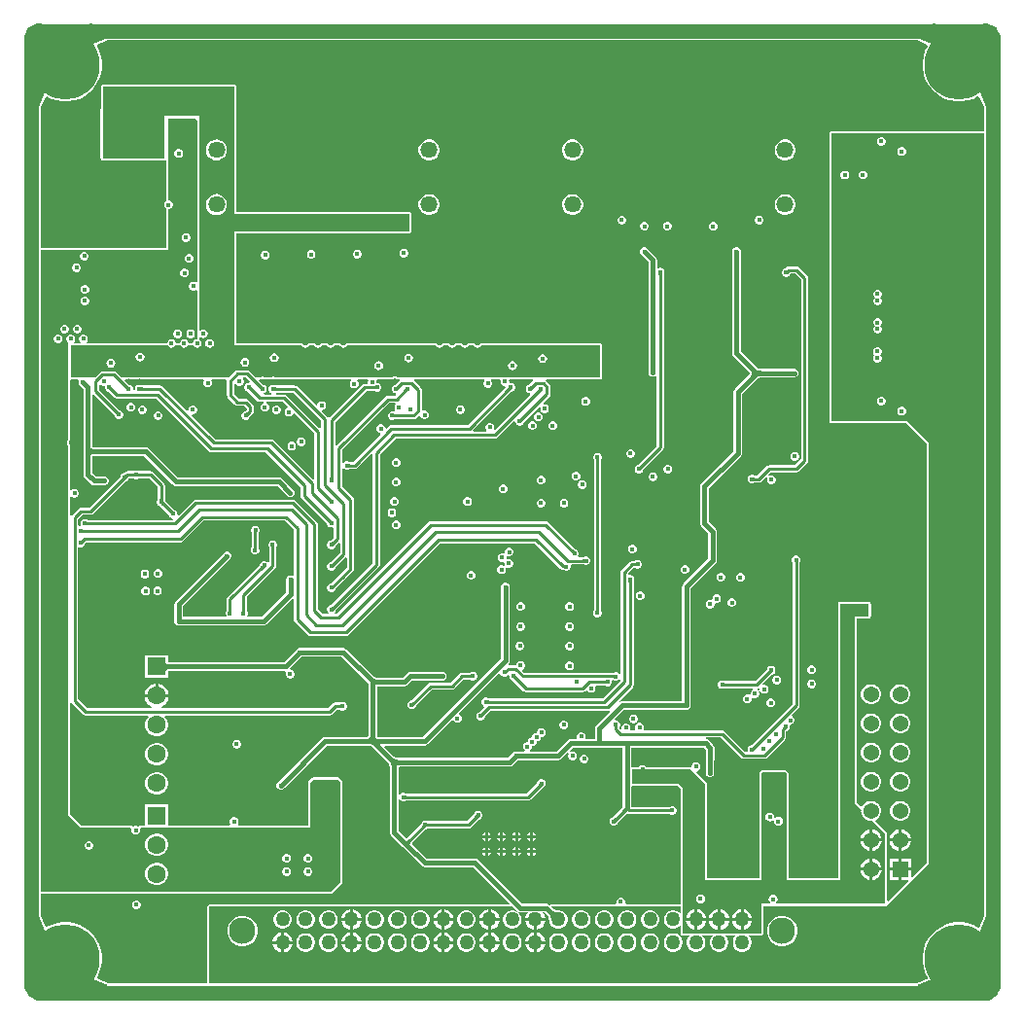
<source format=gbr>
G04*
G04 #@! TF.GenerationSoftware,Altium Limited,Altium Designer,24.1.2 (44)*
G04*
G04 Layer_Physical_Order=3*
G04 Layer_Color=16440176*
%FSLAX44Y44*%
%MOMM*%
G71*
G04*
G04 #@! TF.SameCoordinates,5306FC51-672D-4A3A-99EF-6C0483DFD683*
G04*
G04*
G04 #@! TF.FilePolarity,Positive*
G04*
G01*
G75*
%ADD11C,0.2540*%
%ADD12C,0.3810*%
%ADD23C,1.2300*%
%ADD135C,0.3000*%
%ADD136R,1.3700X1.3700*%
%ADD137C,1.3700*%
%ADD138C,1.4580*%
%ADD139C,1.2580*%
%ADD141C,2.3000*%
%ADD142C,1.0000*%
%ADD143C,6.0000*%
%ADD144C,1.6000*%
%ADD145R,1.6000X1.6000*%
%ADD146C,0.4000*%
%ADD149R,2.1496X2.2498*%
G36*
X72648Y837500D02*
X60019Y831975D01*
X36000Y840536D01*
X16458Y833570D01*
X9459Y814000D01*
X18057Y789957D01*
X12506Y777344D01*
X206Y791390D01*
X5266Y814000D01*
X206Y836610D01*
X11965Y837939D01*
Y837959D01*
X12003Y837997D01*
X12081Y837997D01*
X13429Y849800D01*
X36000Y844737D01*
X58571Y849800D01*
X72648Y837500D01*
D02*
G37*
G36*
X837944Y838035D02*
X837959D01*
X837997Y837997D01*
X837997Y837917D01*
X849806Y836531D01*
X849739Y835705D01*
X849538Y834400D01*
X847395Y824398D01*
X844871Y814000D01*
X847395Y803602D01*
X849538Y793599D01*
X849739Y792295D01*
X849806Y791469D01*
X837506Y777359D01*
X832007Y790005D01*
X840530Y814000D01*
X833584Y833555D01*
X814000Y840536D01*
X789981Y831974D01*
X777352Y837500D01*
X791429Y849800D01*
X814000Y844737D01*
X836571Y849800D01*
X837944Y838035D01*
D02*
G37*
G36*
X156323Y835651D02*
X416322D01*
X426322Y835651D01*
X696321D01*
X706321Y835651D01*
X777049D01*
X786182Y831655D01*
X786542Y830112D01*
X784548Y826199D01*
X783002Y821442D01*
X782220Y816501D01*
Y811499D01*
X783002Y806558D01*
X784548Y801801D01*
X786819Y797344D01*
X789760Y793297D01*
X793297Y789760D01*
X797344Y786819D01*
X801801Y784548D01*
X806558Y783002D01*
X811499Y782220D01*
X816501D01*
X821442Y783002D01*
X826199Y784548D01*
X830142Y786557D01*
X831678Y786209D01*
X835657Y777059D01*
Y756195D01*
X702818Y756195D01*
X702123Y756057D01*
X701535Y755663D01*
X701141Y755074D01*
X701003Y754380D01*
Y504190D01*
X701141Y503495D01*
X701535Y502907D01*
X702123Y502513D01*
X702818Y502375D01*
X767598Y502375D01*
X785585Y484388D01*
Y118862D01*
X773263Y106540D01*
X772090Y107026D01*
Y112530D01*
X763970D01*
Y104410D01*
X769474D01*
X769960Y103237D01*
X752415Y85692D01*
X751242Y86178D01*
Y144653D01*
X751104Y145347D01*
X750710Y145936D01*
X741197Y155449D01*
X741426Y157017D01*
X742599Y157694D01*
X744206Y159301D01*
X745342Y161269D01*
X745930Y163464D01*
Y165736D01*
X745342Y167931D01*
X744206Y169899D01*
X742599Y171506D01*
X740631Y172642D01*
X738436Y173230D01*
X736164D01*
X733969Y172642D01*
X732001Y171506D01*
X730394Y169899D01*
X729717Y168726D01*
X728149Y168497D01*
X725250Y171396D01*
Y332195D01*
X735365Y332195D01*
X736060Y332333D01*
X736648Y332727D01*
X737042Y333316D01*
X737180Y334010D01*
Y344864D01*
X737042Y345559D01*
X736648Y346147D01*
X736060Y346541D01*
X735365Y346679D01*
X710201D01*
X709506Y346541D01*
X708917Y346147D01*
X708524Y345559D01*
X708386Y344864D01*
Y105904D01*
X665525D01*
Y197082D01*
X665387Y197776D01*
X664993Y198365D01*
X663955Y199403D01*
X663366Y199797D01*
X662672Y199935D01*
X642620D01*
X641926Y199797D01*
X641337Y199403D01*
X640405Y198472D01*
X640012Y197883D01*
X639874Y197189D01*
Y105955D01*
X594528D01*
X594528Y188151D01*
X594390Y188846D01*
X593996Y189435D01*
X585192Y198239D01*
X585718Y199509D01*
X585766D01*
X587156Y200084D01*
X588219Y201148D01*
X588795Y202537D01*
Y204041D01*
X588219Y205430D01*
X587156Y206493D01*
X585766Y207069D01*
X584263D01*
X582873Y206493D01*
X581810Y205430D01*
X581235Y204041D01*
Y203532D01*
X580183Y202504D01*
X580061Y202500D01*
X541559D01*
X541417Y202845D01*
X540353Y203908D01*
X538964Y204483D01*
X537460D01*
X536071Y203908D01*
X535008Y202845D01*
X534865Y202500D01*
X529590D01*
X528661Y203610D01*
Y219663D01*
X591796D01*
X593415Y218044D01*
Y209250D01*
X593283Y208589D01*
Y198464D01*
X593261Y198409D01*
Y196905D01*
X593836Y195516D01*
X594899Y194453D01*
X596289Y193877D01*
X597793D01*
X599182Y194453D01*
X600245Y195516D01*
X600821Y196905D01*
Y198409D01*
X600798Y198464D01*
Y208060D01*
X600929Y208720D01*
Y219601D01*
X600643Y221038D01*
X599829Y222257D01*
X596009Y226077D01*
X594790Y226892D01*
X593485Y227151D01*
X593610Y228421D01*
X606462D01*
X624176Y210707D01*
X625185Y210033D01*
X626375Y209796D01*
X644538D01*
X645729Y210033D01*
X646738Y210707D01*
X662492Y226461D01*
X663166Y227470D01*
X663402Y228660D01*
Y233826D01*
X663591Y234015D01*
X663725D01*
X665115Y234590D01*
X666178Y235654D01*
X666753Y237043D01*
Y238547D01*
X666701Y238673D01*
X667406Y239729D01*
X667715D01*
X669105Y240305D01*
X670168Y241368D01*
X670743Y242757D01*
Y244261D01*
X670168Y245651D01*
X669105Y246714D01*
X668742Y246864D01*
X668444Y248362D01*
X674283Y254202D01*
X674957Y255210D01*
X675194Y256401D01*
X675194Y256401D01*
Y380796D01*
X675288Y380891D01*
X675864Y382280D01*
Y383784D01*
X675288Y385173D01*
X674225Y386236D01*
X672836Y386812D01*
X671332D01*
X669943Y386236D01*
X668879Y385173D01*
X668304Y383784D01*
Y382280D01*
X668879Y380891D01*
X668974Y380796D01*
Y257689D01*
X633021Y221736D01*
X632887D01*
X631498Y221160D01*
X630435Y220097D01*
X629859Y218708D01*
Y217204D01*
X629914Y217071D01*
X629208Y216015D01*
X627663D01*
X609949Y233730D01*
X608940Y234404D01*
X607750Y234641D01*
X540113D01*
X539267Y235911D01*
X539519Y236521D01*
Y238024D01*
X538944Y239414D01*
X537881Y240477D01*
X536491Y241053D01*
X534987D01*
X533598Y240477D01*
X532535Y239414D01*
X531959Y238024D01*
Y236521D01*
X532212Y235911D01*
X531366Y234641D01*
X528619D01*
X527770Y235911D01*
X527840Y236080D01*
Y237584D01*
X527265Y238974D01*
X526202Y240037D01*
X524812Y240612D01*
X523308D01*
X521919Y240037D01*
X520856Y238974D01*
X520280Y237584D01*
Y236224D01*
X519912Y235930D01*
X519107Y235601D01*
X518160Y236548D01*
Y237167D01*
X518255Y237262D01*
X518830Y238651D01*
Y240155D01*
X518255Y241544D01*
X517191Y242608D01*
X515802Y243183D01*
X514815D01*
X514283Y244447D01*
X522365Y252529D01*
X575773D01*
X575828Y252506D01*
X577332D01*
X578721Y253081D01*
X579785Y254145D01*
X580360Y255534D01*
Y257038D01*
X580337Y257093D01*
Y308010D01*
X580296Y308216D01*
Y358131D01*
X602097Y379931D01*
X602911Y381150D01*
X603197Y382588D01*
Y407560D01*
X602911Y408998D01*
X602097Y410217D01*
X596007Y416306D01*
Y445528D01*
X624052Y473572D01*
X624866Y474791D01*
X625153Y476229D01*
Y527980D01*
X637479Y540306D01*
X637844Y540598D01*
X638319Y540922D01*
X638808Y541199D01*
X639311Y541432D01*
X639832Y541623D01*
X640373Y541772D01*
X640938Y541880D01*
X641403Y541932D01*
X669537D01*
X669592Y541909D01*
X671096D01*
X672485Y542484D01*
X673549Y543548D01*
X674124Y544937D01*
Y546441D01*
X673549Y547830D01*
X672485Y548894D01*
X671096Y549469D01*
X669592D01*
X669537Y549446D01*
X641403D01*
X640938Y549498D01*
X640373Y549605D01*
X639832Y549755D01*
X639311Y549946D01*
X638808Y550179D01*
X638319Y550456D01*
X637844Y550779D01*
X637479Y551072D01*
X623757Y564793D01*
Y650693D01*
X623780Y650748D01*
Y652252D01*
X623204Y653641D01*
X622141Y654705D01*
X620752Y655280D01*
X619248D01*
X617859Y654705D01*
X616796Y653641D01*
X616220Y652252D01*
Y650748D01*
X616243Y650693D01*
Y563237D01*
X616529Y561799D01*
X617343Y560580D01*
X631246Y546677D01*
X631458Y546374D01*
X631598Y546095D01*
X631664Y545873D01*
X631683Y545689D01*
X631664Y545505D01*
X631598Y545283D01*
X631458Y545004D01*
X631246Y544701D01*
X618739Y532193D01*
X617924Y530974D01*
X617638Y529537D01*
Y477785D01*
X589593Y449741D01*
X588779Y448522D01*
X588493Y447084D01*
Y415557D01*
X588470Y415502D01*
Y413998D01*
X589045Y412609D01*
X590109Y411545D01*
X590164Y411523D01*
X595683Y406004D01*
Y384144D01*
X573882Y362344D01*
X573068Y361125D01*
X572782Y359687D01*
Y308051D01*
X572823Y307845D01*
Y260043D01*
X520809D01*
X519371Y259757D01*
X518902Y259444D01*
X518092Y260430D01*
X529737Y272075D01*
X530411Y273084D01*
X530648Y274274D01*
X530648Y274274D01*
Y363713D01*
X530742Y363808D01*
X531318Y365197D01*
Y366701D01*
X530742Y368090D01*
X529679Y369154D01*
X528290Y369729D01*
X526786D01*
X526129Y370831D01*
X526081Y371387D01*
X530777Y376083D01*
X531727D01*
X531822Y375988D01*
X533212Y375413D01*
X534715D01*
X536105Y375988D01*
X537168Y377052D01*
X537743Y378441D01*
Y379945D01*
X537168Y381334D01*
X536105Y382397D01*
X534715Y382973D01*
X533212D01*
X531822Y382397D01*
X531727Y382303D01*
X529489D01*
X528299Y382066D01*
X527290Y381392D01*
X520137Y374239D01*
X519463Y373230D01*
X519227Y372040D01*
Y284267D01*
X518676Y284000D01*
X517957Y283878D01*
X517046Y284788D01*
X515657Y285364D01*
X514153D01*
X513248Y284989D01*
X435611D01*
X433894Y286706D01*
X434142Y287952D01*
X434274Y288007D01*
X435337Y289070D01*
X435913Y290459D01*
Y291963D01*
X435337Y293352D01*
X434274Y294416D01*
X432885Y294991D01*
X431381D01*
X429991Y294416D01*
X428928Y293352D01*
X428353Y291963D01*
Y291786D01*
X427899Y291413D01*
X422048D01*
X421522Y292683D01*
X421715Y292876D01*
X422529Y294095D01*
X422815Y295533D01*
Y358623D01*
X422838Y358678D01*
Y360182D01*
X422263Y361572D01*
X421199Y362635D01*
X419810Y363210D01*
X418306D01*
X416917Y362635D01*
X415854Y361572D01*
X415278Y360182D01*
Y358678D01*
X415301Y358623D01*
Y297089D01*
X347169Y228958D01*
X308685D01*
X308320Y229022D01*
X308025Y229121D01*
X307821Y229230D01*
X307677Y229348D01*
X307560Y229491D01*
X307450Y229695D01*
X307351Y229991D01*
X307287Y230355D01*
Y257003D01*
X307310Y257058D01*
Y258562D01*
X307287Y258617D01*
Y273103D01*
X331218D01*
X332656Y273389D01*
X333875Y274203D01*
X337896Y278225D01*
X363272D01*
X363327Y278202D01*
X364831D01*
X366220Y278777D01*
X367284Y279841D01*
X367859Y281230D01*
Y282734D01*
X367284Y284123D01*
X366220Y285187D01*
X364831Y285762D01*
X363327D01*
X363272Y285739D01*
X336340D01*
X334902Y285453D01*
X333683Y284639D01*
X329662Y280617D01*
X307591D01*
X307127Y280669D01*
X306562Y280777D01*
X306020Y280926D01*
X305499Y281117D01*
X304996Y281350D01*
X304508Y281627D01*
X304032Y281950D01*
X303667Y282243D01*
X280689Y305221D01*
X279470Y306035D01*
X278032Y306321D01*
X276237D01*
X276094Y306380D01*
X274590D01*
X274188Y306213D01*
X240837D01*
X240782Y306236D01*
X239278D01*
X237889Y305661D01*
X236826Y304597D01*
X236803Y304542D01*
X226134Y293873D01*
X126236D01*
X125940Y293899D01*
X125520Y293969D01*
X125215Y294050D01*
X125096Y294098D01*
Y299896D01*
X105536D01*
Y280336D01*
X125096D01*
Y286134D01*
X125215Y286182D01*
X125520Y286263D01*
X125940Y286333D01*
X126236Y286359D01*
X227323D01*
X227994Y285565D01*
X228151Y285156D01*
X227839Y284401D01*
Y282897D01*
X228414Y281508D01*
X229478Y280445D01*
X230867Y279869D01*
X232371D01*
X233760Y280445D01*
X234823Y281508D01*
X235399Y282897D01*
Y284401D01*
X234823Y285790D01*
X233760Y286854D01*
X232371Y287429D01*
X232113D01*
X231587Y288699D01*
X241586Y298699D01*
X275147D01*
X275688Y298807D01*
X276476D01*
X299773Y275510D01*
Y258617D01*
X299750Y258562D01*
Y257058D01*
X299773Y257003D01*
Y230355D01*
X299708Y229991D01*
X299610Y229695D01*
X299500Y229491D01*
X299383Y229348D01*
X299239Y229230D01*
X299036Y229121D01*
X298740Y229022D01*
X298375Y228958D01*
X262030D01*
X260593Y228672D01*
X259374Y227857D01*
X221434Y189917D01*
X221379Y189895D01*
X220315Y188831D01*
X219740Y187442D01*
Y185938D01*
X220315Y184549D01*
X221379Y183486D01*
X222768Y182910D01*
X224272D01*
X225661Y183486D01*
X226724Y184549D01*
X226747Y184604D01*
X263587Y221443D01*
X299675D01*
X300140Y221392D01*
X300705Y221284D01*
X301246Y221135D01*
X301767Y220944D01*
X302270Y220710D01*
X302759Y220433D01*
X303234Y220110D01*
X303599Y219818D01*
X316533Y206884D01*
X316825Y206519D01*
X317148Y206044D01*
X317425Y205555D01*
X317659Y205052D01*
X317850Y204531D01*
X317999Y203990D01*
X318107Y203425D01*
X318158Y202960D01*
Y146121D01*
X318444Y144683D01*
X319259Y143464D01*
X329744Y132979D01*
X346000Y116723D01*
X347219Y115909D01*
X348657Y115623D01*
X390925D01*
X422280Y84268D01*
X421794Y83095D01*
X161412D01*
X160718Y82957D01*
X160129Y82563D01*
X159735Y81974D01*
X159597Y81280D01*
Y14349D01*
X150858D01*
X140858Y14349D01*
X72951D01*
X63818Y18345D01*
X63458Y19888D01*
X65452Y23801D01*
X66997Y28558D01*
X67780Y33499D01*
Y38501D01*
X66997Y43442D01*
X65452Y48199D01*
X63181Y52656D01*
X60240Y56703D01*
X56703Y60240D01*
X52656Y63181D01*
X48199Y65452D01*
X43442Y66997D01*
X38501Y67780D01*
X33499D01*
X28558Y66997D01*
X23801Y65452D01*
X19918Y63473D01*
X18367Y63844D01*
X14355Y72961D01*
Y92165D01*
X266720D01*
X267414Y92303D01*
X268003Y92697D01*
X276873Y101567D01*
X277267Y102156D01*
X277405Y102850D01*
Y189732D01*
X277267Y190426D01*
X276873Y191015D01*
X274835Y193053D01*
X274246Y193447D01*
X273552Y193585D01*
X251372D01*
X250677Y193447D01*
X250088Y193053D01*
X247637Y190602D01*
X247243Y190013D01*
X247105Y189318D01*
Y151851D01*
X186586D01*
X185989Y153049D01*
X186564Y154439D01*
Y155942D01*
X185989Y157332D01*
X184925Y158395D01*
X183536Y158970D01*
X182032D01*
X180643Y158395D01*
X179580Y157332D01*
X179004Y155942D01*
Y154439D01*
X179580Y153049D01*
X178982Y151851D01*
X125096D01*
Y170308D01*
X105536D01*
Y151851D01*
X101553D01*
X101377Y151816D01*
X101199D01*
X101033Y151748D01*
X100858Y151713D01*
X100709Y151613D01*
X100544Y151545D01*
X100418Y151419D01*
X100269Y151319D01*
X99229Y150823D01*
X97840Y151398D01*
X96336D01*
X94947Y150823D01*
X93907Y151319D01*
X93758Y151419D01*
X93632Y151545D01*
X93467Y151613D01*
X93318Y151713D01*
X93143Y151748D01*
X92978Y151816D01*
X92799D01*
X92623Y151851D01*
X50106D01*
X39915Y162042D01*
Y258411D01*
X41185Y258796D01*
X41564Y258228D01*
X51259Y248533D01*
X52268Y247859D01*
X53458Y247623D01*
X107995D01*
X108521Y246353D01*
X107490Y245321D01*
X106202Y243091D01*
X105536Y240604D01*
Y238029D01*
X106202Y235541D01*
X107490Y233311D01*
X109311Y231490D01*
X111541Y230203D01*
X114028Y229536D01*
X116604D01*
X119091Y230203D01*
X121321Y231490D01*
X123142Y233311D01*
X124430Y235541D01*
X125096Y238029D01*
Y240604D01*
X124430Y243091D01*
X123142Y245321D01*
X122111Y246353D01*
X122637Y247623D01*
X265663D01*
X266853Y247859D01*
X267862Y248533D01*
X272001Y252673D01*
X274993D01*
X275088Y252578D01*
X276478Y252002D01*
X277981D01*
X279370Y252578D01*
X280434Y253641D01*
X281009Y255030D01*
Y256534D01*
X280434Y257923D01*
X279370Y258987D01*
X277981Y259562D01*
X276478D01*
X275088Y258987D01*
X274993Y258892D01*
X270713D01*
X270713Y258892D01*
X269523Y258655D01*
X268514Y257981D01*
X268514Y257981D01*
X264375Y253842D01*
X120102D01*
X119761Y255112D01*
X121788Y256282D01*
X123750Y258244D01*
X125138Y260648D01*
X125856Y263328D01*
Y263446D01*
X115316D01*
X104776D01*
Y263328D01*
X105494Y260648D01*
X106882Y258244D01*
X108844Y256282D01*
X110871Y255112D01*
X110530Y253842D01*
X54746D01*
X46873Y261715D01*
Y393451D01*
X47929Y394156D01*
X48241Y394027D01*
X49745D01*
X51134Y394603D01*
X52197Y395666D01*
X52773Y397055D01*
Y397189D01*
X54024Y398441D01*
X136274D01*
X137464Y398677D01*
X138472Y399351D01*
X156381Y417260D01*
X226986D01*
X234789Y409457D01*
Y369700D01*
X233519Y369081D01*
X232521Y369495D01*
X231017D01*
X229628Y368919D01*
X228564Y367856D01*
X227989Y366466D01*
Y364963D01*
X228012Y364908D01*
Y354700D01*
X206637Y333326D01*
X194818D01*
X194231Y334596D01*
X194667Y335648D01*
Y337151D01*
X194092Y338541D01*
X193997Y338636D01*
Y351271D01*
X218498Y375772D01*
X219172Y376781D01*
X219409Y377971D01*
Y393945D01*
X219503Y394040D01*
X220079Y395429D01*
Y396933D01*
X219503Y398323D01*
X218440Y399386D01*
X217051Y399961D01*
X215547D01*
X214158Y399386D01*
X213094Y398323D01*
X212519Y396933D01*
Y395429D01*
X213094Y394040D01*
X213189Y393945D01*
Y381108D01*
X213063Y381030D01*
X211919Y380719D01*
X211100Y381538D01*
X209711Y382113D01*
X208207D01*
X206818Y381538D01*
X205755Y380474D01*
X205179Y379085D01*
Y378951D01*
X176994Y350766D01*
X176320Y349757D01*
X176083Y348567D01*
Y338897D01*
X175988Y338803D01*
X175413Y337413D01*
Y335910D01*
X175988Y334520D01*
X175387Y333326D01*
X138266D01*
Y342953D01*
X178616Y383303D01*
X178671Y383326D01*
X179734Y384389D01*
X180310Y385779D01*
Y387282D01*
X179734Y388672D01*
X178671Y389735D01*
X177282Y390310D01*
X175778D01*
X174389Y389735D01*
X173326Y388672D01*
X173303Y388616D01*
X131852Y347166D01*
X131038Y345947D01*
X130752Y344509D01*
Y330375D01*
X130729Y330320D01*
Y328816D01*
X131304Y327427D01*
X132368Y326364D01*
X133757Y325788D01*
X135261D01*
X135316Y325811D01*
X208194D01*
X209631Y326097D01*
X210850Y326912D01*
X233519Y349580D01*
X234789Y349054D01*
Y331252D01*
X235026Y330062D01*
X235700Y329053D01*
X247191Y317562D01*
X247192Y317562D01*
X248200Y316888D01*
X249390Y316651D01*
X280141D01*
X281331Y316888D01*
X282340Y317562D01*
X362351Y397572D01*
X444551D01*
X466937Y375186D01*
X467946Y374512D01*
X469136Y374275D01*
X469707D01*
X469967Y374016D01*
X471356Y373440D01*
X472860D01*
X474249Y374016D01*
X475312Y375079D01*
X475888Y376468D01*
Y377972D01*
X475833Y378104D01*
X476539Y379160D01*
X486916D01*
X486964Y379112D01*
X488354Y378536D01*
X489858D01*
X491247Y379112D01*
X492310Y380175D01*
X492886Y381564D01*
Y383068D01*
X492310Y384457D01*
X491247Y385521D01*
X489858Y386096D01*
X488354D01*
X486964Y385521D01*
X486824Y385380D01*
X482805D01*
X482441Y385987D01*
X482193Y386650D01*
X482708Y387892D01*
Y389396D01*
X482132Y390785D01*
X481069Y391848D01*
X479680Y392424D01*
X479546D01*
X456225Y415745D01*
X455216Y416419D01*
X454026Y416656D01*
X353995D01*
X353995Y416656D01*
X352805Y416419D01*
X351796Y415745D01*
X271964Y335913D01*
X270609D01*
X270082Y337183D01*
X270746Y337847D01*
X271322Y339236D01*
Y339370D01*
X308701Y376750D01*
X309375Y377759D01*
X309612Y378949D01*
Y474693D01*
X323515Y488596D01*
X409828D01*
X411018Y488833D01*
X412027Y489507D01*
X426381Y503861D01*
X427651Y503335D01*
Y502943D01*
X428227Y501553D01*
X429290Y500490D01*
X430679Y499914D01*
X432183D01*
X433572Y500490D01*
X434636Y501553D01*
X435211Y502943D01*
Y503077D01*
X448127Y515993D01*
X448655Y515816D01*
X449300Y515370D01*
Y514097D01*
X449876Y512708D01*
X450939Y511645D01*
X452328Y511069D01*
X453832D01*
X455221Y511645D01*
X456285Y512708D01*
X456860Y514097D01*
Y515601D01*
X456285Y516990D01*
X455221Y518054D01*
X453832Y518629D01*
X452560D01*
X452113Y519274D01*
X451937Y519802D01*
X457206Y525071D01*
X457880Y526080D01*
X458117Y527270D01*
Y533926D01*
X458117Y533926D01*
X457880Y535116D01*
X457206Y536125D01*
X457206Y536125D01*
X454248Y539083D01*
X454065Y539205D01*
X454450Y540475D01*
X501650D01*
X502345Y540613D01*
X502933Y541007D01*
X503327Y541595D01*
X503465Y542290D01*
Y569563D01*
X503327Y570257D01*
X502933Y570846D01*
X502345Y571239D01*
X501650Y571378D01*
X397877D01*
X397702Y571343D01*
X397523D01*
X397358Y571274D01*
X397183Y571239D01*
X397034Y571140D01*
X396869Y571072D01*
X396743Y570945D01*
X396594Y570846D01*
X396495Y570697D01*
X396368Y570571D01*
X396061Y570111D01*
X395411Y569676D01*
X394644Y569524D01*
X393877Y569676D01*
X393227Y570111D01*
X392920Y570571D01*
X392793Y570697D01*
X392694Y570846D01*
X392545Y570945D01*
X392419Y571072D01*
X392254Y571140D01*
X392105Y571239D01*
X391930Y571274D01*
X391765Y571343D01*
X391586D01*
X391411Y571378D01*
X386816D01*
X386641Y571343D01*
X386462D01*
X386297Y571274D01*
X386121Y571239D01*
X385973Y571140D01*
X385808Y571072D01*
X385681Y570945D01*
X385533Y570846D01*
X385433Y570697D01*
X385307Y570571D01*
X385000Y570111D01*
X384349Y569676D01*
X383583Y569524D01*
X382816Y569676D01*
X382166Y570111D01*
X381858Y570571D01*
X381732Y570697D01*
X381633Y570846D01*
X381484Y570945D01*
X381358Y571072D01*
X381193Y571140D01*
X381044Y571239D01*
X380869Y571274D01*
X380704Y571343D01*
X380525D01*
X380349Y571378D01*
X375755D01*
X375579Y571343D01*
X375401D01*
X375236Y571274D01*
X375060Y571239D01*
X374912Y571140D01*
X374747Y571072D01*
X374620Y570945D01*
X374472Y570846D01*
X374372Y570697D01*
X374246Y570571D01*
X373938Y570111D01*
X373288Y569676D01*
X372522Y569524D01*
X371755Y569676D01*
X371105Y570111D01*
X370797Y570571D01*
X370671Y570697D01*
X370572Y570846D01*
X370423Y570945D01*
X370297Y571072D01*
X370131Y571140D01*
X369983Y571239D01*
X369808Y571274D01*
X369642Y571343D01*
X369464D01*
X369288Y571378D01*
X364694D01*
X364518Y571343D01*
X364339D01*
X364174Y571274D01*
X363999Y571239D01*
X363850Y571140D01*
X363685Y571072D01*
X363559Y570945D01*
X363410Y570846D01*
X363311Y570697D01*
X363185Y570571D01*
X362877Y570111D01*
X362227Y569676D01*
X361460Y569524D01*
X360694Y569676D01*
X360043Y570111D01*
X359736Y570571D01*
X359610Y570697D01*
X359510Y570846D01*
X359362Y570945D01*
X359235Y571072D01*
X359070Y571140D01*
X358922Y571239D01*
X358746Y571274D01*
X358581Y571343D01*
X358402D01*
X358227Y571378D01*
X281309D01*
X281133Y571343D01*
X280955D01*
X280790Y571274D01*
X280614Y571239D01*
X280466Y571140D01*
X280300Y571072D01*
X280174Y570945D01*
X280025Y570846D01*
X279926Y570697D01*
X279800Y570571D01*
X279492Y570111D01*
X278842Y569676D01*
X278075Y569524D01*
X277309Y569676D01*
X276659Y570111D01*
X276351Y570571D01*
X276225Y570697D01*
X276125Y570846D01*
X275977Y570945D01*
X275850Y571072D01*
X275685Y571140D01*
X275537Y571239D01*
X275361Y571274D01*
X275196Y571343D01*
X275017D01*
X274842Y571378D01*
X270247D01*
X270072Y571343D01*
X269893D01*
X269728Y571274D01*
X269553Y571239D01*
X269404Y571140D01*
X269239Y571072D01*
X269113Y570945D01*
X268964Y570846D01*
X268865Y570697D01*
X268738Y570571D01*
X268431Y570111D01*
X267781Y569676D01*
X267014Y569524D01*
X266247Y569676D01*
X265597Y570111D01*
X265290Y570571D01*
X265163Y570697D01*
X265064Y570846D01*
X264916Y570945D01*
X264789Y571072D01*
X264624Y571140D01*
X264475Y571239D01*
X264300Y571274D01*
X264135Y571343D01*
X263956D01*
X263781Y571378D01*
X259186D01*
X259011Y571343D01*
X258832D01*
X258667Y571274D01*
X258492Y571239D01*
X258343Y571140D01*
X258178Y571072D01*
X258052Y570945D01*
X257903Y570846D01*
X257804Y570697D01*
X257677Y570571D01*
X257370Y570111D01*
X256720Y569676D01*
X255953Y569524D01*
X255186Y569676D01*
X254536Y570111D01*
X254229Y570571D01*
X254102Y570697D01*
X254003Y570846D01*
X253855Y570945D01*
X253728Y571072D01*
X253563Y571140D01*
X253414Y571239D01*
X253239Y571274D01*
X253074Y571343D01*
X252895D01*
X252720Y571378D01*
X248125D01*
X247950Y571343D01*
X247771D01*
X247606Y571274D01*
X247431Y571239D01*
X247282Y571140D01*
X247117Y571072D01*
X246990Y570945D01*
X246842Y570846D01*
X246742Y570697D01*
X246616Y570571D01*
X246309Y570111D01*
X245659Y569676D01*
X244892Y569524D01*
X244125Y569676D01*
X243475Y570111D01*
X243168Y570571D01*
X243041Y570697D01*
X242942Y570846D01*
X242793Y570945D01*
X242667Y571072D01*
X242502Y571140D01*
X242353Y571239D01*
X242178Y571274D01*
X242013Y571343D01*
X241834D01*
X241658Y571378D01*
X184695D01*
Y667475D01*
X335280D01*
X335975Y667613D01*
X336563Y668007D01*
X336957Y668596D01*
X337095Y669290D01*
Y684160D01*
X336957Y684854D01*
X336563Y685443D01*
X335975Y685836D01*
X335280Y685975D01*
X184695D01*
Y795020D01*
X184557Y795714D01*
X184163Y796303D01*
X183575Y796697D01*
X182880Y796835D01*
X68580D01*
X67885Y796697D01*
X67297Y796303D01*
X66903Y795714D01*
X66765Y795020D01*
Y776568D01*
X66682Y776443D01*
X66544Y775749D01*
Y732790D01*
X66682Y732095D01*
X67076Y731507D01*
X67664Y731113D01*
X68359Y730975D01*
X121934D01*
X122629Y731113D01*
X123894Y730431D01*
X123876Y696761D01*
X123876Y696761D01*
X123876Y696760D01*
X123942Y696424D01*
X124013Y696066D01*
X123524Y695457D01*
X122461Y694394D01*
X121885Y693004D01*
Y691501D01*
X122461Y690111D01*
X123524Y689048D01*
X123950Y688872D01*
X123941Y688828D01*
X123871Y688474D01*
X123852Y654595D01*
X14355D01*
Y695502D01*
X14355Y705502D01*
Y777038D01*
X18367Y786156D01*
X19918Y786527D01*
X23801Y784548D01*
X28558Y783002D01*
X33499Y782220D01*
X38501D01*
X43442Y783002D01*
X48199Y784548D01*
X52656Y786819D01*
X56703Y789760D01*
X60240Y793297D01*
X63181Y797344D01*
X65452Y801801D01*
X66997Y806558D01*
X67780Y811499D01*
Y816501D01*
X66997Y821442D01*
X65452Y826199D01*
X63458Y830112D01*
X63818Y831656D01*
X72951Y835651D01*
X146323D01*
X156323Y835651D01*
D02*
G37*
G36*
X150446Y765224D02*
Y625231D01*
X149269Y624611D01*
X147880Y625187D01*
X146376D01*
X144987Y624611D01*
X143924Y623548D01*
X143348Y622159D01*
Y620655D01*
X143924Y619266D01*
X144987Y618202D01*
X146376Y617627D01*
X147880D01*
X149269Y618202D01*
X150446Y617583D01*
Y575308D01*
X149694D01*
X148305Y574732D01*
X147241Y573669D01*
X146666Y572279D01*
Y571500D01*
X143165D01*
Y572279D01*
X142589Y573669D01*
X141526Y574732D01*
X140136Y575308D01*
X138633D01*
X137243Y574732D01*
X136180Y573669D01*
X135604Y572279D01*
Y571500D01*
X132103D01*
Y572279D01*
X131528Y573669D01*
X130464Y574732D01*
X129075Y575308D01*
X127571D01*
X126182Y574732D01*
X125119Y573669D01*
X124543Y572279D01*
Y571500D01*
X54841D01*
X54314Y572770D01*
X54933Y573389D01*
X55509Y574778D01*
Y576282D01*
X54933Y577671D01*
X53870Y578735D01*
X52481Y579310D01*
X50977D01*
X49588Y578735D01*
X48524Y577671D01*
X47949Y576282D01*
Y574778D01*
X48524Y573389D01*
X49143Y572770D01*
X48617Y571500D01*
X43779D01*
X43253Y572770D01*
X43872Y573389D01*
X44448Y574778D01*
Y576282D01*
X43872Y577671D01*
X42809Y578735D01*
X41419Y579310D01*
X39916D01*
X38526Y578735D01*
X37463Y577671D01*
X36888Y576282D01*
Y574778D01*
X37463Y573389D01*
X38087Y572765D01*
X38100Y571500D01*
X38100Y571127D01*
Y487705D01*
X37660Y487266D01*
X37085Y485876D01*
Y484373D01*
X37660Y482983D01*
X38100Y482544D01*
Y161290D01*
X49354Y150036D01*
X92623D01*
X93472Y148766D01*
X93308Y148370D01*
Y146866D01*
X93883Y145477D01*
X94947Y144413D01*
X96336Y143838D01*
X97840D01*
X99229Y144413D01*
X100293Y145477D01*
X100868Y146866D01*
Y148370D01*
X100704Y148766D01*
X101553Y150036D01*
X248920D01*
Y189318D01*
X251372Y191770D01*
X273552D01*
X275590Y189732D01*
Y102850D01*
X266720Y93980D01*
X14355D01*
Y145503D01*
X14355Y155503D01*
Y415503D01*
X14355Y425503D01*
Y652780D01*
X125666D01*
X125686Y688473D01*
X126417D01*
X127807Y689048D01*
X128870Y690111D01*
X129445Y691501D01*
Y693004D01*
X128870Y694394D01*
X127807Y695457D01*
X126417Y696032D01*
X125690Y696760D01*
X125730Y767080D01*
X148590D01*
X150446Y765224D01*
D02*
G37*
G36*
X182880Y684160D02*
X335280D01*
Y669290D01*
X182880D01*
Y569563D01*
X241658D01*
X242167Y568802D01*
X243417Y567967D01*
X244892Y567673D01*
X246367Y567967D01*
X247617Y568802D01*
X248125Y569563D01*
X252720D01*
X253228Y568802D01*
X254478Y567967D01*
X255953Y567673D01*
X257428Y567967D01*
X258678Y568802D01*
X259186Y569563D01*
X263781D01*
X264289Y568802D01*
X265539Y567967D01*
X267014Y567673D01*
X268489Y567967D01*
X269739Y568802D01*
X270247Y569563D01*
X274842D01*
X275350Y568802D01*
X276600Y567967D01*
X278075Y567673D01*
X279550Y567967D01*
X280801Y568802D01*
X281309Y569563D01*
X358227D01*
X358735Y568802D01*
X359985Y567967D01*
X361460Y567673D01*
X362935Y567967D01*
X364186Y568802D01*
X364694Y569563D01*
X369288D01*
X369796Y568802D01*
X371047Y567967D01*
X372522Y567673D01*
X373996Y567967D01*
X375247Y568802D01*
X375755Y569563D01*
X380349D01*
X380858Y568802D01*
X382108Y567967D01*
X383583Y567673D01*
X385058Y567967D01*
X386308Y568802D01*
X386816Y569563D01*
X391411D01*
X391919Y568802D01*
X393169Y567967D01*
X394644Y567673D01*
X396119Y567967D01*
X397369Y568802D01*
X397877Y569563D01*
X501650D01*
Y542290D01*
X441119D01*
X439699Y542573D01*
X438279Y542290D01*
X324715D01*
X324351Y542533D01*
X322876Y542826D01*
X321401Y542533D01*
X321038Y542290D01*
X218240D01*
X216820Y542573D01*
X215400Y542290D01*
X208998D01*
X207578Y542573D01*
X206158Y542290D01*
X201262D01*
X196378Y547175D01*
X195369Y547849D01*
X194179Y548086D01*
X185515D01*
X184325Y547849D01*
X183316Y547175D01*
X178431Y542290D01*
X101672D01*
X100252Y542573D01*
X98831Y542290D01*
X92430D01*
X91009Y542573D01*
X89589Y542290D01*
X84694D01*
X80430Y546554D01*
X79421Y547228D01*
X78231Y547465D01*
X68220D01*
X67030Y547228D01*
X66021Y546554D01*
X61757Y542290D01*
X40640D01*
Y569563D01*
X125090D01*
X125598Y568802D01*
X126848Y567967D01*
X128323Y567673D01*
X129798Y567967D01*
X131049Y568802D01*
X131557Y569563D01*
X136151D01*
X136659Y568802D01*
X137910Y567967D01*
X139384Y567673D01*
X140859Y567967D01*
X142110Y568802D01*
X142618Y569563D01*
X147212D01*
X147720Y568802D01*
X148971Y567967D01*
X150446Y567673D01*
X151921Y567967D01*
X153171Y568802D01*
X154006Y570053D01*
X154300Y571528D01*
X154006Y573002D01*
X153171Y574253D01*
X152400Y574768D01*
Y576414D01*
X152408Y576421D01*
X153670Y576976D01*
X154501Y576421D01*
X155976Y576127D01*
X157451Y576421D01*
X158701Y577256D01*
X159537Y578506D01*
X159830Y579981D01*
X159537Y581456D01*
X158701Y582707D01*
X157451Y583542D01*
X155976Y583835D01*
X154501Y583542D01*
X153670Y582986D01*
X152408Y583541D01*
X152400Y583549D01*
Y769629D01*
X121934D01*
Y732790D01*
X68359D01*
Y775749D01*
X68580Y775970D01*
Y795020D01*
X182880D01*
Y684160D01*
D02*
G37*
G36*
X636193Y549776D02*
X636765Y549318D01*
X637360Y548914D01*
X637977Y548564D01*
X638616Y548268D01*
X639277Y548025D01*
X639961Y547836D01*
X640667Y547702D01*
X641396Y547621D01*
X642147Y547594D01*
Y543784D01*
X641396Y543757D01*
X640667Y543676D01*
X639961Y543541D01*
X639277Y543353D01*
X638616Y543110D01*
X637977Y542814D01*
X637360Y542464D01*
X636765Y542060D01*
X636193Y541602D01*
X635643Y541090D01*
X632160Y542995D01*
X632645Y543534D01*
X633022Y544072D01*
X633291Y544611D01*
X633453Y545150D01*
X633507Y545689D01*
X633453Y546228D01*
X633291Y546767D01*
X633022Y547305D01*
X632645Y547844D01*
X632160Y548383D01*
X635643Y550288D01*
X636193Y549776D01*
D02*
G37*
G36*
X217886Y540510D02*
X218065D01*
X218240Y540475D01*
X284570D01*
X284601Y540428D01*
X284959Y539205D01*
X284159Y538405D01*
X283584Y537016D01*
Y535512D01*
X284159Y534123D01*
X285223Y533060D01*
X286612Y532484D01*
X288116D01*
X289505Y533060D01*
X290568Y534123D01*
X291144Y535512D01*
Y537016D01*
X290568Y538405D01*
X289769Y539205D01*
X290127Y540428D01*
X290158Y540475D01*
X298638D01*
X299487Y539205D01*
X299366Y538915D01*
Y537411D01*
X298722Y536447D01*
X296511D01*
X295321Y536210D01*
X294312Y535536D01*
X265642Y506865D01*
X264705Y506977D01*
X264483Y507027D01*
X264218Y507169D01*
X263641Y508032D01*
X259271Y512403D01*
X259797Y513673D01*
X259872D01*
X261261Y514248D01*
X262324Y515312D01*
X262900Y516701D01*
Y518205D01*
X262324Y519594D01*
X261261Y520657D01*
X259872Y521233D01*
X258368D01*
X256979Y520657D01*
X255915Y519594D01*
X255340Y518205D01*
Y518130D01*
X254070Y517604D01*
X237640Y534033D01*
X236631Y534707D01*
X235441Y534944D01*
X219056D01*
X218961Y535039D01*
X217572Y535614D01*
X216068D01*
X214679Y535039D01*
X213615Y533976D01*
X213040Y532586D01*
Y531082D01*
X213615Y529693D01*
X214679Y528630D01*
X215335Y528358D01*
X215083Y527088D01*
X209057D01*
X208805Y528358D01*
X209461Y528630D01*
X210525Y529693D01*
X211100Y531082D01*
Y532586D01*
X210525Y533976D01*
X209461Y535039D01*
X208072Y535614D01*
X207938D01*
X204251Y539302D01*
X204737Y540475D01*
X206158D01*
X206333Y540510D01*
X206512D01*
X207578Y540722D01*
X208644Y540510D01*
X208823D01*
X208998Y540475D01*
X215400D01*
X215575Y540510D01*
X215754D01*
X216820Y540722D01*
X217886Y540510D01*
D02*
G37*
G36*
X196393Y538364D02*
X196387Y538338D01*
X195770Y537191D01*
X194648D01*
X193258Y536615D01*
X192195Y535552D01*
X191619Y534163D01*
Y532659D01*
X192195Y531269D01*
X193258Y530206D01*
X194648Y529631D01*
X194781D01*
X202633Y521779D01*
X203642Y521105D01*
X204832Y520868D01*
X208160D01*
X208413Y519598D01*
X207416Y519185D01*
X206352Y518122D01*
X205777Y516732D01*
Y515229D01*
X206352Y513839D01*
X207416Y512776D01*
X208805Y512201D01*
X210309D01*
X211698Y512776D01*
X212761Y513839D01*
X213337Y515229D01*
Y516732D01*
X212761Y518122D01*
X211698Y519185D01*
X210700Y519598D01*
X210953Y520868D01*
X225169D01*
X229447Y516590D01*
X229097Y515145D01*
X228366Y514842D01*
X227302Y513778D01*
X226727Y512389D01*
Y510885D01*
X227302Y509496D01*
X228366Y508433D01*
X229755Y507857D01*
X231259D01*
X232648Y508433D01*
X233711Y509496D01*
X234014Y510227D01*
X235460Y510577D01*
X252653Y493385D01*
Y453827D01*
X251480Y453341D01*
X217658Y487163D01*
X216649Y487837D01*
X215459Y488074D01*
X166387D01*
X145840Y508621D01*
X146407Y509850D01*
X147443D01*
X148833Y510425D01*
X149896Y511489D01*
X150471Y512878D01*
Y514382D01*
X149896Y515771D01*
X148833Y516834D01*
X147443Y517410D01*
X145939D01*
X144550Y516834D01*
X143487Y515771D01*
X142911Y514382D01*
Y513345D01*
X141683Y512778D01*
X120427Y534033D01*
X119418Y534707D01*
X118229Y534944D01*
X102487D01*
X102393Y535039D01*
X101003Y535614D01*
X99500D01*
X98110Y535039D01*
X97047Y533976D01*
X96472Y532586D01*
Y531083D01*
X95502Y530623D01*
X95500Y530623D01*
X94532Y531716D01*
Y532586D01*
X93956Y533976D01*
X92893Y535039D01*
X91504Y535614D01*
X91369D01*
X87682Y539302D01*
X88168Y540475D01*
X89589D01*
X89764Y540510D01*
X89943D01*
X91009Y540722D01*
X92076Y540510D01*
X92254D01*
X92430Y540475D01*
X98831D01*
X99007Y540510D01*
X99185D01*
X100252Y540722D01*
X101318Y540510D01*
X101496D01*
X101672Y540475D01*
X156154D01*
X156687Y539212D01*
X156112Y537823D01*
Y536319D01*
X156687Y534930D01*
X157750Y533866D01*
X159140Y533291D01*
X160644D01*
X162033Y533866D01*
X163096Y534930D01*
X163672Y536319D01*
Y537823D01*
X163096Y539212D01*
X163629Y540475D01*
X175443D01*
X176463Y539205D01*
X176421Y538991D01*
Y526388D01*
X176658Y525198D01*
X177332Y524189D01*
X183376Y518145D01*
X184384Y517471D01*
X185575Y517235D01*
X191613D01*
X193662Y515186D01*
Y513899D01*
X192220Y512457D01*
X192086D01*
X190697Y511882D01*
X189634Y510818D01*
X189058Y509429D01*
Y507925D01*
X189634Y506536D01*
X190697Y505473D01*
X192086Y504897D01*
X193590D01*
X194979Y505473D01*
X196043Y506536D01*
X196618Y507925D01*
Y508059D01*
X198971Y510412D01*
X199645Y511421D01*
X199881Y512611D01*
Y516474D01*
X199645Y517664D01*
X198971Y518673D01*
X198971Y518673D01*
X195100Y522543D01*
X194091Y523217D01*
X192901Y523454D01*
X186863D01*
X182640Y527677D01*
Y536422D01*
X183910Y536674D01*
X184126Y536153D01*
X185189Y535090D01*
X186579Y534515D01*
X188082D01*
X189472Y535090D01*
X190535Y536153D01*
X191110Y537543D01*
Y539047D01*
X190535Y540436D01*
X190375Y540596D01*
X190901Y541866D01*
X192891D01*
X196393Y538364D01*
D02*
G37*
G36*
X414780Y539205D02*
X414695Y539001D01*
Y537497D01*
X415271Y536107D01*
X416334Y535044D01*
X417723Y534469D01*
X418568D01*
X419094Y533199D01*
X386241Y500346D01*
X319630D01*
X318440Y500109D01*
X317431Y499435D01*
X315526Y497530D01*
X314256Y497933D01*
X313680Y499322D01*
X312617Y500386D01*
X311228Y500961D01*
X309724D01*
X308335Y500386D01*
X307271Y499322D01*
X306696Y497933D01*
Y496429D01*
X307271Y495040D01*
X308335Y493977D01*
X309724Y493401D01*
X310127Y492131D01*
X286425Y468429D01*
X283291D01*
X283196Y468524D01*
X281807Y469100D01*
X280303D01*
X278914Y468524D01*
X278203Y467813D01*
X276933Y468311D01*
Y478722D01*
X317853Y519642D01*
X322645D01*
X323171Y518372D01*
X322921Y518122D01*
X322345Y516732D01*
Y515229D01*
X322921Y513839D01*
X323097Y513663D01*
X323124Y513562D01*
X322771Y512192D01*
X322242Y511994D01*
X321219Y512418D01*
X319715D01*
X318326Y511842D01*
X317262Y510779D01*
X316687Y509389D01*
Y507886D01*
X317262Y506496D01*
X318326Y505433D01*
X319715Y504858D01*
X321219D01*
X322608Y505433D01*
X322703Y505528D01*
X338981D01*
X340171Y505765D01*
X341180Y506439D01*
X343495Y508754D01*
X344069Y508646D01*
X344849Y508312D01*
X345340Y507126D01*
X346404Y506063D01*
X347793Y505487D01*
X349297D01*
X350686Y506063D01*
X351750Y507126D01*
X352325Y508516D01*
Y510019D01*
X351750Y511409D01*
X350686Y512472D01*
X349297Y513047D01*
X347793D01*
X347280Y512835D01*
X346010Y513683D01*
Y531359D01*
X345773Y532549D01*
X345099Y533558D01*
X339574Y539083D01*
X339392Y539205D01*
X339777Y540475D01*
X400401D01*
X400927Y539205D01*
X400455Y538734D01*
X399880Y537344D01*
Y535840D01*
X400455Y534451D01*
X401519Y533388D01*
X402908Y532812D01*
X404412D01*
X405801Y533388D01*
X406864Y534451D01*
X407440Y535840D01*
Y537344D01*
X406864Y538734D01*
X406393Y539205D01*
X406919Y540475D01*
X413932D01*
X414780Y539205D01*
D02*
G37*
G36*
X443296Y532877D02*
X443136Y532716D01*
X442532Y532023D01*
X442490Y531954D01*
X442465Y531897D01*
X442457Y531854D01*
X440477Y533834D01*
X440520Y533842D01*
X440576Y533867D01*
X440646Y533909D01*
X440728Y533968D01*
X440933Y534136D01*
X441190Y534371D01*
X441500Y534674D01*
X443296Y532877D01*
D02*
G37*
G36*
X326728D02*
X326568Y532716D01*
X325963Y532023D01*
X325922Y531954D01*
X325897Y531897D01*
X325889Y531854D01*
X323909Y533834D01*
X323952Y533842D01*
X324008Y533867D01*
X324077Y533909D01*
X324160Y533968D01*
X324364Y534136D01*
X324622Y534371D01*
X324932Y534674D01*
X326728Y532877D01*
D02*
G37*
G36*
X206439Y534514D02*
X207132Y533909D01*
X207201Y533867D01*
X207257Y533842D01*
X207300Y533834D01*
X205320Y531854D01*
X205312Y531897D01*
X205287Y531954D01*
X205245Y532023D01*
X205187Y532105D01*
X205019Y532310D01*
X204784Y532567D01*
X204481Y532877D01*
X206277Y534674D01*
X206439Y534514D01*
D02*
G37*
G36*
X89870D02*
X90563Y533909D01*
X90632Y533867D01*
X90689Y533842D01*
X90732Y533834D01*
X88752Y531854D01*
X88744Y531897D01*
X88719Y531954D01*
X88677Y532023D01*
X88618Y532105D01*
X88451Y532310D01*
X88215Y532567D01*
X87913Y532877D01*
X89709Y534674D01*
X89870Y534514D01*
D02*
G37*
G36*
X305937Y531786D02*
X305912Y531796D01*
X305864Y531806D01*
X305793Y531815D01*
X305585Y531829D01*
X304670Y531843D01*
X304295Y534383D01*
X304521Y534385D01*
X305219Y534429D01*
X305341Y534450D01*
X305443Y534474D01*
X305524Y534501D01*
X305584Y534533D01*
X305623Y534568D01*
X305937Y531786D01*
D02*
G37*
G36*
X197407Y533348D02*
X197432Y533292D01*
X197474Y533222D01*
X197533Y533140D01*
X197701Y532935D01*
X197936Y532678D01*
X198238Y532368D01*
X196442Y530572D01*
X196281Y530732D01*
X195588Y531336D01*
X195519Y531378D01*
X195462Y531403D01*
X195419Y531411D01*
X197399Y533391D01*
X197407Y533348D01*
D02*
G37*
G36*
X423650Y531340D02*
X423602Y531334D01*
X423541Y531311D01*
X423468Y531271D01*
X423382Y531214D01*
X423284Y531140D01*
X423049Y530940D01*
X422602Y530514D01*
X420920Y532424D01*
X421081Y532585D01*
X421734Y533328D01*
X421760Y533378D01*
X421769Y533415D01*
X423650Y531340D01*
D02*
G37*
G36*
X76070Y533274D02*
X76095Y533218D01*
X76137Y533148D01*
X76196Y533066D01*
X76364Y532861D01*
X76599Y532604D01*
X76901Y532294D01*
X75106Y530498D01*
X74944Y530658D01*
X74251Y531262D01*
X74182Y531304D01*
X74125Y531329D01*
X74082Y531337D01*
X76062Y533317D01*
X76070Y533274D01*
D02*
G37*
G36*
X218284Y533210D02*
X218342Y533188D01*
X218420Y533168D01*
X218520Y533151D01*
X218783Y533125D01*
X219132Y533110D01*
X219565Y533104D01*
Y530564D01*
X219338Y530563D01*
X218420Y530501D01*
X218342Y530481D01*
X218284Y530459D01*
X218248Y530434D01*
Y533234D01*
X218284Y533210D01*
D02*
G37*
G36*
X101716D02*
X101773Y533188D01*
X101852Y533168D01*
X101952Y533151D01*
X102215Y533125D01*
X102563Y533110D01*
X102997Y533104D01*
Y530564D01*
X102769Y530563D01*
X101852Y530501D01*
X101773Y530481D01*
X101716Y530459D01*
X101680Y530434D01*
Y533234D01*
X101716Y533210D01*
D02*
G37*
G36*
X323643Y540824D02*
X323707Y540781D01*
X323872Y540713D01*
X324021Y540613D01*
X324196Y540578D01*
X324361Y540510D01*
X324540D01*
X324715Y540475D01*
X326537D01*
X326922Y539205D01*
X326740Y539083D01*
X326740Y539083D01*
X323271Y535614D01*
X323137D01*
X321748Y535039D01*
X320684Y533976D01*
X320109Y532586D01*
Y531082D01*
X320684Y529693D01*
X321748Y528630D01*
X323137Y528054D01*
X323641Y526784D01*
X322718Y525862D01*
X316565D01*
X315375Y525625D01*
X314366Y524951D01*
X271922Y482507D01*
X270747Y482896D01*
X270651Y482971D01*
Y503079D01*
X297799Y530227D01*
X299929D01*
X301055Y530003D01*
X301055Y530003D01*
X305370D01*
X306448Y529557D01*
X307951D01*
X309341Y530132D01*
X310404Y531196D01*
X310979Y532585D01*
Y534089D01*
X310404Y535478D01*
X309341Y536541D01*
X307951Y537117D01*
X307123D01*
X306926Y537411D01*
Y538915D01*
X306806Y539205D01*
X307655Y540475D01*
X321038D01*
X321213Y540510D01*
X321392D01*
X321557Y540578D01*
X321732Y540613D01*
X321881Y540713D01*
X322046Y540781D01*
X322110Y540824D01*
X322876Y540976D01*
X323643Y540824D01*
D02*
G37*
G36*
X333157Y529848D02*
X333104Y529845D01*
X333040Y529824D01*
X332963Y529786D01*
X332874Y529731D01*
X332774Y529659D01*
X332536Y529462D01*
X332249Y529197D01*
X332088Y529038D01*
X330542Y531084D01*
X331398Y532027D01*
X333157Y529848D01*
D02*
G37*
G36*
X449937Y529835D02*
X449894Y529826D01*
X449838Y529801D01*
X449768Y529760D01*
X449686Y529701D01*
X449481Y529533D01*
X449224Y529298D01*
X448914Y528995D01*
X447118Y530791D01*
X447278Y530953D01*
X447882Y531646D01*
X447924Y531715D01*
X447949Y531771D01*
X447957Y531814D01*
X449937Y529835D01*
D02*
G37*
G36*
X81499Y512227D02*
X82192Y511622D01*
X82261Y511580D01*
X82318Y511555D01*
X82361Y511547D01*
X80381Y509567D01*
X80373Y509610D01*
X80348Y509667D01*
X80306Y509736D01*
X80247Y509819D01*
X80079Y510023D01*
X79844Y510280D01*
X79542Y510591D01*
X81338Y512387D01*
X81499Y512227D01*
D02*
G37*
G36*
X195677Y509720D02*
X195518Y509558D01*
X194913Y508866D01*
X194871Y508796D01*
X194846Y508740D01*
X194838Y508697D01*
X192858Y510677D01*
X192901Y510685D01*
X192957Y510710D01*
X193027Y510752D01*
X193109Y510810D01*
X193314Y510978D01*
X193571Y511213D01*
X193881Y511516D01*
X195677Y509720D01*
D02*
G37*
G36*
X321931Y510013D02*
X321989Y509991D01*
X322067Y509971D01*
X322167Y509954D01*
X322430Y509928D01*
X322779Y509913D01*
X323212Y509908D01*
Y507368D01*
X322985Y507366D01*
X322067Y507304D01*
X321989Y507284D01*
X321931Y507262D01*
X321895Y507238D01*
Y510038D01*
X321931Y510013D01*
D02*
G37*
G36*
X434270Y504737D02*
X434110Y504576D01*
X433506Y503883D01*
X433464Y503814D01*
X433439Y503757D01*
X433431Y503714D01*
X431451Y505694D01*
X431494Y505702D01*
X431550Y505727D01*
X431620Y505769D01*
X431702Y505828D01*
X431907Y505996D01*
X432164Y506231D01*
X432474Y506534D01*
X434270Y504737D01*
D02*
G37*
G36*
X258333Y504545D02*
Y498297D01*
X257063Y497771D01*
X228656Y526177D01*
X227647Y526851D01*
X226457Y527088D01*
X219611D01*
X219095Y528358D01*
X219471Y528725D01*
X234153D01*
X258333Y504545D01*
D02*
G37*
G36*
X440765Y540510D02*
X440944D01*
X441119Y540475D01*
X443105D01*
X443490Y539205D01*
X443308Y539083D01*
X439839Y535614D01*
X439705D01*
X438316Y535039D01*
X437253Y533976D01*
X436677Y532586D01*
Y531082D01*
X437253Y529693D01*
X438316Y528630D01*
X439705Y528054D01*
X439983D01*
X440509Y526784D01*
X410326Y496601D01*
X409249Y497320D01*
X409399Y497681D01*
Y499185D01*
X408823Y500574D01*
X407760Y501638D01*
X406371Y502213D01*
X404867D01*
X403477Y501638D01*
X402414Y500574D01*
X401839Y499185D01*
Y497681D01*
X402414Y496292D01*
X402621Y496085D01*
X402095Y494815D01*
X391302D01*
X390776Y496085D01*
X424248Y529557D01*
X424520D01*
X425909Y530132D01*
X426973Y531196D01*
X427548Y532585D01*
Y534089D01*
X426973Y535478D01*
X425909Y536541D01*
X424520Y537117D01*
X423429D01*
X422891Y537291D01*
X422255Y538176D01*
Y539001D01*
X422171Y539205D01*
X423019Y540475D01*
X438279D01*
X438454Y540510D01*
X438633D01*
X439699Y540722D01*
X440765Y540510D01*
D02*
G37*
G36*
X57274Y482511D02*
X57389Y481863D01*
X57579Y481292D01*
X57846Y480797D01*
X58189Y480378D01*
X58608Y480035D01*
X59103Y479768D01*
X59675Y479577D01*
X60322Y479463D01*
X61046Y479425D01*
Y475615D01*
X60322Y475577D01*
X59675Y475463D01*
X59103Y475272D01*
X58608Y475005D01*
X58189Y474663D01*
X57846Y474243D01*
X57579Y473748D01*
X57389Y473177D01*
X57274Y472529D01*
X57236Y471805D01*
X53426Y477520D01*
X57236Y483235D01*
X57274Y482511D01*
D02*
G37*
G36*
X282520Y466695D02*
X282577Y466673D01*
X282656Y466653D01*
X282755Y466636D01*
X283019Y466610D01*
X283367Y466595D01*
X283800Y466590D01*
Y464049D01*
X283573Y464048D01*
X282656Y463986D01*
X282577Y463966D01*
X282520Y463944D01*
X282484Y463919D01*
Y466720D01*
X282520Y466695D01*
D02*
G37*
G36*
X98945Y458575D02*
X99002Y458553D01*
X99081Y458534D01*
X99180Y458517D01*
X99444Y458491D01*
X99792Y458475D01*
X100225Y458470D01*
Y455930D01*
X99998Y455929D01*
X99081Y455866D01*
X99002Y455847D01*
X98945Y455825D01*
X98909Y455800D01*
Y458600D01*
X98945Y458575D01*
D02*
G37*
G36*
X96052Y455800D02*
X96016Y455825D01*
X95959Y455847D01*
X95880Y455866D01*
X95780Y455883D01*
X95517Y455909D01*
X95169Y455925D01*
X94735Y455930D01*
Y458470D01*
X94963Y458471D01*
X95880Y458534D01*
X95959Y458553D01*
X96016Y458575D01*
X96052Y458600D01*
Y455800D01*
D02*
G37*
G36*
X90196Y455647D02*
X89341Y454740D01*
X87657Y456978D01*
X87711Y456979D01*
X87777Y456998D01*
X87855Y457034D01*
X87945Y457088D01*
X88047Y457159D01*
X88286Y457354D01*
X88573Y457619D01*
X88734Y457778D01*
X90196Y455647D01*
D02*
G37*
G36*
X268813Y454976D02*
X268875Y454059D01*
X268895Y453980D01*
X268917Y453923D01*
X268942Y453887D01*
X266142D01*
X266166Y453923D01*
X266189Y453980D01*
X266208Y454059D01*
X266225Y454158D01*
X266251Y454422D01*
X266266Y454770D01*
X266272Y455203D01*
X268812D01*
X268813Y454976D01*
D02*
G37*
G36*
X116270Y446798D02*
Y435488D01*
X116175Y435393D01*
X115600Y434004D01*
Y432500D01*
X116175Y431110D01*
X117239Y430047D01*
X118628Y429472D01*
X118790D01*
X118799Y429464D01*
X125833Y422430D01*
Y422326D01*
X126408Y420936D01*
X127471Y419873D01*
X128760Y419339D01*
X128889Y419238D01*
X129475Y418027D01*
X129398Y417892D01*
X55092D01*
X54997Y417987D01*
X53608Y418563D01*
X52104D01*
X50715Y417987D01*
X49651Y416924D01*
X49076Y415534D01*
Y414031D01*
X49256Y413595D01*
X48602Y412389D01*
X48020Y412262D01*
X46873Y413146D01*
Y418557D01*
X50710Y422393D01*
X57860D01*
X59050Y422630D01*
X60059Y423304D01*
X87976Y451220D01*
X88110D01*
X89499Y451796D01*
X90562Y452859D01*
X90953Y453802D01*
X91241Y454090D01*
X95244D01*
X95339Y453996D01*
X96728Y453420D01*
X98232D01*
X99621Y453996D01*
X99716Y454090D01*
X108978D01*
X116270Y446798D01*
D02*
G37*
G36*
X87338Y453000D02*
X87295Y452992D01*
X87239Y452967D01*
X87169Y452925D01*
X87087Y452867D01*
X86882Y452699D01*
X86625Y452464D01*
X86315Y452161D01*
X84519Y453957D01*
X84678Y454119D01*
X85283Y454812D01*
X85325Y454881D01*
X85350Y454937D01*
X85358Y454980D01*
X87338Y453000D01*
D02*
G37*
G36*
X120651Y435770D02*
X120714Y434852D01*
X120733Y434773D01*
X120755Y434716D01*
X120780Y434680D01*
X117980D01*
X118005Y434716D01*
X118027Y434773D01*
X118046Y434852D01*
X118063Y434952D01*
X118089Y435215D01*
X118105Y435564D01*
X118110Y435997D01*
X120650D01*
X120651Y435770D01*
D02*
G37*
G36*
X266660Y436393D02*
X267353Y435788D01*
X267423Y435746D01*
X267479Y435721D01*
X267522Y435713D01*
X265542Y433733D01*
X265534Y433776D01*
X265509Y433832D01*
X265467Y433902D01*
X265408Y433984D01*
X265241Y434189D01*
X265005Y434446D01*
X264703Y434756D01*
X266499Y436552D01*
X266660Y436393D01*
D02*
G37*
G36*
X121388Y433211D02*
X121414Y433156D01*
X121456Y433087D01*
X121515Y433005D01*
X121683Y432802D01*
X122062Y432397D01*
X122221Y432235D01*
X120449Y430415D01*
X120288Y430575D01*
X119592Y431179D01*
X119522Y431220D01*
X119465Y431245D01*
X119421Y431252D01*
X121380Y433252D01*
X121388Y433211D01*
D02*
G37*
G36*
X128705Y425754D02*
X129400Y425151D01*
X129471Y425109D01*
X129528Y425085D01*
X129572Y425077D01*
X127613Y423077D01*
X127604Y423119D01*
X127579Y423174D01*
X127537Y423242D01*
X127478Y423324D01*
X127310Y423527D01*
X126931Y423932D01*
X126771Y424094D01*
X128543Y425914D01*
X128705Y425754D01*
D02*
G37*
G36*
X266660Y417647D02*
X267353Y417043D01*
X267423Y417001D01*
X267479Y416976D01*
X267522Y416968D01*
X265542Y414988D01*
X265534Y415031D01*
X265509Y415087D01*
X265467Y415157D01*
X265408Y415239D01*
X265241Y415444D01*
X265005Y415701D01*
X264703Y416011D01*
X266499Y417807D01*
X266660Y417647D01*
D02*
G37*
G36*
X54320Y416158D02*
X54378Y416136D01*
X54456Y416116D01*
X54556Y416099D01*
X54819Y416073D01*
X55168Y416058D01*
X55601Y416053D01*
Y413512D01*
X55374Y413511D01*
X54456Y413449D01*
X54378Y413429D01*
X54320Y413407D01*
X54284Y413382D01*
Y416183D01*
X54320Y416158D01*
D02*
G37*
G36*
X50531Y409495D02*
X50590Y409468D01*
X50670Y409444D01*
X50772Y409424D01*
X50894Y409406D01*
X51201Y409381D01*
X51818Y409367D01*
X51645Y406827D01*
X51417Y406826D01*
X50432Y406764D01*
X50378Y406747D01*
X50346Y406729D01*
X50493Y409525D01*
X50531Y409495D01*
D02*
G37*
G36*
X51832Y398850D02*
X51672Y398688D01*
X51067Y397996D01*
X51026Y397926D01*
X51001Y397870D01*
X50993Y397827D01*
X49013Y399807D01*
X49056Y399815D01*
X49112Y399840D01*
X49181Y399882D01*
X49264Y399940D01*
X49468Y400108D01*
X49726Y400343D01*
X50036Y400646D01*
X51832Y398850D01*
D02*
G37*
G36*
X270381Y397266D02*
X270221Y397104D01*
X269616Y396412D01*
X269575Y396342D01*
X269550Y396286D01*
X269542Y396243D01*
X267562Y398223D01*
X267605Y398231D01*
X267661Y398256D01*
X267730Y398298D01*
X267813Y398356D01*
X268017Y398524D01*
X268275Y398759D01*
X268585Y399062D01*
X270381Y397266D01*
D02*
G37*
G36*
X217674Y394717D02*
X217652Y394660D01*
X217633Y394581D01*
X217616Y394481D01*
X217590Y394218D01*
X217574Y393870D01*
X217569Y393436D01*
X215029D01*
X215028Y393664D01*
X214965Y394581D01*
X214946Y394660D01*
X214924Y394717D01*
X214899Y394753D01*
X217699D01*
X217674Y394717D01*
D02*
G37*
G36*
X478046Y391323D02*
X478739Y390718D01*
X478809Y390677D01*
X478865Y390652D01*
X478908Y390644D01*
X476928Y388664D01*
X476920Y388707D01*
X476895Y388763D01*
X476853Y388832D01*
X476794Y388915D01*
X476627Y389119D01*
X476391Y389377D01*
X476089Y389687D01*
X477885Y391483D01*
X478046Y391323D01*
D02*
G37*
G36*
X487710Y380883D02*
X487675Y380906D01*
X487619Y380925D01*
X487542Y380943D01*
X487443Y380958D01*
X487181Y380981D01*
X486627Y380999D01*
X486400Y381000D01*
X486324Y383540D01*
X486551Y383541D01*
X487370Y383591D01*
X487471Y383610D01*
X487550Y383631D01*
X487608Y383656D01*
X487646Y383683D01*
X487710Y380883D01*
D02*
G37*
G36*
X532535Y377793D02*
X532499Y377818D01*
X532442Y377840D01*
X532363Y377859D01*
X532263Y377876D01*
X532000Y377902D01*
X531652Y377918D01*
X531218Y377923D01*
Y380463D01*
X531446Y380464D01*
X532363Y380527D01*
X532442Y380546D01*
X532499Y380568D01*
X532535Y380593D01*
Y377793D01*
D02*
G37*
G36*
X270381Y378521D02*
X270221Y378359D01*
X269616Y377667D01*
X269575Y377597D01*
X269550Y377541D01*
X269542Y377498D01*
X267562Y379478D01*
X267605Y379486D01*
X267661Y379511D01*
X267730Y379553D01*
X267813Y379611D01*
X268017Y379779D01*
X268275Y380014D01*
X268585Y380317D01*
X270381Y378521D01*
D02*
G37*
G36*
X208939Y376333D02*
X208896Y376325D01*
X208840Y376300D01*
X208771Y376258D01*
X208688Y376200D01*
X208484Y376032D01*
X208226Y375797D01*
X207916Y375494D01*
X206120Y377290D01*
X206280Y377452D01*
X206884Y378144D01*
X206926Y378214D01*
X206951Y378270D01*
X206959Y378313D01*
X208939Y376333D01*
D02*
G37*
G36*
X528913Y364485D02*
X528891Y364427D01*
X528872Y364349D01*
X528855Y364249D01*
X528829Y363986D01*
X528813Y363637D01*
X528808Y363204D01*
X526268D01*
X526267Y363431D01*
X526204Y364349D01*
X526185Y364427D01*
X526163Y364485D01*
X526138Y364521D01*
X528938D01*
X528913Y364485D01*
D02*
G37*
G36*
X270381Y359776D02*
X270221Y359614D01*
X269616Y358922D01*
X269575Y358852D01*
X269550Y358796D01*
X269542Y358753D01*
X267562Y360733D01*
X267605Y360741D01*
X267661Y360766D01*
X267730Y360808D01*
X267813Y360866D01*
X268017Y361034D01*
X268275Y361269D01*
X268585Y361572D01*
X270381Y359776D01*
D02*
G37*
G36*
Y341031D02*
X270221Y340869D01*
X269616Y340176D01*
X269575Y340107D01*
X269550Y340051D01*
X269542Y340008D01*
X267562Y341988D01*
X267605Y341996D01*
X267661Y342021D01*
X267730Y342062D01*
X267813Y342121D01*
X268017Y342289D01*
X268275Y342524D01*
X268585Y342827D01*
X270381Y341031D01*
D02*
G37*
G36*
X180464Y339179D02*
X180527Y338262D01*
X180546Y338183D01*
X180568Y338126D01*
X180593Y338090D01*
X177793D01*
X177818Y338126D01*
X177840Y338183D01*
X177859Y338262D01*
X177876Y338362D01*
X177902Y338625D01*
X177918Y338973D01*
X177923Y339407D01*
X180463D01*
X180464Y339179D01*
D02*
G37*
G36*
X192158Y338917D02*
X192221Y338000D01*
X192240Y337921D01*
X192262Y337864D01*
X192287Y337828D01*
X189487D01*
X189512Y337864D01*
X189534Y337921D01*
X189553Y338000D01*
X189570Y338100D01*
X189596Y338363D01*
X189612Y338711D01*
X189617Y339145D01*
X192157D01*
X192158Y338917D01*
D02*
G37*
G36*
X47522Y539205D02*
X47307Y538687D01*
Y537183D01*
X47882Y535793D01*
X48391Y535284D01*
X48430Y535227D01*
X51574Y532082D01*
Y477520D01*
Y457476D01*
X51860Y456038D01*
X52675Y454819D01*
X58307Y449187D01*
X59526Y448372D01*
X60964Y448086D01*
X69043D01*
X69098Y448064D01*
X70602D01*
X71991Y448639D01*
X73054Y449702D01*
X73630Y451092D01*
Y452595D01*
X73054Y453985D01*
X71991Y455048D01*
X70602Y455624D01*
X69098D01*
X69043Y455601D01*
X62520D01*
X59089Y459032D01*
Y472365D01*
X59153Y472730D01*
X59251Y473026D01*
X59361Y473229D01*
X59479Y473373D01*
X59622Y473490D01*
X59826Y473600D01*
X60122Y473699D01*
X60486Y473763D01*
X103981D01*
X129184Y448560D01*
X130403Y447745D01*
X131280Y447571D01*
X131692Y447400D01*
X133195D01*
X133251Y447423D01*
X220157D01*
X228404Y439176D01*
X228427Y439121D01*
X229490Y438057D01*
X230879Y437482D01*
X232383D01*
X233773Y438057D01*
X234836Y439121D01*
X235411Y440510D01*
Y442014D01*
X234836Y443403D01*
X233773Y444467D01*
X233717Y444489D01*
X224370Y453837D01*
X223151Y454651D01*
X221713Y454937D01*
X133433D01*
X108194Y480177D01*
X106975Y480991D01*
X105537Y481277D01*
X60486D01*
X60122Y481342D01*
X59826Y481440D01*
X59622Y481550D01*
X59479Y481667D01*
X59361Y481811D01*
X59251Y482014D01*
X59153Y482310D01*
X59089Y482674D01*
Y526646D01*
X60359Y527172D01*
X78601Y508930D01*
Y508796D01*
X79176Y507406D01*
X80239Y506343D01*
X81629Y505768D01*
X83132D01*
X84522Y506343D01*
X85585Y507406D01*
X86161Y508796D01*
Y510299D01*
X85585Y511689D01*
X84522Y512752D01*
X83132Y513327D01*
X82998D01*
X65294Y531032D01*
Y535091D01*
X66564Y535617D01*
X67126Y535056D01*
X68515Y534480D01*
X69109D01*
X70093Y534152D01*
X70283Y533307D01*
Y532585D01*
X70858Y531196D01*
X71921Y530132D01*
X73311Y529557D01*
X73445D01*
X78416Y524585D01*
X79425Y523911D01*
X80615Y523675D01*
X114548D01*
X160615Y477607D01*
X161624Y476933D01*
X162814Y476696D01*
X210371D01*
X240460Y446607D01*
Y438940D01*
X240697Y437750D01*
X241371Y436741D01*
X263762Y414350D01*
Y414216D01*
X264337Y412827D01*
X265401Y411764D01*
X266790Y411188D01*
X268294D01*
X268426Y411243D01*
X269482Y410537D01*
Y402561D01*
X266924Y400003D01*
X266790D01*
X265401Y399428D01*
X264337Y398364D01*
X263762Y396975D01*
Y395471D01*
X264337Y394082D01*
X265401Y393018D01*
X266790Y392443D01*
X268294D01*
X269683Y393018D01*
X270746Y394082D01*
X271322Y395471D01*
Y395605D01*
X273711Y397995D01*
X274981Y397469D01*
Y389315D01*
X266924Y381258D01*
X266790D01*
X265401Y380683D01*
X264337Y379619D01*
X263762Y378230D01*
Y376726D01*
X264337Y375337D01*
X265401Y374273D01*
X266790Y373698D01*
X268294D01*
X269683Y374273D01*
X270746Y375337D01*
X271322Y376726D01*
Y376860D01*
X279665Y385204D01*
X280935Y384678D01*
Y376524D01*
X275298Y370887D01*
X275298Y370887D01*
X266924Y362513D01*
X266790D01*
X265401Y361937D01*
X264337Y360874D01*
X263762Y359485D01*
Y357981D01*
X264337Y356592D01*
X265401Y355528D01*
X266790Y354953D01*
X268294D01*
X269683Y355528D01*
X270746Y356592D01*
X271322Y357981D01*
Y358115D01*
X279696Y366489D01*
X279696Y366489D01*
X286244Y373037D01*
X286918Y374046D01*
X287155Y375236D01*
X287155Y375236D01*
Y435425D01*
X286918Y436615D01*
X286244Y437624D01*
X276933Y446935D01*
Y462328D01*
X278203Y462826D01*
X278914Y462115D01*
X280303Y461539D01*
X281807D01*
X283196Y462115D01*
X283291Y462210D01*
X287713D01*
X288903Y462447D01*
X289912Y463121D01*
X302123Y475331D01*
X303393Y474805D01*
Y380237D01*
X266924Y343768D01*
X266790D01*
X265401Y343192D01*
X264337Y342129D01*
X263762Y340740D01*
Y339236D01*
X264337Y337847D01*
X265001Y337183D01*
X264475Y335913D01*
X259817D01*
X255823Y339907D01*
Y413931D01*
X255586Y415121D01*
X254912Y416130D01*
X236399Y434643D01*
X235390Y435317D01*
X234200Y435554D01*
X149381D01*
X149381Y435554D01*
X148191Y435317D01*
X147182Y434643D01*
X134566Y422027D01*
X134348Y422082D01*
X133393Y422649D01*
Y423829D01*
X132817Y425219D01*
X131754Y426282D01*
X130365Y426857D01*
X130203D01*
X130193Y426865D01*
X123160Y433899D01*
Y434004D01*
X122584Y435393D01*
X122490Y435488D01*
Y448086D01*
X122253Y449276D01*
X121579Y450285D01*
X112465Y459399D01*
X111456Y460073D01*
X110266Y460310D01*
X99716D01*
X99621Y460405D01*
X98232Y460980D01*
X96728D01*
X95339Y460405D01*
X95244Y460310D01*
X89953D01*
X89953Y460310D01*
X88763Y460073D01*
X87754Y459399D01*
X87135Y458780D01*
X86606D01*
X85217Y458204D01*
X84153Y457141D01*
X83578Y455752D01*
Y455618D01*
X56572Y428613D01*
X49422D01*
X49422Y428613D01*
X48231Y428376D01*
X47222Y427702D01*
X41564Y422043D01*
X41185Y421475D01*
X39915Y421861D01*
Y437899D01*
X41185Y438425D01*
X41622Y437988D01*
X43011Y437412D01*
X44515D01*
X45904Y437988D01*
X46968Y439051D01*
X47543Y440441D01*
Y441944D01*
X46968Y443334D01*
X45904Y444397D01*
X44515Y444972D01*
X43011D01*
X41622Y444397D01*
X41185Y443960D01*
X39915Y444486D01*
Y482544D01*
X39777Y483238D01*
X39383Y483827D01*
X39199Y484011D01*
X38900Y484734D01*
Y485515D01*
X39199Y486238D01*
X39383Y486422D01*
X39777Y487011D01*
X39915Y487705D01*
Y539324D01*
X40640Y540475D01*
X46673D01*
X47522Y539205D01*
D02*
G37*
G36*
X123293Y293564D02*
X123409Y293240D01*
X123601Y292955D01*
X123869Y292707D01*
X124215Y292497D01*
X124638Y292326D01*
X125137Y292192D01*
X125713Y292097D01*
X126366Y292040D01*
X127095Y292021D01*
Y288211D01*
X126366Y288192D01*
X125713Y288135D01*
X125137Y288040D01*
X124638Y287906D01*
X124215Y287735D01*
X123869Y287525D01*
X123601Y287278D01*
X123409Y286992D01*
X123293Y286668D01*
X123255Y286306D01*
Y293926D01*
X123293Y293564D01*
D02*
G37*
G36*
X420918Y285961D02*
X420063Y285024D01*
X418315Y287211D01*
X418368Y287214D01*
X418433Y287234D01*
X418509Y287272D01*
X418598Y287327D01*
X418699Y287399D01*
X418937Y287596D01*
X419224Y287861D01*
X419385Y288020D01*
X420918Y285961D01*
D02*
G37*
G36*
X513285Y280410D02*
X513246Y280448D01*
X513186Y280482D01*
X513105Y280512D01*
X513004Y280538D01*
X512882Y280560D01*
X512738Y280578D01*
X512390Y280601D01*
X511958Y280609D01*
X511727Y283149D01*
X513699Y283179D01*
X513285Y280410D01*
D02*
G37*
G36*
X428077Y281807D02*
X428102Y281751D01*
X428144Y281681D01*
X428202Y281599D01*
X428370Y281394D01*
X428605Y281137D01*
X428908Y280827D01*
X427112Y279031D01*
X426950Y279191D01*
X426257Y279795D01*
X426188Y279837D01*
X426132Y279862D01*
X426089Y279870D01*
X428069Y281850D01*
X428077Y281807D01*
D02*
G37*
G36*
X302381Y280947D02*
X302953Y280489D01*
X303548Y280085D01*
X304165Y279735D01*
X304804Y279438D01*
X305466Y279196D01*
X306150Y279007D01*
X306856Y278873D01*
X307584Y278792D01*
X308335Y278765D01*
X303736Y274955D01*
Y276860D01*
X301831Y281459D01*
X302381Y280947D01*
D02*
G37*
G36*
X414532Y283897D02*
X414868Y283085D01*
X415932Y282022D01*
X417321Y281446D01*
X418825D01*
X420214Y282022D01*
X421116Y282923D01*
X421469Y282832D01*
X422163Y282518D01*
X422289Y282437D01*
Y281118D01*
X422864Y279729D01*
X423928Y278665D01*
X425317Y278090D01*
X425451D01*
X434638Y268903D01*
X435647Y268229D01*
X436837Y267992D01*
X486354D01*
X487544Y268229D01*
X488553Y268903D01*
X489089Y269439D01*
X490335Y269191D01*
X490389Y269059D01*
X491453Y267995D01*
X492842Y267420D01*
X494346D01*
X495735Y267995D01*
X496799Y269059D01*
X497374Y270448D01*
Y271952D01*
X497225Y272311D01*
X498074Y273581D01*
X505532D01*
X505696Y273418D01*
X507085Y272843D01*
X508589D01*
X509978Y273418D01*
X511041Y274481D01*
X511617Y275871D01*
Y277374D01*
X512386Y278338D01*
X512764Y278379D01*
X514153Y277804D01*
X515657D01*
X517046Y278379D01*
X517584Y278917D01*
X518905Y278514D01*
X518990Y277739D01*
X503643Y262393D01*
X404196D01*
X404101Y262487D01*
X402711Y263063D01*
X401208D01*
X399818Y262487D01*
X398755Y261424D01*
X398180Y260035D01*
Y258531D01*
X398755Y257142D01*
X399818Y256078D01*
X400123Y255952D01*
X400371Y254706D01*
X396369Y250704D01*
X395232Y250233D01*
X394169Y249170D01*
X393593Y247781D01*
Y246277D01*
X394169Y244888D01*
X395232Y243824D01*
X396621Y243249D01*
X398125D01*
X399514Y243824D01*
X400578Y244888D01*
X401153Y246277D01*
Y246693D01*
X406064Y251604D01*
X507978D01*
X509168Y251841D01*
X509428Y252014D01*
X510237Y251028D01*
X497938Y238729D01*
X497123Y237510D01*
X496838Y236072D01*
Y227178D01*
X489442D01*
X488736Y228234D01*
X488870Y228555D01*
Y230059D01*
X488294Y231448D01*
X487231Y232512D01*
X485841Y233087D01*
X484338D01*
X482948Y232512D01*
X481885Y231448D01*
X481310Y230059D01*
Y228555D01*
X481443Y228234D01*
X480737Y227178D01*
X476285D01*
X474847Y226892D01*
X473629Y226077D01*
X463808Y216257D01*
X440775D01*
X440550Y216692D01*
X440386Y217527D01*
X441273Y218414D01*
X441848Y219803D01*
Y220862D01*
X442907D01*
X444297Y221438D01*
X445360Y222501D01*
X445935Y223890D01*
Y224949D01*
X446994D01*
X448384Y225525D01*
X449447Y226588D01*
X450023Y227978D01*
Y229036D01*
X451082D01*
X452471Y229612D01*
X453534Y230675D01*
X454110Y232065D01*
Y233568D01*
X453534Y234958D01*
X452471Y236021D01*
X451082Y236597D01*
X449578D01*
X448188Y236021D01*
X447125Y234958D01*
X446550Y233568D01*
Y232509D01*
X445491D01*
X444101Y231934D01*
X443038Y230871D01*
X442463Y229481D01*
Y228422D01*
X441404D01*
X440014Y227847D01*
X438951Y226784D01*
X438375Y225394D01*
Y224335D01*
X437316D01*
X435927Y223760D01*
X434864Y222696D01*
X434288Y221307D01*
Y219803D01*
X434864Y218414D01*
X435751Y217527D01*
X435586Y216692D01*
X435361Y216257D01*
X429282D01*
X429226Y216280D01*
X427723D01*
X426333Y215704D01*
X425270Y214641D01*
X425247Y214586D01*
X421233Y210572D01*
X325770D01*
X325306Y210624D01*
X324741Y210732D01*
X324199Y210881D01*
X323679Y211072D01*
X323175Y211305D01*
X322687Y211582D01*
X322211Y211905D01*
X321846Y212198D01*
X313774Y220270D01*
X314260Y221443D01*
X348726D01*
X350163Y221729D01*
X351382Y222544D01*
X372289Y243451D01*
X373787Y243153D01*
X373955Y242747D01*
X375019Y241683D01*
X376408Y241108D01*
X377912D01*
X379301Y241683D01*
X380364Y242747D01*
X380940Y244136D01*
Y245640D01*
X380364Y247029D01*
X379301Y248092D01*
X378895Y248260D01*
X378597Y249759D01*
X413120Y284281D01*
X414532Y283897D01*
D02*
G37*
G36*
X403424Y260658D02*
X403481Y260636D01*
X403560Y260616D01*
X403660Y260600D01*
X403923Y260574D01*
X404271Y260558D01*
X404705Y260553D01*
Y258013D01*
X404477Y258011D01*
X403560Y257949D01*
X403481Y257930D01*
X403424Y257908D01*
X403388Y257883D01*
Y260683D01*
X403424Y260658D01*
D02*
G37*
G36*
X275801Y254382D02*
X275765Y254407D01*
X275708Y254429D01*
X275629Y254449D01*
X275529Y254465D01*
X275266Y254491D01*
X274918Y254507D01*
X274484Y254512D01*
Y257052D01*
X274712Y257054D01*
X275629Y257116D01*
X275708Y257135D01*
X275765Y257157D01*
X275801Y257182D01*
Y254382D01*
D02*
G37*
G36*
X400173Y248315D02*
X400014Y248153D01*
X399551Y247630D01*
X399479Y247529D01*
X399423Y247440D01*
X399385Y247364D01*
X399365Y247300D01*
X399361Y247248D01*
X397194Y249021D01*
X397222Y249031D01*
X397264Y249058D01*
X397322Y249102D01*
X397482Y249239D01*
X398142Y249876D01*
X400173Y248315D01*
D02*
G37*
G36*
X305473Y230191D02*
X305587Y229544D01*
X305778Y228972D01*
X306045Y228477D01*
X306388Y228058D01*
X306807Y227715D01*
X307302Y227448D01*
X307873Y227258D01*
X308521Y227143D01*
X309245Y227105D01*
X311939Y223295D01*
X311242Y223269D01*
X310675Y223188D01*
X310238Y223053D01*
X309932Y222864D01*
X309755Y222622D01*
X309709Y222326D01*
X309792Y221975D01*
X310006Y221571D01*
X310349Y221113D01*
X310823Y220601D01*
X305435D01*
X304885Y221113D01*
X304313Y221571D01*
X303718Y221975D01*
X303101Y222326D01*
X302462Y222622D01*
X301800Y222864D01*
X301117Y223053D01*
X300410Y223188D01*
X299682Y223269D01*
X298931Y223295D01*
X297815Y227105D01*
X298539Y227143D01*
X299187Y227258D01*
X299758Y227448D01*
X300253Y227715D01*
X300672Y228058D01*
X301015Y228477D01*
X301282Y228972D01*
X301473Y229544D01*
X301587Y230191D01*
X301625Y230915D01*
X305435D01*
X305473Y230191D01*
D02*
G37*
G36*
X521147Y167711D02*
X519871Y166383D01*
X512716Y159228D01*
X512582D01*
X511193Y158652D01*
X510130Y157589D01*
X509554Y156200D01*
Y154696D01*
X510130Y153307D01*
X511193Y152243D01*
X512582Y151668D01*
X514086D01*
X515475Y152243D01*
X516539Y153307D01*
X517114Y154696D01*
Y154830D01*
X524709Y162425D01*
X524842Y162529D01*
X524953Y162597D01*
X525886Y161973D01*
X527076Y161736D01*
X561898D01*
X561993Y161642D01*
X563382Y161066D01*
X564886D01*
X566275Y161642D01*
X567338Y162705D01*
X567914Y164094D01*
Y165598D01*
X567338Y166987D01*
X566275Y168050D01*
X564886Y168626D01*
X563382D01*
X561993Y168050D01*
X561898Y167956D01*
X528661D01*
Y185035D01*
X529590Y186145D01*
X568770D01*
X571390Y183526D01*
Y104870D01*
X571366Y104834D01*
X571227Y104140D01*
Y83095D01*
X523965D01*
X523116Y84365D01*
X523210Y84592D01*
Y86096D01*
X522635Y87485D01*
X521571Y88548D01*
X520182Y89124D01*
X518678D01*
X517289Y88548D01*
X516226Y87485D01*
X515650Y86096D01*
Y84592D01*
X515744Y84365D01*
X514896Y83095D01*
X459033D01*
X458339Y82957D01*
X457750Y82563D01*
X457682Y82632D01*
X456463Y83446D01*
X455025Y83732D01*
X433443D01*
X395138Y122037D01*
X393919Y122851D01*
X392481Y123137D01*
X350213D01*
X338106Y135244D01*
X338195Y136947D01*
X349868Y148620D01*
X350002D01*
X351391Y149195D01*
X351486Y149290D01*
X386842D01*
X388032Y149527D01*
X389041Y150201D01*
X396002Y157162D01*
X397266Y157686D01*
X398330Y158749D01*
X398905Y160139D01*
Y161642D01*
X398330Y163032D01*
X397266Y164095D01*
X395877Y164671D01*
X394373D01*
X392984Y164095D01*
X391921Y163032D01*
X391345Y161642D01*
Y161301D01*
X385554Y155510D01*
X351486D01*
X351391Y155604D01*
X350002Y156180D01*
X348498D01*
X347109Y155604D01*
X346045Y154541D01*
X345470Y153152D01*
Y153018D01*
X332901Y140449D01*
X325673Y147677D01*
Y174264D01*
X326943Y174516D01*
X326996Y174389D01*
X328059Y173326D01*
X329448Y172750D01*
X330952D01*
X332341Y173326D01*
X332436Y173420D01*
X438721D01*
X439911Y173657D01*
X440920Y174331D01*
X451397Y184808D01*
X452471Y185253D01*
X453534Y186316D01*
X454110Y187706D01*
Y189209D01*
X453534Y190599D01*
X452471Y191662D01*
X451082Y192238D01*
X449578D01*
X448188Y191662D01*
X447125Y190599D01*
X446550Y189209D01*
Y188757D01*
X437433Y179640D01*
X332436D01*
X332341Y179734D01*
X330952Y180310D01*
X329448D01*
X328059Y179734D01*
X326996Y178671D01*
X326943Y178544D01*
X325673Y178796D01*
Y201660D01*
X325737Y202025D01*
X325835Y202320D01*
X325945Y202524D01*
X326063Y202668D01*
X326206Y202785D01*
X326410Y202895D01*
X326706Y202994D01*
X327070Y203058D01*
X422790D01*
X424227Y203344D01*
X425446Y204158D01*
X430031Y208743D01*
X465365D01*
X466802Y209029D01*
X468021Y209843D01*
X472981Y214803D01*
X474058Y214083D01*
X473726Y213283D01*
Y211780D01*
X474302Y210390D01*
X475365Y209327D01*
X476754Y208752D01*
X478258D01*
X479647Y209327D01*
X480711Y210390D01*
X481286Y211780D01*
Y213283D01*
X480711Y214673D01*
X479647Y215736D01*
X478258Y216312D01*
X476754D01*
X475954Y215980D01*
X475235Y217057D01*
X477841Y219663D01*
X521147D01*
Y167711D01*
D02*
G37*
G36*
X320560Y210902D02*
X321133Y210444D01*
X321727Y210040D01*
X322344Y209690D01*
X322984Y209394D01*
X323645Y209151D01*
X324329Y208962D01*
X325035Y208828D01*
X325764Y208747D01*
X326515Y208720D01*
X327630Y204910D01*
X326907Y204872D01*
X326259Y204758D01*
X325687Y204567D01*
X325192Y204300D01*
X324773Y203958D01*
X324430Y203538D01*
X324163Y203043D01*
X323973Y202472D01*
X323858Y201824D01*
X323820Y201100D01*
X320010Y202216D01*
X319984Y202967D01*
X319903Y203695D01*
X319768Y204401D01*
X319579Y205085D01*
X319337Y205747D01*
X319041Y206386D01*
X318690Y207003D01*
X318286Y207598D01*
X317828Y208170D01*
X317316Y208720D01*
X320010Y211414D01*
X320560Y210902D01*
D02*
G37*
G36*
X450535Y186468D02*
X450510Y186458D01*
X450469Y186431D01*
X450413Y186387D01*
X450257Y186250D01*
X449599Y185613D01*
X447537Y187142D01*
X447695Y187303D01*
X448157Y187828D01*
X448229Y187929D01*
X448284Y188018D01*
X448322Y188095D01*
X448342Y188160D01*
X448345Y188212D01*
X450535Y186468D01*
D02*
G37*
G36*
X331664Y177905D02*
X331722Y177883D01*
X331800Y177864D01*
X331900Y177847D01*
X332164Y177821D01*
X332512Y177805D01*
X332945Y177800D01*
Y175260D01*
X332718Y175259D01*
X331800Y175196D01*
X331722Y175177D01*
X331664Y175155D01*
X331628Y175130D01*
Y177930D01*
X331664Y177905D01*
D02*
G37*
G36*
X526813Y167196D02*
X526856Y167091D01*
X526922Y166972D01*
X527008Y166839D01*
X527116Y166692D01*
X527395Y166355D01*
X527760Y165962D01*
X527974Y165744D01*
X526178Y163948D01*
X525918Y164172D01*
X525648Y164335D01*
X525367Y164436D01*
X525075Y164476D01*
X524774Y164454D01*
X524461Y164372D01*
X524139Y164227D01*
X523806Y164022D01*
X523462Y163755D01*
X523424Y163720D01*
X522104Y162422D01*
X520308Y164218D01*
X522999Y167019D01*
X524269Y165749D01*
X524904Y167018D01*
X525378Y165875D01*
X526790Y167287D01*
X526813Y167196D01*
D02*
G37*
G36*
X562706Y163446D02*
X562670Y163471D01*
X562612Y163493D01*
X562534Y163512D01*
X562434Y163529D01*
X562170Y163555D01*
X561822Y163571D01*
X561389Y163576D01*
Y166116D01*
X561616Y166117D01*
X562534Y166180D01*
X562612Y166199D01*
X562670Y166221D01*
X562706Y166246D01*
Y163446D01*
D02*
G37*
G36*
X395252Y158895D02*
X395219Y158885D01*
X395172Y158858D01*
X395111Y158814D01*
X395035Y158754D01*
X394722Y158473D01*
X394280Y158042D01*
X392312Y159666D01*
X392471Y159828D01*
X393010Y160450D01*
X393066Y160537D01*
X393105Y160611D01*
X393127Y160674D01*
X393132Y160724D01*
X395252Y158895D01*
D02*
G37*
G36*
X516173Y156491D02*
X516013Y156329D01*
X515409Y155637D01*
X515367Y155567D01*
X515342Y155511D01*
X515334Y155468D01*
X513354Y157448D01*
X513397Y157456D01*
X513453Y157481D01*
X513522Y157523D01*
X513605Y157581D01*
X513810Y157749D01*
X514067Y157984D01*
X514377Y158287D01*
X516173Y156491D01*
D02*
G37*
G36*
X350714Y153775D02*
X350772Y153753D01*
X350850Y153734D01*
X350950Y153717D01*
X351213Y153691D01*
X351562Y153675D01*
X351995Y153670D01*
Y151130D01*
X351768Y151129D01*
X350850Y151066D01*
X350772Y151047D01*
X350714Y151025D01*
X350678Y151000D01*
Y153800D01*
X350714Y153775D01*
D02*
G37*
G36*
X349230Y150400D02*
X349187Y150392D01*
X349131Y150367D01*
X349062Y150325D01*
X348979Y150267D01*
X348774Y150099D01*
X348517Y149864D01*
X348207Y149561D01*
X346411Y151357D01*
X346571Y151519D01*
X347175Y152212D01*
X347217Y152281D01*
X347242Y152337D01*
X347250Y152380D01*
X349230Y150400D01*
D02*
G37*
G36*
X337082Y138436D02*
X334391Y135635D01*
X332485Y137541D01*
X332533Y137568D01*
X332632Y137649D01*
X332986Y137972D01*
X335286Y140232D01*
X337082Y138436D01*
D02*
G37*
G36*
X735365Y334010D02*
X723435Y334010D01*
Y170645D01*
X728698Y165382D01*
X728596Y164600D01*
X728892Y162347D01*
X729762Y160248D01*
X731145Y158445D01*
X732948Y157062D01*
X735047Y156192D01*
X737300Y155896D01*
X738082Y155998D01*
X749427Y144653D01*
Y83609D01*
X663710Y83609D01*
Y83609D01*
X662490Y83609D01*
X662440Y83609D01*
X655161D01*
X654776Y84879D01*
X654815Y84905D01*
X655650Y86155D01*
X655944Y87630D01*
X655650Y89105D01*
X654815Y90355D01*
X653564Y91191D01*
X652089Y91484D01*
X650615Y91191D01*
X649364Y90355D01*
X648529Y89105D01*
X648235Y87630D01*
X648529Y86155D01*
X649364Y84905D01*
X649403Y84879D01*
X649018Y83609D01*
X641689D01*
Y58070D01*
X625529D01*
X625000Y58140D01*
X624471Y58070D01*
X605529D01*
X605000Y58140D01*
X604471Y58070D01*
X585529D01*
X585000Y58140D01*
X584471Y58070D01*
X573042D01*
Y69261D01*
X573140Y70000D01*
X573042Y70739D01*
Y104140D01*
X573204D01*
Y184277D01*
X569522Y187960D01*
X529590D01*
Y200685D01*
X580179D01*
X592713Y188151D01*
X592713Y104140D01*
X641689D01*
Y197189D01*
X642620Y198120D01*
X662672D01*
X663710Y197082D01*
Y104089D01*
X710201D01*
Y344864D01*
X735365D01*
Y334010D01*
D02*
G37*
G36*
X835657Y754380D02*
Y706779D01*
X835657Y696779D01*
D01*
Y696779D01*
Y426780D01*
X835657Y416780D01*
D01*
Y416780D01*
Y156780D01*
X835657Y146780D01*
D01*
Y146780D01*
Y72941D01*
X831231Y62763D01*
X830656Y63181D01*
X826199Y65452D01*
X821442Y66997D01*
X816501Y67780D01*
X811499D01*
X806558Y66997D01*
X801801Y65452D01*
X797344Y63181D01*
X793297Y60240D01*
X789760Y56703D01*
X786819Y52656D01*
X784548Y48199D01*
X783002Y43442D01*
X782220Y38501D01*
Y33499D01*
X783002Y28558D01*
X784548Y23801D01*
X786819Y19344D01*
X787217Y18797D01*
X777049Y14349D01*
X700857D01*
X690857Y14349D01*
X690857D01*
D01*
X430857D01*
X420857Y14349D01*
X420857D01*
D01*
X161412D01*
Y81280D01*
X425268D01*
X429230Y77318D01*
X430449Y76504D01*
X431886Y76218D01*
X438730D01*
X437934Y75422D01*
X436772Y73408D01*
X436199Y71270D01*
X453801D01*
X453228Y73408D01*
X452066Y75422D01*
X451270Y76218D01*
X453469D01*
X455811Y73875D01*
X455971Y73666D01*
X456182Y73329D01*
X456367Y72966D01*
X456526Y72574D01*
X456659Y72149D01*
X456764Y71689D01*
X456839Y71191D01*
X456884Y70655D01*
X456896Y70027D01*
X456930Y69872D01*
Y68938D01*
X457480Y66885D01*
X458542Y65045D01*
X460045Y63542D01*
X461885Y62480D01*
X463938Y61930D01*
X466062D01*
X468115Y62480D01*
X469955Y63542D01*
X471458Y65045D01*
X472520Y66885D01*
X473070Y68938D01*
Y71062D01*
X472520Y73115D01*
X471458Y74955D01*
X469955Y76458D01*
X468115Y77520D01*
X466062Y78070D01*
X465129D01*
X464972Y78104D01*
X464345Y78116D01*
X463809Y78161D01*
X463311Y78236D01*
X462851Y78341D01*
X462426Y78474D01*
X462034Y78633D01*
X461671Y78818D01*
X461334Y79029D01*
X461125Y79189D01*
X459033Y81280D01*
X571227D01*
Y75185D01*
X569955Y76458D01*
X568115Y77520D01*
X566062Y78070D01*
X563938D01*
X561885Y77520D01*
X560045Y76458D01*
X558542Y74955D01*
X557480Y73115D01*
X556930Y71062D01*
Y68938D01*
X557480Y66885D01*
X558542Y65045D01*
X560045Y63542D01*
X561885Y62480D01*
X563938Y61930D01*
X566062D01*
X568115Y62480D01*
X569955Y63542D01*
X571227Y64815D01*
Y58070D01*
X571366Y57375D01*
X571759Y56787D01*
X572348Y56393D01*
X573042Y56255D01*
X579842D01*
X578542Y54955D01*
X577480Y53115D01*
X576930Y51062D01*
Y48938D01*
X577480Y46885D01*
X578542Y45045D01*
X580045Y43542D01*
X581885Y42480D01*
X583938Y41930D01*
X586062D01*
X588115Y42480D01*
X589955Y43542D01*
X591458Y45045D01*
X592520Y46885D01*
X593070Y48938D01*
Y51062D01*
X592520Y53115D01*
X591458Y54955D01*
X590158Y56255D01*
X599842D01*
X598542Y54955D01*
X597480Y53115D01*
X596930Y51062D01*
Y48938D01*
X597480Y46885D01*
X598542Y45045D01*
X600045Y43542D01*
X601885Y42480D01*
X603938Y41930D01*
X606062D01*
X608115Y42480D01*
X609955Y43542D01*
X611458Y45045D01*
X612520Y46885D01*
X613070Y48938D01*
Y51062D01*
X612520Y53115D01*
X611458Y54955D01*
X610158Y56255D01*
X619842D01*
X618542Y54955D01*
X617480Y53115D01*
X616930Y51062D01*
Y48938D01*
X617480Y46885D01*
X618542Y45045D01*
X620045Y43542D01*
X621885Y42480D01*
X623938Y41930D01*
X626062D01*
X628115Y42480D01*
X629955Y43542D01*
X631458Y45045D01*
X632520Y46885D01*
X633070Y48938D01*
Y51062D01*
X632520Y53115D01*
X631458Y54955D01*
X630158Y56255D01*
X641689D01*
X642383Y56393D01*
X642972Y56787D01*
X643365Y57375D01*
X643504Y58070D01*
Y81280D01*
X750570D01*
X787400Y118110D01*
Y485140D01*
X768350Y504190D01*
X702818Y504190D01*
Y754380D01*
X835657Y754380D01*
D02*
G37*
G36*
X459855Y77875D02*
X460299Y77536D01*
X460774Y77238D01*
X461279Y76980D01*
X461814Y76763D01*
X462379Y76587D01*
X462973Y76452D01*
X463598Y76357D01*
X464253Y76303D01*
X464937Y76290D01*
X458710Y70063D01*
X458697Y70747D01*
X458643Y71402D01*
X458548Y72027D01*
X458413Y72621D01*
X458237Y73186D01*
X458020Y73721D01*
X457762Y74226D01*
X457464Y74701D01*
X457125Y75146D01*
X456745Y75560D01*
X459440Y78254D01*
X459855Y77875D01*
D02*
G37*
G36*
X849806Y58532D02*
X849739Y57706D01*
X849538Y56401D01*
X847395Y46399D01*
X844871Y36000D01*
X847395Y25601D01*
X849538Y15599D01*
X849739Y14294D01*
X849806Y13468D01*
X838035Y12063D01*
Y12041D01*
X837997Y12003D01*
X837924Y12003D01*
X836571Y200D01*
X835750Y267D01*
X834449Y468D01*
X824447Y2607D01*
X814000Y5135D01*
X803553Y2607D01*
X793551Y468D01*
X792250Y267D01*
X791430Y200D01*
X777352Y12500D01*
X789981Y18025D01*
X814000Y9464D01*
X833583Y16444D01*
X840530Y36000D01*
X832006Y59995D01*
X837506Y72641D01*
X849806Y58532D01*
D02*
G37*
G36*
X18057Y60043D02*
X9459Y36000D01*
X16457Y16430D01*
X36000Y9464D01*
X60019Y18026D01*
X72648Y12500D01*
X58571Y200D01*
X57750Y267D01*
X56450Y468D01*
X46447Y2607D01*
X36000Y5135D01*
X25553Y2607D01*
X15550Y468D01*
X14250Y267D01*
X13429Y200D01*
X12068Y11965D01*
X12041D01*
X12003Y12003D01*
X12003Y12081D01*
X206Y13390D01*
X5266Y36000D01*
X206Y58610D01*
X12506Y72656D01*
X18057Y60043D01*
D02*
G37*
%LPC*%
G36*
X663694Y749070D02*
X661306D01*
X658999Y748452D01*
X656931Y747258D01*
X655242Y745569D01*
X654048Y743501D01*
X653430Y741194D01*
Y738806D01*
X654048Y736499D01*
X655242Y734431D01*
X656931Y732742D01*
X658999Y731548D01*
X661306Y730930D01*
X663694D01*
X666001Y731548D01*
X668069Y732742D01*
X669758Y734431D01*
X670952Y736499D01*
X671570Y738806D01*
Y741194D01*
X670952Y743501D01*
X669758Y745569D01*
X668069Y747258D01*
X666001Y748452D01*
X663694Y749070D01*
D02*
G37*
G36*
X478694D02*
X476306D01*
X473999Y748452D01*
X471931Y747258D01*
X470242Y745569D01*
X469048Y743501D01*
X468430Y741194D01*
Y738806D01*
X469048Y736499D01*
X470242Y734431D01*
X471931Y732742D01*
X473999Y731548D01*
X476306Y730930D01*
X478694D01*
X481001Y731548D01*
X483069Y732742D01*
X484758Y734431D01*
X485952Y736499D01*
X486570Y738806D01*
Y741194D01*
X485952Y743501D01*
X484758Y745569D01*
X483069Y747258D01*
X481001Y748452D01*
X478694Y749070D01*
D02*
G37*
G36*
X353694D02*
X351306D01*
X348999Y748452D01*
X346931Y747258D01*
X345242Y745569D01*
X344048Y743501D01*
X343430Y741194D01*
Y738806D01*
X344048Y736499D01*
X345242Y734431D01*
X346931Y732742D01*
X348999Y731548D01*
X351306Y730930D01*
X353694D01*
X356001Y731548D01*
X358069Y732742D01*
X359758Y734431D01*
X360952Y736499D01*
X361570Y738806D01*
Y741194D01*
X360952Y743501D01*
X359758Y745569D01*
X358069Y747258D01*
X356001Y748452D01*
X353694Y749070D01*
D02*
G37*
G36*
X663694Y701570D02*
X661306D01*
X658999Y700952D01*
X656931Y699758D01*
X655242Y698069D01*
X654048Y696001D01*
X653430Y693694D01*
Y691306D01*
X654048Y688999D01*
X655242Y686931D01*
X656931Y685242D01*
X658999Y684048D01*
X661306Y683430D01*
X663694D01*
X666001Y684048D01*
X668069Y685242D01*
X669758Y686931D01*
X670952Y688999D01*
X671570Y691306D01*
Y693694D01*
X670952Y696001D01*
X669758Y698069D01*
X668069Y699758D01*
X666001Y700952D01*
X663694Y701570D01*
D02*
G37*
G36*
X478694D02*
X476306D01*
X473999Y700952D01*
X471931Y699758D01*
X470242Y698069D01*
X469048Y696001D01*
X468430Y693694D01*
Y691306D01*
X469048Y688999D01*
X470242Y686931D01*
X471931Y685242D01*
X473999Y684048D01*
X476306Y683430D01*
X478694D01*
X481001Y684048D01*
X483069Y685242D01*
X484758Y686931D01*
X485952Y688999D01*
X486570Y691306D01*
Y693694D01*
X485952Y696001D01*
X484758Y698069D01*
X483069Y699758D01*
X481001Y700952D01*
X478694Y701570D01*
D02*
G37*
G36*
X353694D02*
X351306D01*
X348999Y700952D01*
X346931Y699758D01*
X345242Y698069D01*
X344048Y696001D01*
X343430Y693694D01*
Y691306D01*
X344048Y688999D01*
X345242Y686931D01*
X346931Y685242D01*
X348999Y684048D01*
X351306Y683430D01*
X353694D01*
X356001Y684048D01*
X358069Y685242D01*
X359758Y686931D01*
X360952Y688999D01*
X361570Y691306D01*
Y693694D01*
X360952Y696001D01*
X359758Y698069D01*
X358069Y699758D01*
X356001Y700952D01*
X353694Y701570D01*
D02*
G37*
G36*
X640660Y682827D02*
X639156D01*
X637767Y682251D01*
X636703Y681188D01*
X636128Y679799D01*
Y678295D01*
X636703Y676906D01*
X637767Y675842D01*
X639156Y675267D01*
X640660D01*
X642049Y675842D01*
X643112Y676906D01*
X643688Y678295D01*
Y679799D01*
X643112Y681188D01*
X642049Y682251D01*
X640660Y682827D01*
D02*
G37*
G36*
X521111Y682566D02*
X519607D01*
X518218Y681991D01*
X517155Y680927D01*
X516579Y679538D01*
Y678034D01*
X517155Y676645D01*
X518218Y675582D01*
X519607Y675006D01*
X521111D01*
X522500Y675582D01*
X523564Y676645D01*
X524139Y678034D01*
Y679538D01*
X523564Y680927D01*
X522500Y681991D01*
X521111Y682566D01*
D02*
G37*
G36*
X560688Y677375D02*
X559184D01*
X557795Y676799D01*
X556732Y675736D01*
X556156Y674347D01*
Y672843D01*
X556732Y671453D01*
X557795Y670390D01*
X559184Y669815D01*
X560688D01*
X562077Y670390D01*
X563141Y671453D01*
X563716Y672843D01*
Y674347D01*
X563141Y675736D01*
X562077Y676799D01*
X560688Y677375D01*
D02*
G37*
G36*
X540752D02*
X539248D01*
X537859Y676799D01*
X536796Y675736D01*
X536220Y674347D01*
Y672843D01*
X536796Y671453D01*
X537859Y670390D01*
X539248Y669815D01*
X540752D01*
X542141Y670390D01*
X543205Y671453D01*
X543780Y672843D01*
Y674347D01*
X543205Y675736D01*
X542141Y676799D01*
X540752Y677375D01*
D02*
G37*
G36*
X600712Y677233D02*
X599209D01*
X597819Y676658D01*
X596756Y675594D01*
X596180Y674205D01*
Y672701D01*
X596756Y671312D01*
X597819Y670249D01*
X599209Y669673D01*
X600712D01*
X602102Y670249D01*
X603165Y671312D01*
X603741Y672701D01*
Y674205D01*
X603165Y675594D01*
X602102Y676658D01*
X600712Y677233D01*
D02*
G37*
G36*
X331206Y654030D02*
X329702D01*
X328313Y653455D01*
X327249Y652391D01*
X326674Y651002D01*
Y649498D01*
X327249Y648109D01*
X328313Y647046D01*
X329702Y646470D01*
X331206D01*
X332595Y647046D01*
X333658Y648109D01*
X334234Y649498D01*
Y651002D01*
X333658Y652391D01*
X332595Y653455D01*
X331206Y654030D01*
D02*
G37*
G36*
X290739Y653095D02*
X289235D01*
X287846Y652519D01*
X286782Y651456D01*
X286207Y650067D01*
Y648563D01*
X286782Y647173D01*
X287846Y646110D01*
X289235Y645535D01*
X290739D01*
X292128Y646110D01*
X293191Y647173D01*
X293767Y648563D01*
Y650067D01*
X293191Y651456D01*
X292128Y652519D01*
X290739Y653095D01*
D02*
G37*
G36*
X250669Y652781D02*
X249166D01*
X247776Y652205D01*
X246713Y651142D01*
X246138Y649753D01*
Y648249D01*
X246713Y646860D01*
X247776Y645796D01*
X249166Y645221D01*
X250669D01*
X252059Y645796D01*
X253122Y646860D01*
X253697Y648249D01*
Y649753D01*
X253122Y651142D01*
X252059Y652205D01*
X250669Y652781D01*
D02*
G37*
G36*
X210724Y652404D02*
X209220D01*
X207831Y651829D01*
X206768Y650766D01*
X206192Y649376D01*
Y647873D01*
X206768Y646483D01*
X207831Y645420D01*
X209220Y644845D01*
X210724D01*
X212113Y645420D01*
X213177Y646483D01*
X213752Y647873D01*
Y649376D01*
X213177Y650766D01*
X212113Y651829D01*
X210724Y652404D01*
D02*
G37*
G36*
X489543Y524697D02*
X488039D01*
X486650Y524121D01*
X485587Y523058D01*
X485011Y521669D01*
Y520165D01*
X485587Y518775D01*
X486650Y517712D01*
X488039Y517137D01*
X489543D01*
X490932Y517712D01*
X491996Y518775D01*
X492571Y520165D01*
Y521669D01*
X491996Y523058D01*
X490932Y524121D01*
X489543Y524697D01*
D02*
G37*
G36*
X448467Y511218D02*
X446963D01*
X445574Y510643D01*
X444510Y509579D01*
X443935Y508190D01*
Y506686D01*
X444510Y505297D01*
X445574Y504234D01*
X446963Y503658D01*
X448467D01*
X449856Y504234D01*
X450919Y505297D01*
X451495Y506686D01*
Y508190D01*
X450919Y509579D01*
X449856Y510643D01*
X448467Y511218D01*
D02*
G37*
G36*
X443275Y503716D02*
X441771D01*
X440382Y503141D01*
X439319Y502078D01*
X438743Y500688D01*
Y499184D01*
X439319Y497795D01*
X440382Y496732D01*
X441771Y496156D01*
X443275D01*
X444664Y496732D01*
X445728Y497795D01*
X446303Y499184D01*
Y500688D01*
X445728Y502078D01*
X444664Y503141D01*
X443275Y503716D01*
D02*
G37*
G36*
X460975Y503589D02*
X459472D01*
X458082Y503013D01*
X457019Y501950D01*
X456443Y500561D01*
Y499057D01*
X457019Y497668D01*
X458082Y496604D01*
X459472Y496029D01*
X460975D01*
X462365Y496604D01*
X463428Y497668D01*
X464003Y499057D01*
Y500561D01*
X463428Y501950D01*
X462365Y503013D01*
X460975Y503589D01*
D02*
G37*
G36*
X528727Y479442D02*
X527223D01*
X525834Y478866D01*
X524770Y477803D01*
X524195Y476413D01*
Y474910D01*
X524770Y473520D01*
X525834Y472457D01*
X527223Y471882D01*
X528727D01*
X530116Y472457D01*
X531180Y473520D01*
X531755Y474910D01*
Y476413D01*
X531180Y477803D01*
X530116Y478866D01*
X528727Y479442D01*
D02*
G37*
G36*
X671643Y477041D02*
X670139D01*
X668750Y476466D01*
X667687Y475402D01*
X667111Y474013D01*
Y472509D01*
X667687Y471120D01*
X668750Y470057D01*
X670139Y469481D01*
X671643D01*
X673032Y470057D01*
X674096Y471120D01*
X674671Y472509D01*
Y474013D01*
X674096Y475402D01*
X673032Y476466D01*
X671643Y477041D01*
D02*
G37*
G36*
X324654Y471493D02*
X323150D01*
X321761Y470917D01*
X320698Y469854D01*
X320122Y468464D01*
Y466961D01*
X320698Y465571D01*
X321761Y464508D01*
X323150Y463932D01*
X324654D01*
X326044Y464508D01*
X327107Y465571D01*
X327682Y466961D01*
Y468464D01*
X327107Y469854D01*
X326044Y470917D01*
X324654Y471493D01*
D02*
G37*
G36*
X561340Y465929D02*
X559836D01*
X558447Y465354D01*
X557384Y464290D01*
X556808Y462901D01*
Y461397D01*
X557384Y460008D01*
X558447Y458945D01*
X559836Y458369D01*
X561340D01*
X562729Y458945D01*
X563793Y460008D01*
X564368Y461397D01*
Y462901D01*
X563793Y464290D01*
X562729Y465354D01*
X561340Y465929D01*
D02*
G37*
G36*
X540752Y655280D02*
X539248D01*
X537859Y654705D01*
X536796Y653641D01*
X536220Y652252D01*
Y650748D01*
X536796Y649359D01*
X537859Y648296D01*
X537914Y648273D01*
X543555Y642631D01*
Y547122D01*
X543533Y547067D01*
Y545564D01*
X544108Y544174D01*
X545171Y543111D01*
X546561Y542535D01*
X548064D01*
X549454Y543111D01*
X550710Y542571D01*
Y481937D01*
X534610Y465837D01*
X534476D01*
X533087Y465262D01*
X532023Y464198D01*
X531448Y462809D01*
Y461305D01*
X532023Y459916D01*
X533087Y458853D01*
X534476Y458277D01*
X535980D01*
X537369Y458853D01*
X538432Y459916D01*
X539008Y461305D01*
Y461439D01*
X556019Y478450D01*
X556693Y479459D01*
X556930Y480649D01*
Y631319D01*
X557024Y631413D01*
X557600Y632803D01*
Y634307D01*
X557024Y635696D01*
X555961Y636759D01*
X554572Y637335D01*
X553068D01*
X552340Y637033D01*
X551070Y637810D01*
Y644187D01*
X550784Y645625D01*
X549969Y646844D01*
X543227Y653586D01*
X543205Y653641D01*
X542141Y654705D01*
X540752Y655280D01*
D02*
G37*
G36*
X672503Y638452D02*
X665663D01*
X664473Y638215D01*
X663464Y637541D01*
X662898Y636976D01*
X662693D01*
X661304Y636400D01*
X660240Y635337D01*
X659665Y633948D01*
Y632444D01*
X660240Y631055D01*
X661304Y629991D01*
X662693Y629416D01*
X664197D01*
X665586Y629991D01*
X666649Y631055D01*
X667138Y632233D01*
X671215D01*
X676202Y627246D01*
Y470678D01*
X671039Y465515D01*
X648646D01*
X647456Y465279D01*
X646448Y464604D01*
X638315Y456472D01*
X635787D01*
X635692Y456567D01*
X634302Y457142D01*
X632799D01*
X631409Y456567D01*
X630346Y455504D01*
X629771Y454114D01*
Y452611D01*
X630346Y451221D01*
X631409Y450158D01*
X632799Y449582D01*
X634302D01*
X635692Y450158D01*
X635787Y450253D01*
X639603D01*
X640793Y450489D01*
X641802Y451163D01*
X646380Y455741D01*
X647331Y454971D01*
X646756Y453582D01*
Y452078D01*
X647331Y450689D01*
X648394Y449625D01*
X649784Y449050D01*
X651288D01*
X652677Y449625D01*
X653740Y450689D01*
X654316Y452078D01*
Y453582D01*
X653740Y454971D01*
X652677Y456035D01*
X651288Y456610D01*
X649784D01*
X648394Y456035D01*
X647624Y456986D01*
X649934Y459296D01*
X672327D01*
X673517Y459533D01*
X674526Y460207D01*
X681510Y467191D01*
X682185Y468200D01*
X682421Y469390D01*
Y628534D01*
X682185Y629724D01*
X681510Y630733D01*
X674702Y637541D01*
X673693Y638215D01*
X672503Y638452D01*
D02*
G37*
G36*
X481153Y459677D02*
X479650D01*
X478260Y459101D01*
X477197Y458038D01*
X476622Y456648D01*
Y455145D01*
X477197Y453755D01*
X478260Y452692D01*
X479650Y452117D01*
X481153D01*
X482543Y452692D01*
X483606Y453755D01*
X484182Y455145D01*
Y456648D01*
X483606Y458038D01*
X482543Y459101D01*
X481153Y459677D01*
D02*
G37*
G36*
X548160Y459231D02*
X546656D01*
X545267Y458655D01*
X544204Y457592D01*
X543628Y456203D01*
Y454699D01*
X544204Y453310D01*
X545267Y452246D01*
X546656Y451671D01*
X548160D01*
X549549Y452246D01*
X550613Y453310D01*
X551188Y454699D01*
Y456203D01*
X550613Y457592D01*
X549549Y458655D01*
X548160Y459231D01*
D02*
G37*
G36*
X450752Y456280D02*
X449248D01*
X447859Y455704D01*
X446795Y454641D01*
X446220Y453252D01*
Y451748D01*
X446795Y450359D01*
X447859Y449296D01*
X449248Y448720D01*
X450752D01*
X452141Y449296D01*
X453204Y450359D01*
X453780Y451748D01*
Y453252D01*
X453204Y454641D01*
X452141Y455704D01*
X450752Y456280D01*
D02*
G37*
G36*
X324602Y454627D02*
X323098D01*
X321709Y454052D01*
X320645Y452989D01*
X320070Y451599D01*
Y450096D01*
X320645Y448706D01*
X321709Y447643D01*
X323098Y447067D01*
X324602D01*
X325991Y447643D01*
X327054Y448706D01*
X327630Y450096D01*
Y451599D01*
X327054Y452989D01*
X325991Y454052D01*
X324602Y454627D01*
D02*
G37*
G36*
X486637Y452487D02*
X485133D01*
X483744Y451912D01*
X482680Y450848D01*
X482105Y449459D01*
Y447955D01*
X482680Y446566D01*
X483744Y445503D01*
X485133Y444927D01*
X486637D01*
X488026Y445503D01*
X489089Y446566D01*
X489665Y447955D01*
Y449459D01*
X489089Y450848D01*
X488026Y451912D01*
X486637Y452487D01*
D02*
G37*
G36*
X417705Y448445D02*
X416202D01*
X414812Y447870D01*
X413749Y446806D01*
X413174Y445417D01*
Y443913D01*
X413749Y442524D01*
X414812Y441461D01*
X416202Y440885D01*
X417705D01*
X419095Y441461D01*
X420158Y442524D01*
X420734Y443913D01*
Y445417D01*
X420158Y446806D01*
X419095Y447870D01*
X417705Y448445D01*
D02*
G37*
G36*
X386832Y437535D02*
X385328D01*
X383939Y436959D01*
X382876Y435896D01*
X382300Y434507D01*
Y433003D01*
X382876Y431614D01*
X383939Y430550D01*
X385328Y429975D01*
X386832D01*
X388221Y430550D01*
X389285Y431614D01*
X389860Y433003D01*
Y434507D01*
X389285Y435896D01*
X388221Y436959D01*
X386832Y437535D01*
D02*
G37*
G36*
X323106Y437498D02*
X321602D01*
X320213Y436923D01*
X319149Y435860D01*
X318574Y434470D01*
Y432966D01*
X319149Y431577D01*
X320213Y430514D01*
X321602Y429938D01*
X323106D01*
X324495Y430514D01*
X325558Y431577D01*
X326134Y432966D01*
Y434470D01*
X325558Y435860D01*
X324495Y436923D01*
X323106Y437498D01*
D02*
G37*
G36*
X470802Y436280D02*
X469298D01*
X467909Y435704D01*
X466846Y434641D01*
X466270Y433252D01*
Y431748D01*
X466846Y430359D01*
X467909Y429296D01*
X469298Y428720D01*
X470802D01*
X472191Y429296D01*
X473255Y430359D01*
X473830Y431748D01*
Y433252D01*
X473255Y434641D01*
X472191Y435704D01*
X470802Y436280D01*
D02*
G37*
G36*
X450752D02*
X449248D01*
X447859Y435704D01*
X446795Y434641D01*
X446220Y433252D01*
Y431748D01*
X446795Y430359D01*
X447859Y429296D01*
X449248Y428720D01*
X450752D01*
X452141Y429296D01*
X453204Y430359D01*
X453780Y431748D01*
Y433252D01*
X453204Y434641D01*
X452141Y435704D01*
X450752Y436280D01*
D02*
G37*
G36*
X320919Y427962D02*
X319415D01*
X318026Y427387D01*
X316963Y426323D01*
X316387Y424934D01*
Y423430D01*
X316963Y422041D01*
X318026Y420978D01*
X319415Y420402D01*
X320919D01*
X322308Y420978D01*
X323372Y422041D01*
X323947Y423430D01*
Y424934D01*
X323372Y426323D01*
X322308Y427387D01*
X320919Y427962D01*
D02*
G37*
G36*
X324602Y417137D02*
X323098D01*
X321709Y416562D01*
X320645Y415499D01*
X320070Y414109D01*
Y412606D01*
X320645Y411216D01*
X321709Y410153D01*
X323098Y409577D01*
X324602D01*
X325991Y410153D01*
X327054Y411216D01*
X327630Y412606D01*
Y414109D01*
X327054Y415499D01*
X325991Y416562D01*
X324602Y417137D01*
D02*
G37*
G36*
X530114Y396233D02*
X528610D01*
X527221Y395658D01*
X526158Y394595D01*
X525582Y393205D01*
Y391702D01*
X526158Y390312D01*
X527221Y389249D01*
X528610Y388673D01*
X530114D01*
X531503Y389249D01*
X532567Y390312D01*
X533142Y391702D01*
Y393205D01*
X532567Y394595D01*
X531503Y395658D01*
X530114Y396233D01*
D02*
G37*
G36*
X423027Y393751D02*
X421524D01*
X420134Y393176D01*
X419071Y392112D01*
X418496Y390723D01*
Y389435D01*
X417910Y388833D01*
X417416Y388507D01*
X416813Y388757D01*
X415309D01*
X413919Y388182D01*
X412856Y387118D01*
X412281Y385729D01*
Y384225D01*
X412856Y382836D01*
X413919Y381772D01*
X415309Y381197D01*
X416813D01*
X417317Y381406D01*
X417814Y381078D01*
X418396Y380479D01*
Y379189D01*
X418584Y378736D01*
X418409Y378509D01*
X417560Y377891D01*
X416453Y378349D01*
X414949D01*
X413560Y377773D01*
X412497Y376710D01*
X411921Y375321D01*
Y373817D01*
X412497Y372428D01*
X413560Y371364D01*
X414949Y370789D01*
X416453D01*
X417842Y371364D01*
X418906Y372428D01*
X419481Y373817D01*
Y375321D01*
X419294Y375773D01*
X419469Y376001D01*
X420318Y376619D01*
X421425Y376161D01*
X422928D01*
X424318Y376736D01*
X425381Y377799D01*
X425956Y379189D01*
Y380692D01*
X425381Y382082D01*
X424318Y383145D01*
X422928Y383721D01*
X421425D01*
X420920Y383512D01*
X420424Y383840D01*
X419841Y384439D01*
Y385513D01*
X420426Y386115D01*
X420920Y386441D01*
X421524Y386191D01*
X423027D01*
X424417Y386766D01*
X425480Y387830D01*
X426056Y389219D01*
Y390723D01*
X425480Y392112D01*
X424417Y393176D01*
X423027Y393751D01*
D02*
G37*
G36*
X202103Y412761D02*
X200599D01*
X199210Y412185D01*
X198147Y411122D01*
X197571Y409733D01*
Y408229D01*
X198003Y407187D01*
X198011Y406992D01*
Y394008D01*
X197687Y393683D01*
X197111Y392294D01*
Y390790D01*
X197687Y389400D01*
X198750Y388337D01*
X200139Y387762D01*
X201643D01*
X203032Y388337D01*
X204096Y389400D01*
X204671Y390790D01*
Y392294D01*
X204239Y393336D01*
X204231Y393531D01*
Y406515D01*
X204556Y406840D01*
X205131Y408229D01*
Y409733D01*
X204556Y411122D01*
X203493Y412185D01*
X202103Y412761D01*
D02*
G37*
G36*
X576044Y378408D02*
X574540D01*
X573151Y377833D01*
X572087Y376769D01*
X571512Y375380D01*
Y373876D01*
X572087Y372487D01*
X573151Y371424D01*
X574540Y370848D01*
X576044D01*
X577433Y371424D01*
X578496Y372487D01*
X579072Y373876D01*
Y375380D01*
X578496Y376769D01*
X577433Y377833D01*
X576044Y378408D01*
D02*
G37*
G36*
X117255Y374976D02*
X115751D01*
X114362Y374401D01*
X113299Y373338D01*
X112723Y371948D01*
Y370444D01*
X113299Y369055D01*
X114362Y367992D01*
X115751Y367416D01*
X117255D01*
X118644Y367992D01*
X119708Y369055D01*
X120283Y370444D01*
Y371948D01*
X119708Y373338D01*
X118644Y374401D01*
X117255Y374976D01*
D02*
G37*
G36*
X105879Y374700D02*
X104375D01*
X102986Y374124D01*
X101923Y373061D01*
X101347Y371671D01*
Y370168D01*
X101923Y368778D01*
X102986Y367715D01*
X104375Y367139D01*
X105879D01*
X107269Y367715D01*
X108332Y368778D01*
X108907Y370168D01*
Y371671D01*
X108332Y373061D01*
X107269Y374124D01*
X105879Y374700D01*
D02*
G37*
G36*
X389880Y373350D02*
X388376D01*
X386987Y372775D01*
X385924Y371711D01*
X385348Y370322D01*
Y368818D01*
X385924Y367429D01*
X386987Y366366D01*
X388376Y365790D01*
X389880D01*
X391269Y366366D01*
X392332Y367429D01*
X392908Y368818D01*
Y370322D01*
X392332Y371711D01*
X391269Y372775D01*
X389880Y373350D01*
D02*
G37*
G36*
X607250Y371759D02*
X605747D01*
X604357Y371184D01*
X603294Y370120D01*
X602719Y368731D01*
Y367227D01*
X603294Y365838D01*
X604357Y364775D01*
X605747Y364199D01*
X607250D01*
X608640Y364775D01*
X609703Y365838D01*
X610279Y367227D01*
Y368731D01*
X609703Y370120D01*
X608640Y371184D01*
X607250Y371759D01*
D02*
G37*
G36*
X624412Y371558D02*
X622909D01*
X621519Y370983D01*
X620456Y369919D01*
X619881Y368530D01*
Y367026D01*
X620456Y365637D01*
X621519Y364574D01*
X622909Y363998D01*
X624412D01*
X625802Y364574D01*
X626865Y365637D01*
X627441Y367026D01*
Y368530D01*
X626865Y369919D01*
X625802Y370983D01*
X624412Y371558D01*
D02*
G37*
G36*
X116853Y359855D02*
X115349D01*
X113959Y359280D01*
X112896Y358216D01*
X112321Y356827D01*
Y355323D01*
X112896Y353934D01*
X113959Y352870D01*
X115349Y352295D01*
X116853D01*
X118242Y352870D01*
X119305Y353934D01*
X119881Y355323D01*
Y356827D01*
X119305Y358216D01*
X118242Y359280D01*
X116853Y359855D01*
D02*
G37*
G36*
X106511Y359581D02*
X105007D01*
X103618Y359006D01*
X102554Y357942D01*
X101979Y356553D01*
Y355049D01*
X102554Y353660D01*
X103618Y352597D01*
X105007Y352021D01*
X106511D01*
X107900Y352597D01*
X108963Y353660D01*
X109539Y355049D01*
Y356553D01*
X108963Y357942D01*
X107900Y359006D01*
X106511Y359581D01*
D02*
G37*
G36*
X603719Y353087D02*
X602215D01*
X600826Y352511D01*
X599763Y351448D01*
X599187Y350059D01*
Y349139D01*
X598094Y348271D01*
X598014Y348250D01*
X597942Y348280D01*
X596438D01*
X595049Y347705D01*
X593986Y346641D01*
X593410Y345252D01*
Y343748D01*
X593986Y342359D01*
X595049Y341296D01*
X596438Y340720D01*
X597942D01*
X599332Y341296D01*
X600395Y342359D01*
X600970Y343748D01*
Y344668D01*
X602063Y345536D01*
X602144Y345556D01*
X602215Y345527D01*
X603719D01*
X605108Y346102D01*
X606172Y347165D01*
X606747Y348555D01*
Y350059D01*
X606172Y351448D01*
X605108Y352511D01*
X603719Y353087D01*
D02*
G37*
G36*
X536934Y355559D02*
X535430D01*
X534041Y354984D01*
X532977Y353920D01*
X532402Y352531D01*
Y351027D01*
X532977Y349638D01*
X534041Y348575D01*
X535430Y347999D01*
X536934D01*
X538323Y348575D01*
X539387Y349638D01*
X539962Y351027D01*
Y352531D01*
X539387Y353920D01*
X538323Y354984D01*
X536934Y355559D01*
D02*
G37*
G36*
X616853Y349640D02*
X615349D01*
X613960Y349065D01*
X612897Y348001D01*
X612321Y346612D01*
Y345108D01*
X612897Y343719D01*
X613960Y342655D01*
X615349Y342080D01*
X616853D01*
X618242Y342655D01*
X619306Y343719D01*
X619881Y345108D01*
Y346612D01*
X619306Y348001D01*
X618242Y349065D01*
X616853Y349640D01*
D02*
G37*
G36*
X432958Y346280D02*
X431454D01*
X430065Y345704D01*
X429002Y344641D01*
X428426Y343252D01*
Y341748D01*
X429002Y340359D01*
X430065Y339296D01*
X431454Y338720D01*
X432958D01*
X434347Y339296D01*
X435410Y340359D01*
X435986Y341748D01*
Y343252D01*
X435410Y344641D01*
X434347Y345704D01*
X432958Y346280D01*
D02*
G37*
G36*
X475676Y346103D02*
X474172D01*
X472782Y345528D01*
X471719Y344464D01*
X471144Y343075D01*
Y341571D01*
X471719Y340182D01*
X472782Y339118D01*
X474172Y338543D01*
X475676D01*
X477065Y339118D01*
X478128Y340182D01*
X478704Y341571D01*
Y343075D01*
X478128Y344464D01*
X477065Y345528D01*
X475676Y346103D01*
D02*
G37*
G36*
X499862Y476220D02*
X498358D01*
X496969Y475644D01*
X495905Y474581D01*
X495330Y473192D01*
Y471688D01*
X495905Y470299D01*
X496000Y470204D01*
Y339138D01*
X495760Y338898D01*
X495184Y337508D01*
Y336005D01*
X495760Y334615D01*
X496823Y333552D01*
X498212Y332976D01*
X499716D01*
X501105Y333552D01*
X502169Y334615D01*
X502744Y336005D01*
Y337508D01*
X502224Y338764D01*
X502220Y338835D01*
Y470204D01*
X502314Y470299D01*
X502890Y471688D01*
Y473192D01*
X502314Y474581D01*
X501251Y475644D01*
X499862Y476220D01*
D02*
G37*
G36*
X475718Y328943D02*
X474214D01*
X472825Y328368D01*
X471761Y327305D01*
X471186Y325915D01*
Y324412D01*
X471761Y323022D01*
X472825Y321959D01*
X474214Y321383D01*
X475718D01*
X477107Y321959D01*
X478170Y323022D01*
X478746Y324412D01*
Y325915D01*
X478170Y327305D01*
X477107Y328368D01*
X475718Y328943D01*
D02*
G37*
G36*
X432958Y328780D02*
X431454D01*
X430065Y328205D01*
X429002Y327141D01*
X428426Y325752D01*
Y324248D01*
X429002Y322859D01*
X430065Y321796D01*
X431454Y321220D01*
X432958D01*
X434347Y321796D01*
X435410Y322859D01*
X435986Y324248D01*
Y325752D01*
X435410Y327141D01*
X434347Y328205D01*
X432958Y328780D01*
D02*
G37*
G36*
X432348Y312053D02*
X430844D01*
X429455Y311477D01*
X428391Y310414D01*
X427816Y309025D01*
Y307521D01*
X428391Y306131D01*
X429455Y305068D01*
X430844Y304493D01*
X432348D01*
X433737Y305068D01*
X434801Y306131D01*
X435376Y307521D01*
Y309025D01*
X434801Y310414D01*
X433737Y311477D01*
X432348Y312053D01*
D02*
G37*
G36*
X475682Y311670D02*
X474179D01*
X472789Y311094D01*
X471726Y310031D01*
X471151Y308641D01*
Y307138D01*
X471726Y305748D01*
X472789Y304685D01*
X474179Y304110D01*
X475682D01*
X477072Y304685D01*
X478135Y305748D01*
X478711Y307138D01*
Y308641D01*
X478135Y310031D01*
X477072Y311094D01*
X475682Y311670D01*
D02*
G37*
G36*
X475750Y294476D02*
X474246D01*
X472857Y293901D01*
X471793Y292837D01*
X471218Y291448D01*
Y289944D01*
X471793Y288555D01*
X472857Y287491D01*
X474246Y286916D01*
X475750D01*
X477139Y287491D01*
X478203Y288555D01*
X478778Y289944D01*
Y291448D01*
X478203Y292837D01*
X477139Y293901D01*
X475750Y294476D01*
D02*
G37*
G36*
X391271Y285762D02*
X389767D01*
X388378Y285187D01*
X388004Y284812D01*
X381059D01*
X381059Y284812D01*
X379869Y284576D01*
X378860Y283902D01*
X378860Y283901D01*
X371103Y276145D01*
X353702D01*
X353702Y276145D01*
X352512Y275908D01*
X351503Y275234D01*
X336894Y260625D01*
X336760D01*
X335370Y260049D01*
X334307Y258986D01*
X333731Y257597D01*
Y256093D01*
X334307Y254704D01*
X335370Y253640D01*
X336760Y253065D01*
X338263D01*
X339653Y253640D01*
X340716Y254704D01*
X341292Y256093D01*
Y256227D01*
X354990Y269925D01*
X372391D01*
X373581Y270162D01*
X374590Y270836D01*
X382347Y278593D01*
X388824D01*
X389767Y278202D01*
X391271D01*
X392660Y278777D01*
X393724Y279841D01*
X394299Y281230D01*
Y282734D01*
X393724Y284123D01*
X392660Y285187D01*
X391271Y285762D01*
D02*
G37*
G36*
X686376Y291038D02*
X684872D01*
X683483Y290462D01*
X682420Y289399D01*
X681844Y288010D01*
Y286506D01*
X682420Y285117D01*
X683483Y284053D01*
X684872Y283478D01*
X686376D01*
X687766Y284053D01*
X688829Y285117D01*
X689404Y286506D01*
Y288010D01*
X688829Y289399D01*
X687766Y290462D01*
X686376Y291038D01*
D02*
G37*
G36*
X651116Y290726D02*
X649612D01*
X648223Y290151D01*
X647159Y289087D01*
X646584Y287698D01*
Y287564D01*
X636580Y277560D01*
X609986D01*
X609891Y277655D01*
X608502Y278230D01*
X606998D01*
X605609Y277655D01*
X604546Y276591D01*
X603970Y275202D01*
Y273698D01*
X604546Y272309D01*
X605609Y271245D01*
X606998Y270670D01*
X608502D01*
X609891Y271245D01*
X609986Y271340D01*
X634276D01*
X634529Y270070D01*
X634129Y269904D01*
X633065Y268841D01*
X632490Y267452D01*
Y266120D01*
X632314Y265908D01*
X632049Y265695D01*
X631380Y265310D01*
X630316Y265750D01*
X628813D01*
X627423Y265175D01*
X626360Y264111D01*
X625784Y262722D01*
Y261218D01*
X626360Y259829D01*
X627423Y258766D01*
X628813Y258190D01*
X630316D01*
X631706Y258766D01*
X632769Y259829D01*
X633344Y261218D01*
Y262550D01*
X633520Y262762D01*
X633785Y262975D01*
X634455Y263361D01*
X635518Y262920D01*
X637022D01*
X638411Y263496D01*
X639474Y264559D01*
X640050Y265948D01*
Y267452D01*
X639474Y268841D01*
X638411Y269904D01*
X637939Y270100D01*
X637912Y270569D01*
X638135Y271394D01*
X639058Y271577D01*
X639575Y271923D01*
X640601Y271081D01*
X640586Y271044D01*
Y269540D01*
X641161Y268151D01*
X642225Y267087D01*
X643614Y266512D01*
X645118D01*
X646507Y267087D01*
X647570Y268151D01*
X648146Y269540D01*
Y271044D01*
X647570Y272433D01*
X646507Y273497D01*
X645118Y274072D01*
X643684D01*
X643511Y274265D01*
X643014Y275198D01*
X650982Y283166D01*
X651116D01*
X652505Y283741D01*
X653568Y284805D01*
X654144Y286194D01*
Y287698D01*
X653568Y289087D01*
X652505Y290151D01*
X651116Y290726D01*
D02*
G37*
G36*
X655978Y282416D02*
X654474D01*
X653085Y281841D01*
X652021Y280777D01*
X651446Y279388D01*
Y277884D01*
X652021Y276495D01*
X653085Y275431D01*
X654474Y274856D01*
X655978D01*
X657367Y275431D01*
X658430Y276495D01*
X659006Y277884D01*
Y279388D01*
X658430Y280777D01*
X657367Y281841D01*
X655978Y282416D01*
D02*
G37*
G36*
X686405Y278869D02*
X684901D01*
X683512Y278294D01*
X682448Y277231D01*
X681873Y275841D01*
Y274338D01*
X682448Y272948D01*
X683512Y271885D01*
X684901Y271309D01*
X686405D01*
X687794Y271885D01*
X688857Y272948D01*
X689433Y274338D01*
Y275841D01*
X688857Y277231D01*
X687794Y278294D01*
X686405Y278869D01*
D02*
G37*
G36*
X116704Y275256D02*
X116586D01*
Y265986D01*
X125856D01*
Y266104D01*
X125138Y268784D01*
X123750Y271188D01*
X121788Y273150D01*
X119384Y274538D01*
X116704Y275256D01*
D02*
G37*
G36*
X114046D02*
X113928D01*
X111248Y274538D01*
X108844Y273150D01*
X106882Y271188D01*
X105494Y268784D01*
X104776Y266104D01*
Y265986D01*
X114046D01*
Y275256D01*
D02*
G37*
G36*
X763836Y274830D02*
X761564D01*
X759369Y274242D01*
X757401Y273106D01*
X755794Y271499D01*
X754658Y269531D01*
X754070Y267336D01*
Y265064D01*
X754658Y262869D01*
X755794Y260901D01*
X757401Y259294D01*
X759369Y258158D01*
X761564Y257570D01*
X763836D01*
X766031Y258158D01*
X767999Y259294D01*
X769606Y260901D01*
X770742Y262869D01*
X771330Y265064D01*
Y267336D01*
X770742Y269531D01*
X769606Y271499D01*
X767999Y273106D01*
X766031Y274242D01*
X763836Y274830D01*
D02*
G37*
G36*
X738436D02*
X736164D01*
X733969Y274242D01*
X732001Y273106D01*
X730394Y271499D01*
X729258Y269531D01*
X728670Y267336D01*
Y265064D01*
X729258Y262869D01*
X730394Y260901D01*
X732001Y259294D01*
X733969Y258158D01*
X736164Y257570D01*
X738436D01*
X740631Y258158D01*
X742599Y259294D01*
X744206Y260901D01*
X745342Y262869D01*
X745930Y265064D01*
Y267336D01*
X745342Y269531D01*
X744206Y271499D01*
X742599Y273106D01*
X740631Y274242D01*
X738436Y274830D01*
D02*
G37*
G36*
X650793Y262284D02*
X649289D01*
X647900Y261708D01*
X646836Y260645D01*
X646261Y259256D01*
Y257752D01*
X646836Y256362D01*
X647900Y255299D01*
X649289Y254724D01*
X650793D01*
X652182Y255299D01*
X653246Y256362D01*
X653821Y257752D01*
Y259256D01*
X653246Y260645D01*
X652182Y261708D01*
X650793Y262284D01*
D02*
G37*
G36*
X531267Y248492D02*
X529763D01*
X528374Y247916D01*
X527311Y246853D01*
X526735Y245464D01*
Y243960D01*
X527311Y242571D01*
X528374Y241507D01*
X529763Y240932D01*
X531267D01*
X532657Y241507D01*
X533720Y242571D01*
X534295Y243960D01*
Y245464D01*
X533720Y246853D01*
X532657Y247916D01*
X531267Y248492D01*
D02*
G37*
G36*
X763836Y249430D02*
X761564D01*
X759369Y248842D01*
X757401Y247706D01*
X755794Y246099D01*
X754658Y244131D01*
X754070Y241936D01*
Y239664D01*
X754658Y237469D01*
X755794Y235501D01*
X757401Y233894D01*
X759369Y232758D01*
X761564Y232170D01*
X763836D01*
X766031Y232758D01*
X767999Y233894D01*
X769606Y235501D01*
X770742Y237469D01*
X771330Y239664D01*
Y241936D01*
X770742Y244131D01*
X769606Y246099D01*
X767999Y247706D01*
X766031Y248842D01*
X763836Y249430D01*
D02*
G37*
G36*
X738436D02*
X736164D01*
X733969Y248842D01*
X732001Y247706D01*
X730394Y246099D01*
X729258Y244131D01*
X728670Y241936D01*
Y239664D01*
X729258Y237469D01*
X730394Y235501D01*
X732001Y233894D01*
X733969Y232758D01*
X736164Y232170D01*
X738436D01*
X740631Y232758D01*
X742599Y233894D01*
X744206Y235501D01*
X745342Y237469D01*
X745930Y239664D01*
Y241936D01*
X745342Y244131D01*
X744206Y246099D01*
X742599Y247706D01*
X740631Y248842D01*
X738436Y249430D01*
D02*
G37*
G36*
X185801Y226368D02*
X184298D01*
X182908Y225793D01*
X181845Y224729D01*
X181269Y223340D01*
Y221836D01*
X181845Y220447D01*
X182908Y219384D01*
X184298Y218808D01*
X185801D01*
X187191Y219384D01*
X188254Y220447D01*
X188829Y221836D01*
Y223340D01*
X188254Y224729D01*
X187191Y225793D01*
X185801Y226368D01*
D02*
G37*
G36*
X763836Y224030D02*
X761564D01*
X759369Y223442D01*
X757401Y222306D01*
X755794Y220699D01*
X754658Y218731D01*
X754070Y216536D01*
Y214264D01*
X754658Y212069D01*
X755794Y210101D01*
X757401Y208494D01*
X759369Y207358D01*
X761564Y206770D01*
X763836D01*
X766031Y207358D01*
X767999Y208494D01*
X769606Y210101D01*
X770742Y212069D01*
X771330Y214264D01*
Y216536D01*
X770742Y218731D01*
X769606Y220699D01*
X767999Y222306D01*
X766031Y223442D01*
X763836Y224030D01*
D02*
G37*
G36*
X738436D02*
X736164D01*
X733969Y223442D01*
X732001Y222306D01*
X730394Y220699D01*
X729258Y218731D01*
X728670Y216536D01*
Y214264D01*
X729258Y212069D01*
X730394Y210101D01*
X732001Y208494D01*
X733969Y207358D01*
X736164Y206770D01*
X738436D01*
X740631Y207358D01*
X742599Y208494D01*
X744206Y210101D01*
X745342Y212069D01*
X745930Y214264D01*
Y216536D01*
X745342Y218731D01*
X744206Y220699D01*
X742599Y222306D01*
X740631Y223442D01*
X738436Y224030D01*
D02*
G37*
G36*
X116604Y223696D02*
X114028D01*
X111541Y223029D01*
X109311Y221742D01*
X107490Y219921D01*
X106202Y217691D01*
X105536Y215204D01*
Y212628D01*
X106202Y210141D01*
X107490Y207911D01*
X109311Y206090D01*
X111541Y204802D01*
X114028Y204136D01*
X116604D01*
X119091Y204802D01*
X121321Y206090D01*
X123142Y207911D01*
X124430Y210141D01*
X125096Y212628D01*
Y215204D01*
X124430Y217691D01*
X123142Y219921D01*
X121321Y221742D01*
X119091Y223029D01*
X116604Y223696D01*
D02*
G37*
G36*
X763836Y198630D02*
X761564D01*
X759369Y198042D01*
X757401Y196906D01*
X755794Y195299D01*
X754658Y193331D01*
X754070Y191136D01*
Y188864D01*
X754658Y186669D01*
X755794Y184701D01*
X757401Y183094D01*
X759369Y181958D01*
X761564Y181370D01*
X763836D01*
X766031Y181958D01*
X767999Y183094D01*
X769606Y184701D01*
X770742Y186669D01*
X771330Y188864D01*
Y191136D01*
X770742Y193331D01*
X769606Y195299D01*
X767999Y196906D01*
X766031Y198042D01*
X763836Y198630D01*
D02*
G37*
G36*
X738436D02*
X736164D01*
X733969Y198042D01*
X732001Y196906D01*
X730394Y195299D01*
X729258Y193331D01*
X728670Y191136D01*
Y188864D01*
X729258Y186669D01*
X730394Y184701D01*
X732001Y183094D01*
X733969Y181958D01*
X736164Y181370D01*
X738436D01*
X740631Y181958D01*
X742599Y183094D01*
X744206Y184701D01*
X745342Y186669D01*
X745930Y188864D01*
Y191136D01*
X745342Y193331D01*
X744206Y195299D01*
X742599Y196906D01*
X740631Y198042D01*
X738436Y198630D01*
D02*
G37*
G36*
X116604Y198296D02*
X114028D01*
X111541Y197630D01*
X109311Y196342D01*
X107490Y194521D01*
X106202Y192291D01*
X105536Y189804D01*
Y187229D01*
X106202Y184741D01*
X107490Y182511D01*
X109311Y180690D01*
X111541Y179403D01*
X114028Y178736D01*
X116604D01*
X119091Y179403D01*
X121321Y180690D01*
X123142Y182511D01*
X124430Y184741D01*
X125096Y187229D01*
Y189804D01*
X124430Y192291D01*
X123142Y194521D01*
X121321Y196342D01*
X119091Y197630D01*
X116604Y198296D01*
D02*
G37*
G36*
X763836Y173230D02*
X761564D01*
X759369Y172642D01*
X757401Y171506D01*
X755794Y169899D01*
X754658Y167931D01*
X754070Y165736D01*
Y163464D01*
X754658Y161269D01*
X755794Y159301D01*
X757401Y157694D01*
X759369Y156558D01*
X761564Y155970D01*
X763836D01*
X766031Y156558D01*
X767999Y157694D01*
X769606Y159301D01*
X770742Y161269D01*
X771330Y163464D01*
Y165736D01*
X770742Y167931D01*
X769606Y169899D01*
X767999Y171506D01*
X766031Y172642D01*
X763836Y173230D01*
D02*
G37*
G36*
X763970Y148581D02*
Y140470D01*
X772081D01*
X771450Y142824D01*
X770214Y144966D01*
X768466Y146714D01*
X766324Y147950D01*
X763970Y148581D01*
D02*
G37*
G36*
X761430Y148581D02*
X759076Y147950D01*
X756934Y146714D01*
X755186Y144966D01*
X753950Y142824D01*
X753319Y140470D01*
X761430D01*
Y148581D01*
D02*
G37*
G36*
Y137930D02*
X753319D01*
X753950Y135576D01*
X755186Y133434D01*
X756934Y131686D01*
X759076Y130450D01*
X761430Y129819D01*
Y137930D01*
D02*
G37*
G36*
X772081D02*
X763970D01*
Y129819D01*
X766324Y130450D01*
X768466Y131686D01*
X770214Y133434D01*
X771450Y135576D01*
X772081Y137930D01*
D02*
G37*
G36*
X772090Y123190D02*
X763970D01*
Y115070D01*
X772090D01*
Y123190D01*
D02*
G37*
G36*
X761430D02*
X753310D01*
Y115070D01*
X761430D01*
Y123190D01*
D02*
G37*
G36*
Y112530D02*
X753310D01*
Y104410D01*
X761430D01*
Y112530D01*
D02*
G37*
G36*
X98288Y86584D02*
X96784D01*
X95395Y86009D01*
X94331Y84945D01*
X93756Y83556D01*
Y82052D01*
X94331Y80663D01*
X95395Y79600D01*
X96784Y79024D01*
X98288D01*
X99677Y79600D01*
X100740Y80663D01*
X101316Y82052D01*
Y83556D01*
X100740Y84945D01*
X99677Y86009D01*
X98288Y86584D01*
D02*
G37*
%LPD*%
G36*
X555195Y632090D02*
X555173Y632033D01*
X555154Y631954D01*
X555137Y631855D01*
X555111Y631591D01*
X555095Y631243D01*
X555090Y630810D01*
X552550D01*
X552549Y631037D01*
X552486Y631954D01*
X552467Y632033D01*
X552445Y632090D01*
X552420Y632126D01*
X555220D01*
X555195Y632090D01*
D02*
G37*
G36*
X538067Y463100D02*
X537907Y462938D01*
X537302Y462246D01*
X537261Y462176D01*
X537236Y462120D01*
X537228Y462077D01*
X535248Y464057D01*
X535291Y464065D01*
X535347Y464090D01*
X535416Y464132D01*
X535499Y464190D01*
X535703Y464358D01*
X535961Y464594D01*
X536271Y464896D01*
X538067Y463100D01*
D02*
G37*
G36*
X635015Y454738D02*
X635072Y454716D01*
X635151Y454696D01*
X635251Y454679D01*
X635514Y454653D01*
X635862Y454638D01*
X636296Y454632D01*
Y452092D01*
X636068Y452091D01*
X635151Y452029D01*
X635072Y452009D01*
X635015Y451987D01*
X634979Y451962D01*
Y454762D01*
X635015Y454738D01*
D02*
G37*
G36*
X202578Y407401D02*
X202542Y407362D01*
X202511Y407301D01*
X202483Y407221D01*
X202458Y407119D01*
X202438Y406996D01*
X202408Y406689D01*
X202393Y406299D01*
X202391Y406073D01*
X199851Y406458D01*
X199796Y407723D01*
X202578Y407401D01*
D02*
G37*
G36*
X202391Y394064D02*
X202446Y392799D01*
X199665Y393122D01*
X199700Y393161D01*
X199732Y393221D01*
X199760Y393302D01*
X199784Y393404D01*
X199805Y393526D01*
X199834Y393833D01*
X199849Y394224D01*
X199851Y394450D01*
X202391Y394064D01*
D02*
G37*
G36*
X500485Y470976D02*
X500463Y470918D01*
X500444Y470840D01*
X500427Y470740D01*
X500401Y470476D01*
X500385Y470128D01*
X500380Y469695D01*
X497840D01*
X497839Y469922D01*
X497776Y470840D01*
X497757Y470918D01*
X497735Y470976D01*
X497710Y471012D01*
X500510D01*
X500485Y470976D01*
D02*
G37*
G36*
X500380Y339369D02*
X500381Y339141D01*
X500449Y338109D01*
X500465Y338079D01*
X497672Y338283D01*
X497704Y338322D01*
X497733Y338382D01*
X497758Y338462D01*
X497780Y338564D01*
X497798Y338686D01*
X497825Y338993D01*
X497838Y339384D01*
X497840Y339610D01*
X500380Y339369D01*
D02*
G37*
G36*
X389300Y280396D02*
X389280Y280403D01*
X389235Y280409D01*
X389169Y280415D01*
X388488Y280431D01*
X388055Y280433D01*
X387582Y282973D01*
X387808Y282974D01*
X388505Y283022D01*
X388628Y283043D01*
X388729Y283069D01*
X388810Y283098D01*
X388870Y283131D01*
X388909Y283169D01*
X389300Y280396D01*
D02*
G37*
G36*
X340351Y257888D02*
X340191Y257726D01*
X339586Y257033D01*
X339544Y256964D01*
X339520Y256908D01*
X339511Y256865D01*
X337532Y258845D01*
X337575Y258853D01*
X337631Y258878D01*
X337700Y258920D01*
X337783Y258978D01*
X337987Y259146D01*
X338245Y259381D01*
X338554Y259684D01*
X340351Y257888D01*
D02*
G37*
%LPC*%
G36*
X135427Y740733D02*
X133923D01*
X132534Y740157D01*
X131470Y739094D01*
X130895Y737704D01*
Y736201D01*
X131470Y734811D01*
X132534Y733748D01*
X133923Y733173D01*
X135427D01*
X136816Y733748D01*
X137879Y734811D01*
X138455Y736201D01*
Y737704D01*
X137879Y739094D01*
X136816Y740157D01*
X135427Y740733D01*
D02*
G37*
G36*
X141487Y667517D02*
X139983D01*
X138594Y666942D01*
X137531Y665878D01*
X136955Y664489D01*
Y662985D01*
X137531Y661596D01*
X138594Y660533D01*
X139983Y659957D01*
X141487D01*
X142877Y660533D01*
X143940Y661596D01*
X144515Y662985D01*
Y664489D01*
X143940Y665878D01*
X142877Y666942D01*
X141487Y667517D01*
D02*
G37*
G36*
X53060Y651308D02*
X51556D01*
X50167Y650732D01*
X49104Y649669D01*
X48528Y648279D01*
Y646776D01*
X49104Y645386D01*
X50167Y644323D01*
X51556Y643748D01*
X53060D01*
X54450Y644323D01*
X55513Y645386D01*
X56088Y646776D01*
Y648279D01*
X55513Y649669D01*
X54450Y650732D01*
X53060Y651308D01*
D02*
G37*
G36*
X144262Y649251D02*
X142758D01*
X141369Y648675D01*
X140306Y647612D01*
X139730Y646223D01*
Y644719D01*
X140306Y643329D01*
X141369Y642266D01*
X142758Y641691D01*
X144262D01*
X145651Y642266D01*
X146714Y643329D01*
X147290Y644719D01*
Y646223D01*
X146714Y647612D01*
X145651Y648675D01*
X144262Y649251D01*
D02*
G37*
G36*
X46340Y641402D02*
X44836D01*
X43447Y640826D01*
X42384Y639763D01*
X41808Y638373D01*
Y636870D01*
X42384Y635480D01*
X43447Y634417D01*
X44836Y633842D01*
X46340D01*
X47730Y634417D01*
X48793Y635480D01*
X49368Y636870D01*
Y638373D01*
X48793Y639763D01*
X47730Y640826D01*
X46340Y641402D01*
D02*
G37*
G36*
X140469Y636664D02*
X138965D01*
X137576Y636088D01*
X136512Y635025D01*
X135937Y633636D01*
Y632132D01*
X136512Y630743D01*
X137576Y629679D01*
X138965Y629104D01*
X140469D01*
X141858Y629679D01*
X142922Y630743D01*
X143497Y632132D01*
Y633636D01*
X142922Y635025D01*
X141858Y636088D01*
X140469Y636664D01*
D02*
G37*
G36*
X53584Y622270D02*
X52080D01*
X50691Y621694D01*
X49627Y620631D01*
X49052Y619242D01*
Y617738D01*
X49627Y616349D01*
X50691Y615285D01*
X52080Y614710D01*
X53584D01*
X54973Y615285D01*
X56037Y616349D01*
X56612Y617738D01*
Y619242D01*
X56037Y620631D01*
X54973Y621694D01*
X53584Y622270D01*
D02*
G37*
G36*
Y612364D02*
X52080D01*
X50691Y611788D01*
X49627Y610725D01*
X49052Y609336D01*
Y607832D01*
X49627Y606443D01*
X50691Y605379D01*
X52080Y604804D01*
X53584D01*
X54973Y605379D01*
X56037Y606443D01*
X56612Y607832D01*
Y609336D01*
X56037Y610725D01*
X54973Y611788D01*
X53584Y612364D01*
D02*
G37*
G36*
X46950Y587764D02*
X45446D01*
X44057Y587188D01*
X42994Y586125D01*
X42418Y584736D01*
Y583232D01*
X42994Y581842D01*
X44057Y580779D01*
X45446Y580204D01*
X46950D01*
X48339Y580779D01*
X49403Y581842D01*
X49978Y583232D01*
Y584736D01*
X49403Y586125D01*
X48339Y587188D01*
X46950Y587764D01*
D02*
G37*
G36*
X35889D02*
X34385D01*
X32996Y587188D01*
X31932Y586125D01*
X31357Y584736D01*
Y583232D01*
X31932Y581842D01*
X32996Y580779D01*
X34385Y580204D01*
X35889D01*
X37278Y580779D01*
X38342Y581842D01*
X38917Y583232D01*
Y584736D01*
X38342Y586125D01*
X37278Y587188D01*
X35889Y587764D01*
D02*
G37*
G36*
X145667Y583761D02*
X144163D01*
X142774Y583186D01*
X141711Y582122D01*
X141135Y580733D01*
Y579229D01*
X141711Y577840D01*
X142774Y576777D01*
X144163Y576201D01*
X145667D01*
X147056Y576777D01*
X148120Y577840D01*
X148695Y579229D01*
Y580733D01*
X148120Y582122D01*
X147056Y583186D01*
X145667Y583761D01*
D02*
G37*
G36*
X134606D02*
X133102D01*
X131713Y583186D01*
X130649Y582122D01*
X130074Y580733D01*
Y579229D01*
X130649Y577840D01*
X131713Y576777D01*
X133102Y576201D01*
X134606D01*
X135995Y576777D01*
X137058Y577840D01*
X137634Y579229D01*
Y580733D01*
X137058Y582122D01*
X135995Y583186D01*
X134606Y583761D01*
D02*
G37*
G36*
X30358Y579310D02*
X28854D01*
X27465Y578735D01*
X26402Y577671D01*
X25826Y576282D01*
Y574778D01*
X26402Y573389D01*
X27465Y572325D01*
X28854Y571750D01*
X30358D01*
X31748Y572325D01*
X32811Y573389D01*
X33386Y574778D01*
Y576282D01*
X32811Y577671D01*
X31748Y578735D01*
X30358Y579310D01*
D02*
G37*
G36*
X57140Y138146D02*
X55636D01*
X54247Y137570D01*
X53183Y136507D01*
X52608Y135118D01*
Y133614D01*
X53183Y132225D01*
X54247Y131161D01*
X55636Y130586D01*
X57140D01*
X58529Y131161D01*
X59592Y132225D01*
X60168Y133614D01*
Y135118D01*
X59592Y136507D01*
X58529Y137570D01*
X57140Y138146D01*
D02*
G37*
G36*
X116604Y144908D02*
X114028D01*
X111541Y144242D01*
X109311Y142954D01*
X107490Y141133D01*
X106202Y138903D01*
X105536Y136416D01*
Y133840D01*
X106202Y131353D01*
X107490Y129123D01*
X109311Y127302D01*
X111541Y126014D01*
X114028Y125348D01*
X116604D01*
X119091Y126014D01*
X121321Y127302D01*
X123142Y129123D01*
X124430Y131353D01*
X125096Y133840D01*
Y136416D01*
X124430Y138903D01*
X123142Y141133D01*
X121321Y142954D01*
X119091Y144242D01*
X116604Y144908D01*
D02*
G37*
G36*
X247827Y126970D02*
X246323D01*
X244933Y126395D01*
X243870Y125331D01*
X243295Y123942D01*
Y122438D01*
X243870Y121049D01*
X244933Y119986D01*
X246323Y119410D01*
X247827D01*
X249216Y119986D01*
X250279Y121049D01*
X250855Y122438D01*
Y123942D01*
X250279Y125331D01*
X249216Y126395D01*
X247827Y126970D01*
D02*
G37*
G36*
X229329D02*
X227825D01*
X226436Y126395D01*
X225373Y125331D01*
X224797Y123942D01*
Y122438D01*
X225373Y121049D01*
X226436Y119986D01*
X227825Y119410D01*
X229329D01*
X230718Y119986D01*
X231782Y121049D01*
X232357Y122438D01*
Y123942D01*
X231782Y125331D01*
X230718Y126395D01*
X229329Y126970D01*
D02*
G37*
G36*
X247827Y115540D02*
X246323D01*
X244933Y114965D01*
X243870Y113901D01*
X243295Y112512D01*
Y111008D01*
X243870Y109619D01*
X244933Y108555D01*
X246323Y107980D01*
X247827D01*
X249216Y108555D01*
X250279Y109619D01*
X250855Y111008D01*
Y112512D01*
X250279Y113901D01*
X249216Y114965D01*
X247827Y115540D01*
D02*
G37*
G36*
X229329D02*
X227825D01*
X226436Y114965D01*
X225373Y113901D01*
X224797Y112512D01*
Y111008D01*
X225373Y109619D01*
X226436Y108555D01*
X227825Y107980D01*
X229329D01*
X230718Y108555D01*
X231782Y109619D01*
X232357Y111008D01*
Y112512D01*
X231782Y113901D01*
X230718Y114965D01*
X229329Y115540D01*
D02*
G37*
G36*
X116604Y119508D02*
X114028D01*
X111541Y118841D01*
X109311Y117554D01*
X107490Y115733D01*
X106202Y113503D01*
X105536Y111016D01*
Y108440D01*
X106202Y105953D01*
X107490Y103723D01*
X109311Y101902D01*
X111541Y100615D01*
X114028Y99948D01*
X116604D01*
X119091Y100615D01*
X121321Y101902D01*
X123142Y103723D01*
X124430Y105953D01*
X125096Y108440D01*
Y111016D01*
X124430Y113503D01*
X123142Y115733D01*
X121321Y117554D01*
X119091Y118841D01*
X116604Y119508D01*
D02*
G37*
G36*
X167500Y749148D02*
X165132Y748837D01*
X162926Y747923D01*
X161031Y746469D01*
X159577Y744574D01*
X158663Y742368D01*
X158352Y740000D01*
X158663Y737632D01*
X159577Y735426D01*
X161031Y733531D01*
X162926Y732077D01*
X165132Y731163D01*
X167500Y730852D01*
X169868Y731163D01*
X172074Y732077D01*
X173969Y733531D01*
X175423Y735426D01*
X176337Y737632D01*
X176648Y740000D01*
X176337Y742368D01*
X175423Y744574D01*
X173969Y746469D01*
X172074Y747923D01*
X169868Y748837D01*
X167500Y749148D01*
D02*
G37*
G36*
Y701648D02*
X165132Y701337D01*
X162926Y700423D01*
X161031Y698969D01*
X159577Y697074D01*
X158663Y694868D01*
X158352Y692500D01*
X158663Y690132D01*
X159577Y687926D01*
X161031Y686031D01*
X162926Y684577D01*
X165132Y683663D01*
X167500Y683352D01*
X169868Y683663D01*
X172074Y684577D01*
X173969Y686031D01*
X175423Y687926D01*
X176337Y690132D01*
X176648Y692500D01*
X176337Y694868D01*
X175423Y697074D01*
X173969Y698969D01*
X172074Y700423D01*
X169868Y701337D01*
X167500Y701648D01*
D02*
G37*
G36*
X161507Y575382D02*
X160032Y575088D01*
X158782Y574253D01*
X157946Y573002D01*
X157653Y571528D01*
X157946Y570053D01*
X158782Y568802D01*
X160032Y567967D01*
X161507Y567673D01*
X162982Y567967D01*
X164232Y568802D01*
X165068Y570053D01*
X165361Y571528D01*
X165068Y573002D01*
X164232Y574253D01*
X162982Y575088D01*
X161507Y575382D01*
D02*
G37*
G36*
X100843Y563559D02*
X99368Y563266D01*
X98118Y562430D01*
X97282Y561180D01*
X96989Y559705D01*
X97282Y558230D01*
X98118Y556980D01*
X99368Y556144D01*
X100843Y555851D01*
X102318Y556144D01*
X103568Y556980D01*
X104404Y558230D01*
X104697Y559705D01*
X104404Y561180D01*
X103568Y562430D01*
X102318Y563266D01*
X100843Y563559D01*
D02*
G37*
G36*
X217678Y562908D02*
X216203Y562615D01*
X214953Y561779D01*
X214117Y560529D01*
X213824Y559054D01*
X214117Y557579D01*
X214953Y556329D01*
X216203Y555493D01*
X217678Y555200D01*
X219153Y555493D01*
X220403Y556329D01*
X221239Y557579D01*
X221532Y559054D01*
X221239Y560529D01*
X220403Y561779D01*
X219153Y562615D01*
X217678Y562908D01*
D02*
G37*
G36*
X334772Y562654D02*
X333297Y562361D01*
X332047Y561525D01*
X331211Y560275D01*
X330918Y558800D01*
X331211Y557325D01*
X332047Y556075D01*
X333297Y555239D01*
X334772Y554946D01*
X336247Y555239D01*
X337497Y556075D01*
X338333Y557325D01*
X338626Y558800D01*
X338333Y560275D01*
X337497Y561525D01*
X336247Y562361D01*
X334772Y562654D01*
D02*
G37*
G36*
X451358Y562146D02*
X449883Y561853D01*
X448633Y561017D01*
X447797Y559767D01*
X447504Y558292D01*
X447797Y556817D01*
X448633Y555567D01*
X449883Y554731D01*
X451358Y554438D01*
X452833Y554731D01*
X454083Y555567D01*
X454919Y556817D01*
X455212Y558292D01*
X454919Y559767D01*
X454083Y561017D01*
X452833Y561853D01*
X451358Y562146D01*
D02*
G37*
G36*
X192230Y558859D02*
X190756Y558566D01*
X189505Y557731D01*
X188670Y556480D01*
X188376Y555005D01*
X188670Y553531D01*
X189505Y552280D01*
X190756Y551445D01*
X192230Y551151D01*
X193705Y551445D01*
X194956Y552280D01*
X195791Y553531D01*
X196085Y555005D01*
X195791Y556480D01*
X194956Y557731D01*
X193705Y558566D01*
X192230Y558859D01*
D02*
G37*
G36*
X75462Y558175D02*
X73987Y557882D01*
X72736Y557047D01*
X71901Y555796D01*
X71607Y554321D01*
X71901Y552846D01*
X72736Y551596D01*
X73987Y550761D01*
X75462Y550467D01*
X76936Y550761D01*
X78187Y551596D01*
X79022Y552846D01*
X79316Y554321D01*
X79022Y555796D01*
X78187Y557047D01*
X76936Y557882D01*
X75462Y558175D01*
D02*
G37*
G36*
X425167Y555981D02*
X423692Y555687D01*
X422442Y554852D01*
X421606Y553602D01*
X421313Y552127D01*
X421606Y550652D01*
X422442Y549402D01*
X423692Y548566D01*
X425167Y548273D01*
X426642Y548566D01*
X427892Y549402D01*
X428728Y550652D01*
X429021Y552127D01*
X428728Y553602D01*
X427892Y554852D01*
X426642Y555687D01*
X425167Y555981D01*
D02*
G37*
G36*
X308598D02*
X307124Y555687D01*
X305873Y554852D01*
X305038Y553602D01*
X304744Y552127D01*
X305038Y550652D01*
X305873Y549402D01*
X307124Y548566D01*
X308598Y548273D01*
X310073Y548566D01*
X311324Y549402D01*
X312159Y550652D01*
X312453Y552127D01*
X312159Y553602D01*
X311324Y554852D01*
X310073Y555687D01*
X308598Y555981D01*
D02*
G37*
G36*
X220220Y517519D02*
X218716D01*
X217327Y516944D01*
X216263Y515880D01*
X215688Y514491D01*
Y512987D01*
X216263Y511598D01*
X217327Y510535D01*
X218716Y509959D01*
X220220D01*
X221609Y510535D01*
X222672Y511598D01*
X223248Y512987D01*
Y514491D01*
X222672Y515880D01*
X221609Y516944D01*
X220220Y517519D01*
D02*
G37*
G36*
X242061Y489717D02*
X240557D01*
X239168Y489142D01*
X238105Y488078D01*
X237529Y486689D01*
Y485185D01*
X238105Y483796D01*
X239168Y482733D01*
X240557Y482157D01*
X242061D01*
X243450Y482733D01*
X244514Y483796D01*
X245089Y485185D01*
Y486689D01*
X244514Y488078D01*
X243450Y489142D01*
X242061Y489717D01*
D02*
G37*
G36*
X233704Y485776D02*
X232200D01*
X230811Y485201D01*
X229748Y484137D01*
X229172Y482748D01*
Y481245D01*
X229748Y479855D01*
X230811Y478792D01*
X232200Y478216D01*
X233704D01*
X235093Y478792D01*
X236157Y479855D01*
X236732Y481245D01*
Y482748D01*
X236157Y484137D01*
X235093Y485201D01*
X233704Y485776D01*
D02*
G37*
G36*
X380534Y517775D02*
X379030D01*
X377641Y517199D01*
X376578Y516136D01*
X376002Y514746D01*
Y513243D01*
X376578Y511853D01*
X377641Y510790D01*
X379030Y510215D01*
X380534D01*
X381923Y510790D01*
X382987Y511853D01*
X383562Y513243D01*
Y514746D01*
X382987Y516136D01*
X381923Y517199D01*
X380534Y517775D01*
D02*
G37*
G36*
X93740Y519761D02*
X92236D01*
X90847Y519185D01*
X89784Y518122D01*
X89208Y516732D01*
Y515229D01*
X89784Y513839D01*
X90847Y512776D01*
X92236Y512201D01*
X93740D01*
X95129Y512776D01*
X96193Y513839D01*
X96768Y515229D01*
Y516732D01*
X96193Y518122D01*
X95129Y519185D01*
X93740Y519761D01*
D02*
G37*
G36*
X103651Y517519D02*
X102148D01*
X100758Y516944D01*
X99695Y515880D01*
X99119Y514491D01*
Y512987D01*
X99695Y511598D01*
X100758Y510535D01*
X102148Y509959D01*
X103651D01*
X105041Y510535D01*
X106104Y511598D01*
X106679Y512987D01*
Y514491D01*
X106104Y515880D01*
X105041Y516944D01*
X103651Y517519D01*
D02*
G37*
G36*
X117370Y512503D02*
X115866D01*
X114476Y511928D01*
X113413Y510864D01*
X112838Y509475D01*
Y507971D01*
X113413Y506582D01*
X114476Y505518D01*
X115866Y504943D01*
X117370D01*
X118759Y505518D01*
X119822Y506582D01*
X120398Y507971D01*
Y509475D01*
X119822Y510864D01*
X118759Y511928D01*
X117370Y512503D01*
D02*
G37*
G36*
X470598Y243122D02*
X469094D01*
X467705Y242546D01*
X466642Y241483D01*
X466066Y240094D01*
Y238590D01*
X466642Y237201D01*
X467705Y236137D01*
X469094Y235562D01*
X470598D01*
X471987Y236137D01*
X473051Y237201D01*
X473626Y238590D01*
Y240094D01*
X473051Y241483D01*
X471987Y242546D01*
X470598Y243122D01*
D02*
G37*
G36*
X488293Y213554D02*
X486789D01*
X485400Y212978D01*
X484336Y211915D01*
X483761Y210526D01*
Y209022D01*
X484336Y207633D01*
X485400Y206569D01*
X486789Y205994D01*
X488293D01*
X489682Y206569D01*
X490745Y207633D01*
X491321Y209022D01*
Y210526D01*
X490745Y211915D01*
X489682Y212978D01*
X488293Y213554D01*
D02*
G37*
G36*
X442895Y145924D02*
Y143348D01*
X445471D01*
X445050Y144366D01*
X443913Y145503D01*
X442895Y145924D01*
D02*
G37*
G36*
X429895D02*
Y143348D01*
X432471D01*
X432050Y144366D01*
X430913Y145503D01*
X429895Y145924D01*
D02*
G37*
G36*
X440355D02*
X439336Y145503D01*
X438200Y144366D01*
X437778Y143348D01*
X440355D01*
Y145924D01*
D02*
G37*
G36*
X427355D02*
X426336Y145503D01*
X425200Y144366D01*
X424778Y143348D01*
X427355D01*
Y145924D01*
D02*
G37*
G36*
X416895D02*
Y143348D01*
X419471D01*
X419050Y144366D01*
X417913Y145503D01*
X416895Y145924D01*
D02*
G37*
G36*
X414355D02*
X413336Y145503D01*
X412200Y144366D01*
X411778Y143348D01*
X414355D01*
Y145924D01*
D02*
G37*
G36*
X403895D02*
Y143348D01*
X406471D01*
X406050Y144366D01*
X404913Y145503D01*
X403895Y145924D01*
D02*
G37*
G36*
X401355D02*
X400336Y145503D01*
X399200Y144366D01*
X398778Y143348D01*
X401355D01*
Y145924D01*
D02*
G37*
G36*
X445471Y140808D02*
X442895D01*
Y138231D01*
X443913Y138653D01*
X445050Y139789D01*
X445471Y140808D01*
D02*
G37*
G36*
X432471D02*
X429895D01*
Y138231D01*
X430913Y138653D01*
X432050Y139789D01*
X432471Y140808D01*
D02*
G37*
G36*
X401355Y140808D02*
X398778D01*
X399200Y139789D01*
X400336Y138653D01*
X401355Y138231D01*
Y140808D01*
D02*
G37*
G36*
X419471Y140808D02*
X416895D01*
Y138231D01*
X417913Y138653D01*
X419050Y139789D01*
X419471Y140808D01*
D02*
G37*
G36*
X414355D02*
X411778D01*
X412200Y139789D01*
X413336Y138653D01*
X414355Y138231D01*
Y140808D01*
D02*
G37*
G36*
X406471Y140808D02*
X403895D01*
Y138231D01*
X404913Y138653D01*
X406050Y139789D01*
X406471Y140808D01*
D02*
G37*
G36*
X440355Y140808D02*
X437778D01*
X438200Y139789D01*
X439336Y138653D01*
X440355Y138231D01*
Y140808D01*
D02*
G37*
G36*
X427355D02*
X424778D01*
X425200Y139789D01*
X426336Y138653D01*
X427355Y138231D01*
Y140808D01*
D02*
G37*
G36*
X442895Y132924D02*
Y130348D01*
X445471D01*
X445050Y131366D01*
X443913Y132502D01*
X442895Y132924D01*
D02*
G37*
G36*
X429895D02*
Y130348D01*
X432471D01*
X432050Y131366D01*
X430913Y132502D01*
X429895Y132924D01*
D02*
G37*
G36*
X440355D02*
X439336Y132502D01*
X438200Y131366D01*
X437778Y130348D01*
X440355D01*
Y132924D01*
D02*
G37*
G36*
X427355D02*
X426336Y132502D01*
X425200Y131366D01*
X424778Y130348D01*
X427355D01*
Y132924D01*
D02*
G37*
G36*
X416895D02*
Y130348D01*
X419471D01*
X419050Y131366D01*
X417913Y132502D01*
X416895Y132924D01*
D02*
G37*
G36*
X414355D02*
X413336Y132502D01*
X412200Y131366D01*
X411778Y130348D01*
X414355D01*
Y132924D01*
D02*
G37*
G36*
X403895D02*
Y130347D01*
X406471D01*
X406050Y131366D01*
X404913Y132502D01*
X403895Y132924D01*
D02*
G37*
G36*
X401355D02*
X400336Y132502D01*
X399200Y131366D01*
X398778Y130347D01*
X401355D01*
Y132924D01*
D02*
G37*
G36*
X445471Y127808D02*
X442895D01*
Y125231D01*
X443913Y125653D01*
X445050Y126789D01*
X445471Y127808D01*
D02*
G37*
G36*
X432471D02*
X429895D01*
Y125231D01*
X430913Y125653D01*
X432050Y126789D01*
X432471Y127808D01*
D02*
G37*
G36*
X401355Y127808D02*
X398778D01*
X399200Y126789D01*
X400336Y125653D01*
X401355Y125231D01*
Y127808D01*
D02*
G37*
G36*
X419471Y127808D02*
X416895D01*
Y125231D01*
X417913Y125653D01*
X419050Y126789D01*
X419471Y127808D01*
D02*
G37*
G36*
X414355D02*
X411778D01*
X412200Y126789D01*
X413336Y125653D01*
X414355Y125231D01*
Y127808D01*
D02*
G37*
G36*
X406471Y127808D02*
X403895D01*
Y125231D01*
X404913Y125653D01*
X406050Y126789D01*
X406471Y127808D01*
D02*
G37*
G36*
X440355Y127808D02*
X437778D01*
X438200Y126789D01*
X439336Y125653D01*
X440355Y125231D01*
Y127808D01*
D02*
G37*
G36*
X427355D02*
X424778D01*
X425200Y126789D01*
X426336Y125653D01*
X427355Y125231D01*
Y127808D01*
D02*
G37*
G36*
X649141Y163096D02*
X647666Y162802D01*
X646415Y161967D01*
X645580Y160716D01*
X645286Y159242D01*
X645580Y157767D01*
X646415Y156516D01*
X647666Y155681D01*
X649141Y155387D01*
X650615Y155681D01*
X651598Y156337D01*
X652597Y155860D01*
X652767Y155707D01*
X652691Y155327D01*
X652985Y153852D01*
X653820Y152602D01*
X655071Y151767D01*
X656546Y151473D01*
X658020Y151767D01*
X659271Y152602D01*
X660106Y153852D01*
X660400Y155327D01*
X660106Y156802D01*
X659271Y158053D01*
X658020Y158888D01*
X656546Y159181D01*
X655071Y158888D01*
X654089Y158232D01*
X653089Y158709D01*
X652919Y158861D01*
X652995Y159242D01*
X652701Y160716D01*
X651866Y161967D01*
X650615Y162802D01*
X649141Y163096D01*
D02*
G37*
G36*
X738570Y148504D02*
Y140470D01*
X746604D01*
X746448Y141651D01*
X745502Y143935D01*
X743997Y145897D01*
X742036Y147402D01*
X739751Y148348D01*
X738570Y148504D01*
D02*
G37*
G36*
X736030Y148504D02*
X734849Y148348D01*
X732564Y147402D01*
X730603Y145897D01*
X729098Y143935D01*
X728152Y141651D01*
X727996Y140470D01*
X736030D01*
Y148504D01*
D02*
G37*
G36*
Y137930D02*
X727996D01*
X728152Y136749D01*
X729098Y134465D01*
X730603Y132503D01*
X732564Y130998D01*
X734849Y130052D01*
X736030Y129896D01*
Y137930D01*
D02*
G37*
G36*
X746604D02*
X738570D01*
Y129896D01*
X739751Y130052D01*
X742036Y130998D01*
X743997Y132503D01*
X745502Y134465D01*
X746448Y136749D01*
X746604Y137930D01*
D02*
G37*
G36*
X738570Y123104D02*
Y115070D01*
X746604D01*
X746448Y116251D01*
X745502Y118535D01*
X743997Y120497D01*
X742036Y122002D01*
X739751Y122948D01*
X738570Y123104D01*
D02*
G37*
G36*
X736030Y123104D02*
X734849Y122948D01*
X732564Y122002D01*
X730603Y120497D01*
X729098Y118535D01*
X728152Y116251D01*
X727996Y115070D01*
X736030D01*
Y123104D01*
D02*
G37*
G36*
Y112530D02*
X727996D01*
X728152Y111349D01*
X729098Y109065D01*
X730603Y107103D01*
X732564Y105598D01*
X734849Y104652D01*
X736030Y104496D01*
Y112530D01*
D02*
G37*
G36*
X746604D02*
X738570D01*
Y104496D01*
X739751Y104652D01*
X742036Y105598D01*
X743997Y107103D01*
X745502Y109065D01*
X746448Y111349D01*
X746604Y112530D01*
D02*
G37*
G36*
X588842Y91647D02*
X587367Y91354D01*
X586117Y90518D01*
X585281Y89268D01*
X584988Y87793D01*
X585281Y86318D01*
X586117Y85068D01*
X587367Y84232D01*
X588842Y83939D01*
X590317Y84232D01*
X591567Y85068D01*
X592403Y86318D01*
X592696Y87793D01*
X592403Y89268D01*
X591567Y90518D01*
X590317Y91354D01*
X588842Y91647D01*
D02*
G37*
G36*
X626270Y78739D02*
Y71270D01*
X633739D01*
X633603Y72305D01*
X632713Y74453D01*
X631298Y76298D01*
X629453Y77713D01*
X627305Y78603D01*
X626270Y78739D01*
D02*
G37*
G36*
X623730D02*
X622695Y78603D01*
X620547Y77713D01*
X618702Y76298D01*
X617287Y74453D01*
X616397Y72305D01*
X616261Y71270D01*
X623730D01*
Y78739D01*
D02*
G37*
G36*
X606270D02*
Y71270D01*
X613739D01*
X613603Y72305D01*
X612713Y74453D01*
X611298Y76298D01*
X609453Y77713D01*
X607305Y78603D01*
X606270Y78739D01*
D02*
G37*
G36*
X603730D02*
X602695Y78603D01*
X600547Y77713D01*
X598702Y76298D01*
X597287Y74453D01*
X596397Y72305D01*
X596261Y71270D01*
X603730D01*
Y78739D01*
D02*
G37*
G36*
X586270D02*
Y71270D01*
X593739D01*
X593603Y72305D01*
X592713Y74453D01*
X591298Y76298D01*
X589453Y77713D01*
X587305Y78603D01*
X586270Y78739D01*
D02*
G37*
G36*
X583730D02*
X582695Y78603D01*
X580547Y77713D01*
X578702Y76298D01*
X577287Y74453D01*
X576397Y72305D01*
X576261Y71270D01*
X583730D01*
Y78739D01*
D02*
G37*
G36*
X633739Y68730D02*
X626270D01*
Y61261D01*
X627305Y61397D01*
X629453Y62287D01*
X631298Y63702D01*
X632713Y65547D01*
X633603Y67695D01*
X633739Y68730D01*
D02*
G37*
G36*
X623730D02*
X616261D01*
X616397Y67695D01*
X617287Y65547D01*
X618702Y63702D01*
X620547Y62287D01*
X622695Y61397D01*
X623730Y61261D01*
Y68730D01*
D02*
G37*
G36*
X613739D02*
X606270D01*
Y61261D01*
X607305Y61397D01*
X609453Y62287D01*
X611298Y63702D01*
X612713Y65547D01*
X613603Y67695D01*
X613739Y68730D01*
D02*
G37*
G36*
X603730D02*
X596261D01*
X596397Y67695D01*
X597287Y65547D01*
X598702Y63702D01*
X600547Y62287D01*
X602695Y61397D01*
X603730Y61261D01*
Y68730D01*
D02*
G37*
G36*
X593739D02*
X586270D01*
Y61261D01*
X587305Y61397D01*
X589453Y62287D01*
X591298Y63702D01*
X592713Y65547D01*
X593603Y67695D01*
X593739Y68730D01*
D02*
G37*
G36*
X583730D02*
X576261D01*
X576397Y67695D01*
X577287Y65547D01*
X578702Y63702D01*
X580547Y62287D01*
X582695Y61397D01*
X583730Y61261D01*
Y68730D01*
D02*
G37*
G36*
X746862Y751190D02*
X745358D01*
X743969Y750614D01*
X742905Y749551D01*
X742330Y748162D01*
Y746658D01*
X742905Y745269D01*
X743969Y744205D01*
X745358Y743630D01*
X746862D01*
X748251Y744205D01*
X749314Y745269D01*
X749890Y746658D01*
Y748162D01*
X749314Y749551D01*
X748251Y750614D01*
X746862Y751190D01*
D02*
G37*
G36*
X764642Y742300D02*
X763138D01*
X761749Y741724D01*
X760685Y740661D01*
X760110Y739272D01*
Y737768D01*
X760685Y736379D01*
X761749Y735315D01*
X763138Y734740D01*
X764642D01*
X766031Y735315D01*
X767094Y736379D01*
X767670Y737768D01*
Y739272D01*
X767094Y740661D01*
X766031Y741724D01*
X764642Y742300D01*
D02*
G37*
G36*
X730984Y721898D02*
X729480D01*
X728091Y721323D01*
X727027Y720259D01*
X726452Y718870D01*
Y717366D01*
X727027Y715977D01*
X728091Y714914D01*
X729480Y714338D01*
X730984D01*
X732373Y714914D01*
X733436Y715977D01*
X734012Y717366D01*
Y718870D01*
X733436Y720259D01*
X732373Y721323D01*
X730984Y721898D01*
D02*
G37*
G36*
X715306Y721873D02*
X713803D01*
X712413Y721297D01*
X711350Y720234D01*
X710775Y718845D01*
Y717341D01*
X711350Y715952D01*
X712413Y714888D01*
X713803Y714313D01*
X715306D01*
X716696Y714888D01*
X717759Y715952D01*
X718335Y717341D01*
Y718845D01*
X717759Y720234D01*
X716696Y721297D01*
X715306Y721873D01*
D02*
G37*
G36*
X743784Y618320D02*
X742281D01*
X740891Y617744D01*
X739828Y616681D01*
X739253Y615292D01*
Y613788D01*
X739828Y612399D01*
X740577Y611650D01*
X739828Y610901D01*
X739253Y609512D01*
Y608008D01*
X739828Y606619D01*
X740891Y605555D01*
X742281Y604980D01*
X743784D01*
X745174Y605555D01*
X746237Y606619D01*
X746813Y608008D01*
Y609512D01*
X746237Y610901D01*
X745488Y611650D01*
X746237Y612399D01*
X746813Y613788D01*
Y615292D01*
X746237Y616681D01*
X745174Y617744D01*
X743784Y618320D01*
D02*
G37*
G36*
Y593594D02*
X742281D01*
X740891Y593019D01*
X739828Y591955D01*
X739253Y590566D01*
Y589062D01*
X739828Y587673D01*
X740577Y586924D01*
X739828Y586175D01*
X739253Y584786D01*
Y583282D01*
X739828Y581893D01*
X740891Y580830D01*
X742281Y580254D01*
X743784D01*
X745174Y580830D01*
X746237Y581893D01*
X746813Y583282D01*
Y584786D01*
X746237Y586175D01*
X745488Y586924D01*
X746237Y587673D01*
X746813Y589062D01*
Y590566D01*
X746237Y591955D01*
X745174Y593019D01*
X743784Y593594D01*
D02*
G37*
G36*
X743570Y568376D02*
X742066D01*
X740677Y567800D01*
X739614Y566737D01*
X739038Y565348D01*
Y563844D01*
X739614Y562455D01*
X740363Y561706D01*
X739614Y560957D01*
X739038Y559568D01*
Y558064D01*
X739614Y556675D01*
X740677Y555611D01*
X742066Y555036D01*
X743570D01*
X744959Y555611D01*
X746023Y556675D01*
X746598Y558064D01*
Y559568D01*
X746023Y560957D01*
X745274Y561706D01*
X746023Y562455D01*
X746598Y563844D01*
Y565348D01*
X746023Y566737D01*
X744959Y567800D01*
X743570Y568376D01*
D02*
G37*
G36*
X746862Y525190D02*
X745358D01*
X743969Y524614D01*
X742905Y523551D01*
X742330Y522162D01*
Y520658D01*
X742905Y519269D01*
X743969Y518205D01*
X745358Y517630D01*
X746862D01*
X748251Y518205D01*
X749314Y519269D01*
X749890Y520658D01*
Y522162D01*
X749314Y523551D01*
X748251Y524614D01*
X746862Y525190D01*
D02*
G37*
G36*
X764642Y516300D02*
X763138D01*
X761749Y515724D01*
X760685Y514661D01*
X760110Y513272D01*
Y511768D01*
X760685Y510379D01*
X761749Y509315D01*
X763138Y508740D01*
X764642D01*
X766031Y509315D01*
X767094Y510379D01*
X767670Y511768D01*
Y513272D01*
X767094Y514661D01*
X766031Y515724D01*
X764642Y516300D01*
D02*
G37*
G36*
X406270Y78801D02*
Y71270D01*
X413801D01*
X413228Y73408D01*
X412066Y75422D01*
X410422Y77066D01*
X408408Y78228D01*
X406270Y78801D01*
D02*
G37*
G36*
X403730D02*
X401592Y78228D01*
X399578Y77066D01*
X397934Y75422D01*
X396772Y73408D01*
X396199Y71270D01*
X403730D01*
Y78801D01*
D02*
G37*
G36*
X366270D02*
Y71270D01*
X373801D01*
X373228Y73408D01*
X372066Y75422D01*
X370422Y77066D01*
X368408Y78228D01*
X366270Y78801D01*
D02*
G37*
G36*
X363730D02*
X361592Y78228D01*
X359578Y77066D01*
X357934Y75422D01*
X356772Y73408D01*
X356199Y71270D01*
X363730D01*
Y78801D01*
D02*
G37*
G36*
X286270D02*
Y71270D01*
X293801D01*
X293228Y73408D01*
X292066Y75422D01*
X290422Y77066D01*
X288408Y78228D01*
X286270Y78801D01*
D02*
G37*
G36*
X283730D02*
X281592Y78228D01*
X279578Y77066D01*
X277934Y75422D01*
X276772Y73408D01*
X276199Y71270D01*
X283730D01*
Y78801D01*
D02*
G37*
G36*
X546062Y78070D02*
X543937D01*
X541885Y77520D01*
X540045Y76458D01*
X538542Y74955D01*
X537480Y73115D01*
X536930Y71062D01*
Y68938D01*
X537480Y66885D01*
X538542Y65045D01*
X540045Y63542D01*
X541885Y62480D01*
X543937Y61930D01*
X546062D01*
X548115Y62480D01*
X549955Y63542D01*
X551458Y65045D01*
X552520Y66885D01*
X553070Y68938D01*
Y71062D01*
X552520Y73115D01*
X551458Y74955D01*
X549955Y76458D01*
X548115Y77520D01*
X546062Y78070D01*
D02*
G37*
G36*
X526062D02*
X523938D01*
X521885Y77520D01*
X520045Y76458D01*
X518542Y74955D01*
X517480Y73115D01*
X516930Y71062D01*
Y68938D01*
X517480Y66885D01*
X518542Y65045D01*
X520045Y63542D01*
X521885Y62480D01*
X523938Y61930D01*
X526062D01*
X528115Y62480D01*
X529955Y63542D01*
X531458Y65045D01*
X532520Y66885D01*
X533070Y68938D01*
Y71062D01*
X532520Y73115D01*
X531458Y74955D01*
X529955Y76458D01*
X528115Y77520D01*
X526062Y78070D01*
D02*
G37*
G36*
X506062D02*
X503937D01*
X501885Y77520D01*
X500045Y76458D01*
X498542Y74955D01*
X497480Y73115D01*
X496930Y71062D01*
Y68938D01*
X497480Y66885D01*
X498542Y65045D01*
X500045Y63542D01*
X501885Y62480D01*
X503937Y61930D01*
X506062D01*
X508115Y62480D01*
X509955Y63542D01*
X511458Y65045D01*
X512520Y66885D01*
X513070Y68938D01*
Y71062D01*
X512520Y73115D01*
X511458Y74955D01*
X509955Y76458D01*
X508115Y77520D01*
X506062Y78070D01*
D02*
G37*
G36*
X486062D02*
X483938D01*
X481885Y77520D01*
X480045Y76458D01*
X478542Y74955D01*
X477480Y73115D01*
X476930Y71062D01*
Y68938D01*
X477480Y66885D01*
X478542Y65045D01*
X480045Y63542D01*
X481885Y62480D01*
X483938Y61930D01*
X486062D01*
X488115Y62480D01*
X489955Y63542D01*
X491458Y65045D01*
X492520Y66885D01*
X493070Y68938D01*
Y71062D01*
X492520Y73115D01*
X491458Y74955D01*
X489955Y76458D01*
X488115Y77520D01*
X486062Y78070D01*
D02*
G37*
G36*
X426062D02*
X423938D01*
X421885Y77520D01*
X420045Y76458D01*
X418542Y74955D01*
X417480Y73115D01*
X416930Y71062D01*
Y68938D01*
X417480Y66885D01*
X418542Y65045D01*
X420045Y63542D01*
X421885Y62480D01*
X423938Y61930D01*
X426062D01*
X428115Y62480D01*
X429955Y63542D01*
X431458Y65045D01*
X432520Y66885D01*
X433070Y68938D01*
Y71062D01*
X432520Y73115D01*
X431458Y74955D01*
X429955Y76458D01*
X428115Y77520D01*
X426062Y78070D01*
D02*
G37*
G36*
X386062D02*
X383938D01*
X381885Y77520D01*
X380045Y76458D01*
X378542Y74955D01*
X377480Y73115D01*
X376930Y71062D01*
Y68938D01*
X377480Y66885D01*
X378542Y65045D01*
X380045Y63542D01*
X381885Y62480D01*
X383938Y61930D01*
X386062D01*
X388115Y62480D01*
X389955Y63542D01*
X391458Y65045D01*
X392520Y66885D01*
X393070Y68938D01*
Y71062D01*
X392520Y73115D01*
X391458Y74955D01*
X389955Y76458D01*
X388115Y77520D01*
X386062Y78070D01*
D02*
G37*
G36*
X346062D02*
X343938D01*
X341885Y77520D01*
X340045Y76458D01*
X338542Y74955D01*
X337480Y73115D01*
X336930Y71062D01*
Y68938D01*
X337480Y66885D01*
X338542Y65045D01*
X340045Y63542D01*
X341885Y62480D01*
X343938Y61930D01*
X346062D01*
X348115Y62480D01*
X349955Y63542D01*
X351458Y65045D01*
X352520Y66885D01*
X353070Y68938D01*
Y71062D01*
X352520Y73115D01*
X351458Y74955D01*
X349955Y76458D01*
X348115Y77520D01*
X346062Y78070D01*
D02*
G37*
G36*
X326062D02*
X323938D01*
X321885Y77520D01*
X320045Y76458D01*
X318542Y74955D01*
X317480Y73115D01*
X316930Y71062D01*
Y68938D01*
X317480Y66885D01*
X318542Y65045D01*
X320045Y63542D01*
X321885Y62480D01*
X323938Y61930D01*
X326062D01*
X328115Y62480D01*
X329955Y63542D01*
X331458Y65045D01*
X332520Y66885D01*
X333070Y68938D01*
Y71062D01*
X332520Y73115D01*
X331458Y74955D01*
X329955Y76458D01*
X328115Y77520D01*
X326062Y78070D01*
D02*
G37*
G36*
X306062D02*
X303938D01*
X301885Y77520D01*
X300045Y76458D01*
X298542Y74955D01*
X297480Y73115D01*
X296930Y71062D01*
Y68938D01*
X297480Y66885D01*
X298542Y65045D01*
X300045Y63542D01*
X301885Y62480D01*
X303938Y61930D01*
X306062D01*
X308115Y62480D01*
X309955Y63542D01*
X311458Y65045D01*
X312520Y66885D01*
X313070Y68938D01*
Y71062D01*
X312520Y73115D01*
X311458Y74955D01*
X309955Y76458D01*
X308115Y77520D01*
X306062Y78070D01*
D02*
G37*
G36*
X266062D02*
X263937D01*
X261885Y77520D01*
X260045Y76458D01*
X258542Y74955D01*
X257480Y73115D01*
X256930Y71062D01*
Y68938D01*
X257480Y66885D01*
X258542Y65045D01*
X260045Y63542D01*
X261885Y62480D01*
X263937Y61930D01*
X266062D01*
X268115Y62480D01*
X269955Y63542D01*
X271458Y65045D01*
X272520Y66885D01*
X273070Y68938D01*
Y71062D01*
X272520Y73115D01*
X271458Y74955D01*
X269955Y76458D01*
X268115Y77520D01*
X266062Y78070D01*
D02*
G37*
G36*
X246062D02*
X243938D01*
X241885Y77520D01*
X240045Y76458D01*
X238542Y74955D01*
X237480Y73115D01*
X236930Y71062D01*
Y68938D01*
X237480Y66885D01*
X238542Y65045D01*
X240045Y63542D01*
X241885Y62480D01*
X243938Y61930D01*
X246062D01*
X248115Y62480D01*
X249955Y63542D01*
X251458Y65045D01*
X252520Y66885D01*
X253070Y68938D01*
Y71062D01*
X252520Y73115D01*
X251458Y74955D01*
X249955Y76458D01*
X248115Y77520D01*
X246062Y78070D01*
D02*
G37*
G36*
X226062D02*
X223938D01*
X221885Y77520D01*
X220045Y76458D01*
X218542Y74955D01*
X217480Y73115D01*
X216930Y71062D01*
Y68938D01*
X217480Y66885D01*
X218542Y65045D01*
X220045Y63542D01*
X221885Y62480D01*
X223938Y61930D01*
X226062D01*
X228115Y62480D01*
X229955Y63542D01*
X231458Y65045D01*
X232520Y66885D01*
X233070Y68938D01*
Y71062D01*
X232520Y73115D01*
X231458Y74955D01*
X229955Y76458D01*
X228115Y77520D01*
X226062Y78070D01*
D02*
G37*
G36*
X453801Y68730D02*
X446270D01*
Y61199D01*
X448408Y61772D01*
X450422Y62934D01*
X452066Y64578D01*
X453228Y66592D01*
X453801Y68730D01*
D02*
G37*
G36*
X443730D02*
X436199D01*
X436772Y66592D01*
X437934Y64578D01*
X439578Y62934D01*
X441592Y61772D01*
X443730Y61199D01*
Y68730D01*
D02*
G37*
G36*
X413801D02*
X406270D01*
Y61199D01*
X408408Y61772D01*
X410422Y62934D01*
X412066Y64578D01*
X413228Y66592D01*
X413801Y68730D01*
D02*
G37*
G36*
X403730D02*
X396199D01*
X396772Y66592D01*
X397934Y64578D01*
X399578Y62934D01*
X401592Y61772D01*
X403730Y61199D01*
Y68730D01*
D02*
G37*
G36*
X373801D02*
X366270D01*
Y61199D01*
X368408Y61772D01*
X370422Y62934D01*
X372066Y64578D01*
X373228Y66592D01*
X373801Y68730D01*
D02*
G37*
G36*
X363730D02*
X356199D01*
X356772Y66592D01*
X357934Y64578D01*
X359578Y62934D01*
X361592Y61772D01*
X363730Y61199D01*
Y68730D01*
D02*
G37*
G36*
X293801D02*
X286270D01*
Y61199D01*
X288408Y61772D01*
X290422Y62934D01*
X292066Y64578D01*
X293228Y66592D01*
X293801Y68730D01*
D02*
G37*
G36*
X283730D02*
X276199D01*
X276772Y66592D01*
X277934Y64578D01*
X279578Y62934D01*
X281592Y61772D01*
X283730Y61199D01*
Y68730D01*
D02*
G37*
G36*
X446270Y58801D02*
Y51270D01*
X453801D01*
X453228Y53408D01*
X452066Y55422D01*
X450422Y57066D01*
X448408Y58228D01*
X446270Y58801D01*
D02*
G37*
G36*
X443730D02*
X441592Y58228D01*
X439578Y57066D01*
X437934Y55422D01*
X436772Y53408D01*
X436199Y51270D01*
X443730D01*
Y58801D01*
D02*
G37*
G36*
X406270D02*
Y51270D01*
X413801D01*
X413228Y53408D01*
X412066Y55422D01*
X410422Y57066D01*
X408408Y58228D01*
X406270Y58801D01*
D02*
G37*
G36*
X403730D02*
X401592Y58228D01*
X399578Y57066D01*
X397934Y55422D01*
X396772Y53408D01*
X396199Y51270D01*
X403730D01*
Y58801D01*
D02*
G37*
G36*
X366270D02*
Y51270D01*
X373801D01*
X373228Y53408D01*
X372066Y55422D01*
X370422Y57066D01*
X368408Y58228D01*
X366270Y58801D01*
D02*
G37*
G36*
X363730D02*
X361592Y58228D01*
X359578Y57066D01*
X357934Y55422D01*
X356772Y53408D01*
X356199Y51270D01*
X363730D01*
Y58801D01*
D02*
G37*
G36*
X286270D02*
Y51270D01*
X293801D01*
X293228Y53408D01*
X292066Y55422D01*
X290422Y57066D01*
X288408Y58228D01*
X286270Y58801D01*
D02*
G37*
G36*
X283730D02*
X281592Y58228D01*
X279578Y57066D01*
X277934Y55422D01*
X276772Y53408D01*
X276199Y51270D01*
X283730D01*
Y58801D01*
D02*
G37*
G36*
X226270D02*
Y51270D01*
X233801D01*
X233228Y53408D01*
X232066Y55422D01*
X230422Y57066D01*
X228408Y58228D01*
X226270Y58801D01*
D02*
G37*
G36*
X223730D02*
X221592Y58228D01*
X219578Y57066D01*
X217934Y55422D01*
X216772Y53408D01*
X216199Y51270D01*
X223730D01*
Y58801D01*
D02*
G37*
G36*
X661748Y73280D02*
X658252D01*
X654874Y72375D01*
X651846Y70627D01*
X649373Y68154D01*
X647625Y65126D01*
X646720Y61748D01*
Y58252D01*
X647625Y54874D01*
X649373Y51846D01*
X651846Y49373D01*
X654874Y47625D01*
X658252Y46720D01*
X661748D01*
X665126Y47625D01*
X668154Y49373D01*
X670627Y51846D01*
X672375Y54874D01*
X673280Y58252D01*
Y61748D01*
X672375Y65126D01*
X670627Y68154D01*
X668154Y70627D01*
X665126Y72375D01*
X661748Y73280D01*
D02*
G37*
G36*
X191748D02*
X188252D01*
X184874Y72375D01*
X181846Y70627D01*
X179373Y68154D01*
X177625Y65126D01*
X176720Y61748D01*
Y58252D01*
X177625Y54874D01*
X179373Y51846D01*
X181846Y49373D01*
X184874Y47625D01*
X188252Y46720D01*
X191748D01*
X195126Y47625D01*
X198154Y49373D01*
X200627Y51846D01*
X202375Y54874D01*
X203280Y58252D01*
Y61748D01*
X202375Y65126D01*
X200627Y68154D01*
X198154Y70627D01*
X195126Y72375D01*
X191748Y73280D01*
D02*
G37*
G36*
X566062Y58070D02*
X563938D01*
X561885Y57520D01*
X560045Y56458D01*
X558542Y54955D01*
X557480Y53115D01*
X556930Y51062D01*
Y48938D01*
X557480Y46885D01*
X558542Y45045D01*
X560045Y43542D01*
X561885Y42480D01*
X563938Y41930D01*
X566062D01*
X568115Y42480D01*
X569955Y43542D01*
X571458Y45045D01*
X572520Y46885D01*
X573070Y48938D01*
Y51062D01*
X572520Y53115D01*
X571458Y54955D01*
X569955Y56458D01*
X568115Y57520D01*
X566062Y58070D01*
D02*
G37*
G36*
X546062D02*
X543937D01*
X541885Y57520D01*
X540045Y56458D01*
X538542Y54955D01*
X537480Y53115D01*
X536930Y51062D01*
Y48938D01*
X537480Y46885D01*
X538542Y45045D01*
X540045Y43542D01*
X541885Y42480D01*
X543937Y41930D01*
X546062D01*
X548115Y42480D01*
X549955Y43542D01*
X551458Y45045D01*
X552520Y46885D01*
X553070Y48938D01*
Y51062D01*
X552520Y53115D01*
X551458Y54955D01*
X549955Y56458D01*
X548115Y57520D01*
X546062Y58070D01*
D02*
G37*
G36*
X526062D02*
X523938D01*
X521885Y57520D01*
X520045Y56458D01*
X518542Y54955D01*
X517480Y53115D01*
X516930Y51062D01*
Y48938D01*
X517480Y46885D01*
X518542Y45045D01*
X520045Y43542D01*
X521885Y42480D01*
X523938Y41930D01*
X526062D01*
X528115Y42480D01*
X529955Y43542D01*
X531458Y45045D01*
X532520Y46885D01*
X533070Y48938D01*
Y51062D01*
X532520Y53115D01*
X531458Y54955D01*
X529955Y56458D01*
X528115Y57520D01*
X526062Y58070D01*
D02*
G37*
G36*
X506062D02*
X503937D01*
X501885Y57520D01*
X500045Y56458D01*
X498542Y54955D01*
X497480Y53115D01*
X496930Y51062D01*
Y48938D01*
X497480Y46885D01*
X498542Y45045D01*
X500045Y43542D01*
X501885Y42480D01*
X503937Y41930D01*
X506062D01*
X508115Y42480D01*
X509955Y43542D01*
X511458Y45045D01*
X512520Y46885D01*
X513070Y48938D01*
Y51062D01*
X512520Y53115D01*
X511458Y54955D01*
X509955Y56458D01*
X508115Y57520D01*
X506062Y58070D01*
D02*
G37*
G36*
X486062D02*
X483938D01*
X481885Y57520D01*
X480045Y56458D01*
X478542Y54955D01*
X477480Y53115D01*
X476930Y51062D01*
Y48938D01*
X477480Y46885D01*
X478542Y45045D01*
X480045Y43542D01*
X481885Y42480D01*
X483938Y41930D01*
X486062D01*
X488115Y42480D01*
X489955Y43542D01*
X491458Y45045D01*
X492520Y46885D01*
X493070Y48938D01*
Y51062D01*
X492520Y53115D01*
X491458Y54955D01*
X489955Y56458D01*
X488115Y57520D01*
X486062Y58070D01*
D02*
G37*
G36*
X466062D02*
X463938D01*
X461885Y57520D01*
X460045Y56458D01*
X458542Y54955D01*
X457480Y53115D01*
X456930Y51062D01*
Y48938D01*
X457480Y46885D01*
X458542Y45045D01*
X460045Y43542D01*
X461885Y42480D01*
X463938Y41930D01*
X466062D01*
X468115Y42480D01*
X469955Y43542D01*
X471458Y45045D01*
X472520Y46885D01*
X473070Y48938D01*
Y51062D01*
X472520Y53115D01*
X471458Y54955D01*
X469955Y56458D01*
X468115Y57520D01*
X466062Y58070D01*
D02*
G37*
G36*
X426062D02*
X423938D01*
X421885Y57520D01*
X420045Y56458D01*
X418542Y54955D01*
X417480Y53115D01*
X416930Y51062D01*
Y48938D01*
X417480Y46885D01*
X418542Y45045D01*
X420045Y43542D01*
X421885Y42480D01*
X423938Y41930D01*
X426062D01*
X428115Y42480D01*
X429955Y43542D01*
X431458Y45045D01*
X432520Y46885D01*
X433070Y48938D01*
Y51062D01*
X432520Y53115D01*
X431458Y54955D01*
X429955Y56458D01*
X428115Y57520D01*
X426062Y58070D01*
D02*
G37*
G36*
X386062D02*
X383938D01*
X381885Y57520D01*
X380045Y56458D01*
X378542Y54955D01*
X377480Y53115D01*
X376930Y51062D01*
Y48938D01*
X377480Y46885D01*
X378542Y45045D01*
X380045Y43542D01*
X381885Y42480D01*
X383938Y41930D01*
X386062D01*
X388115Y42480D01*
X389955Y43542D01*
X391458Y45045D01*
X392520Y46885D01*
X393070Y48938D01*
Y51062D01*
X392520Y53115D01*
X391458Y54955D01*
X389955Y56458D01*
X388115Y57520D01*
X386062Y58070D01*
D02*
G37*
G36*
X346062D02*
X343938D01*
X341885Y57520D01*
X340045Y56458D01*
X338542Y54955D01*
X337480Y53115D01*
X336930Y51062D01*
Y48938D01*
X337480Y46885D01*
X338542Y45045D01*
X340045Y43542D01*
X341885Y42480D01*
X343938Y41930D01*
X346062D01*
X348115Y42480D01*
X349955Y43542D01*
X351458Y45045D01*
X352520Y46885D01*
X353070Y48938D01*
Y51062D01*
X352520Y53115D01*
X351458Y54955D01*
X349955Y56458D01*
X348115Y57520D01*
X346062Y58070D01*
D02*
G37*
G36*
X326062D02*
X323938D01*
X321885Y57520D01*
X320045Y56458D01*
X318542Y54955D01*
X317480Y53115D01*
X316930Y51062D01*
Y48938D01*
X317480Y46885D01*
X318542Y45045D01*
X320045Y43542D01*
X321885Y42480D01*
X323938Y41930D01*
X326062D01*
X328115Y42480D01*
X329955Y43542D01*
X331458Y45045D01*
X332520Y46885D01*
X333070Y48938D01*
Y51062D01*
X332520Y53115D01*
X331458Y54955D01*
X329955Y56458D01*
X328115Y57520D01*
X326062Y58070D01*
D02*
G37*
G36*
X306062D02*
X303938D01*
X301885Y57520D01*
X300045Y56458D01*
X298542Y54955D01*
X297480Y53115D01*
X296930Y51062D01*
Y48938D01*
X297480Y46885D01*
X298542Y45045D01*
X300045Y43542D01*
X301885Y42480D01*
X303938Y41930D01*
X306062D01*
X308115Y42480D01*
X309955Y43542D01*
X311458Y45045D01*
X312520Y46885D01*
X313070Y48938D01*
Y51062D01*
X312520Y53115D01*
X311458Y54955D01*
X309955Y56458D01*
X308115Y57520D01*
X306062Y58070D01*
D02*
G37*
G36*
X266062D02*
X263937D01*
X261885Y57520D01*
X260045Y56458D01*
X258542Y54955D01*
X257480Y53115D01*
X256930Y51062D01*
Y48938D01*
X257480Y46885D01*
X258542Y45045D01*
X260045Y43542D01*
X261885Y42480D01*
X263937Y41930D01*
X266062D01*
X268115Y42480D01*
X269955Y43542D01*
X271458Y45045D01*
X272520Y46885D01*
X273070Y48938D01*
Y51062D01*
X272520Y53115D01*
X271458Y54955D01*
X269955Y56458D01*
X268115Y57520D01*
X266062Y58070D01*
D02*
G37*
G36*
X246062D02*
X243938D01*
X241885Y57520D01*
X240045Y56458D01*
X238542Y54955D01*
X237480Y53115D01*
X236930Y51062D01*
Y48938D01*
X237480Y46885D01*
X238542Y45045D01*
X240045Y43542D01*
X241885Y42480D01*
X243938Y41930D01*
X246062D01*
X248115Y42480D01*
X249955Y43542D01*
X251458Y45045D01*
X252520Y46885D01*
X253070Y48938D01*
Y51062D01*
X252520Y53115D01*
X251458Y54955D01*
X249955Y56458D01*
X248115Y57520D01*
X246062Y58070D01*
D02*
G37*
G36*
X453801Y48730D02*
X446270D01*
Y41199D01*
X448408Y41772D01*
X450422Y42934D01*
X452066Y44578D01*
X453228Y46592D01*
X453801Y48730D01*
D02*
G37*
G36*
X443730D02*
X436199D01*
X436772Y46592D01*
X437934Y44578D01*
X439578Y42934D01*
X441592Y41772D01*
X443730Y41199D01*
Y48730D01*
D02*
G37*
G36*
X413801D02*
X406270D01*
Y41199D01*
X408408Y41772D01*
X410422Y42934D01*
X412066Y44578D01*
X413228Y46592D01*
X413801Y48730D01*
D02*
G37*
G36*
X403730D02*
X396199D01*
X396772Y46592D01*
X397934Y44578D01*
X399578Y42934D01*
X401592Y41772D01*
X403730Y41199D01*
Y48730D01*
D02*
G37*
G36*
X373801D02*
X366270D01*
Y41199D01*
X368408Y41772D01*
X370422Y42934D01*
X372066Y44578D01*
X373228Y46592D01*
X373801Y48730D01*
D02*
G37*
G36*
X363730D02*
X356199D01*
X356772Y46592D01*
X357934Y44578D01*
X359578Y42934D01*
X361592Y41772D01*
X363730Y41199D01*
Y48730D01*
D02*
G37*
G36*
X293801D02*
X286270D01*
Y41199D01*
X288408Y41772D01*
X290422Y42934D01*
X292066Y44578D01*
X293228Y46592D01*
X293801Y48730D01*
D02*
G37*
G36*
X283730D02*
X276199D01*
X276772Y46592D01*
X277934Y44578D01*
X279578Y42934D01*
X281592Y41772D01*
X283730Y41199D01*
Y48730D01*
D02*
G37*
G36*
X233801D02*
X226270D01*
Y41199D01*
X228408Y41772D01*
X230422Y42934D01*
X232066Y44578D01*
X233228Y46592D01*
X233801Y48730D01*
D02*
G37*
G36*
X223730D02*
X216199D01*
X216772Y46592D01*
X217934Y44578D01*
X219578Y42934D01*
X221592Y41772D01*
X223730Y41199D01*
Y48730D01*
D02*
G37*
%LPD*%
D11*
X507769Y276691D02*
X507837Y276623D01*
X491943Y276691D02*
X507769D01*
X515050Y235260D02*
X518779Y231531D01*
X607750D01*
X515050Y235260D02*
Y239403D01*
X660293Y228660D02*
Y235114D01*
X644538Y212906D02*
X660293Y228660D01*
Y235114D02*
X662973Y237795D01*
X607750Y231531D02*
X626375Y212906D01*
X644538D01*
X637868Y274450D02*
X650364Y286946D01*
X607750Y274450D02*
X637868D01*
X633639Y217956D02*
X672084Y256401D01*
Y383032D01*
X513639Y281879D02*
X513655Y281863D01*
X514625D02*
X514905Y281584D01*
X434323Y281879D02*
X513639D01*
X513655Y281863D02*
X514625D01*
X486354Y271102D02*
X491943Y276691D01*
X436837Y271102D02*
X486354D01*
X450330Y188139D02*
Y188458D01*
X438721Y176530D02*
X450330Y188139D01*
X330200Y176530D02*
X438721D01*
X527076Y164846D02*
X564134D01*
X524904Y167018D02*
X527076Y164846D01*
X513334Y155448D02*
X524904Y167018D01*
X386842Y152400D02*
X395125Y160683D01*
Y160891D01*
X349250Y152400D02*
X386842D01*
X332486Y135636D02*
X349250Y152400D01*
X155093Y420370D02*
X228274D01*
X136274Y401550D02*
X155093Y420370D01*
X52736Y401550D02*
X136274D01*
X133777Y408097D02*
X152400Y426720D01*
X49098Y408097D02*
X133777D01*
X131720Y414782D02*
X149381Y432444D01*
X52856Y414782D02*
X131720D01*
X48993Y397807D02*
X52736Y401550D01*
X237899Y331252D02*
Y410745D01*
X228274Y420370D02*
X237899Y410745D01*
X232616Y426720D02*
X245436Y413900D01*
Y335262D02*
X254458Y326240D01*
X245436Y335262D02*
Y413900D01*
X252713Y338618D02*
X258528Y332803D01*
X252713Y338618D02*
Y413931D01*
X234200Y432444D02*
X252713Y413931D01*
X258528Y332803D02*
X273253D01*
X353995Y413546D01*
X358234Y407670D02*
X448032D01*
X254458Y326240D02*
X276805D01*
X358234Y407670D01*
X249390Y319761D02*
X280141D01*
X237899Y331252D02*
X249390Y319761D01*
X280141D02*
X361063Y400682D01*
X445840D02*
X469136Y377385D01*
X361063Y400682D02*
X445840D01*
X469136Y377385D02*
X471943D01*
X472108Y377220D01*
X473432Y382270D02*
X489060D01*
X448032Y407670D02*
X473432Y382270D01*
X489060D02*
X489106Y382316D01*
X499110Y336902D02*
Y472440D01*
X152400Y426720D02*
X232616D01*
X353995Y413546D02*
X454026D01*
X149381Y432444D02*
X234200D01*
X454026Y413546D02*
X478928Y388644D01*
X338981Y508638D02*
X342900Y512557D01*
Y531359D01*
X320467Y508638D02*
X338981D01*
X337375Y536884D02*
X342900Y531359D01*
X427899Y288304D02*
X434323Y281879D01*
X421465Y288304D02*
X427899D01*
X418387Y285226D02*
X421465Y288304D01*
X418073Y285226D02*
X418387D01*
X381059Y281703D02*
X390240D01*
X353702Y273035D02*
X372391D01*
X381059Y281703D01*
X337511Y256845D02*
X353702Y273035D01*
X390240Y281703D02*
X390519Y281982D01*
X270713Y255782D02*
X277229D01*
X53458Y250732D02*
X265663D01*
X270713Y255782D01*
X43763Y260427D02*
Y419845D01*
Y260427D02*
X53458Y250732D01*
X49422Y425503D02*
X57860D01*
X43763Y419845D02*
X49422Y425503D01*
X57860D02*
X87358Y455000D01*
X87753D01*
X89953Y457200D02*
X97480D01*
X87753Y455000D02*
X89953Y457200D01*
X97480D02*
X110266D01*
X119380Y448086D01*
Y433252D02*
Y448086D01*
X119409Y433252D02*
X129584Y423077D01*
X129613D01*
X119380Y433252D02*
X119409D01*
X426069Y281870D02*
X436837Y271102D01*
X522336Y276688D02*
Y372040D01*
X529489Y379193D01*
X533963D01*
X507978Y254714D02*
X527538Y274274D01*
Y365949D01*
X504931Y259283D02*
X522336Y276688D01*
X397373Y247311D02*
X404776Y254714D01*
X507978D01*
X401959Y259283D02*
X504931D01*
X179193Y336661D02*
Y348567D01*
X208959Y378333D01*
X190887Y352559D02*
X216299Y377971D01*
X190887Y336400D02*
Y352559D01*
X201121Y391772D02*
Y408751D01*
X200891Y391542D02*
X201121Y391772D01*
Y408751D02*
X201351Y408981D01*
X216299Y377971D02*
Y396181D01*
X665663Y635342D02*
X672503D01*
X679312Y628534D01*
Y469390D02*
Y628534D01*
X663445Y633196D02*
X663516D01*
X665663Y635342D01*
X672327Y462406D02*
X679312Y469390D01*
X648646Y462406D02*
X672327D01*
X633550Y453362D02*
X639603D01*
X648646Y462406D01*
X553820Y480649D02*
Y633555D01*
X535228Y462057D02*
X553820Y480649D01*
X250585Y441009D02*
Y449838D01*
X165099Y484964D02*
X215459D01*
X250585Y449838D01*
X243570Y438940D02*
X267542Y414968D01*
X243570Y438940D02*
Y447895D01*
X211659Y479806D02*
X243570Y447895D01*
X273823Y480010D02*
X316565Y522752D01*
X324006D01*
X333089Y531834D01*
X333388D01*
X387529Y497236D02*
X423593Y533300D01*
X319630Y497236D02*
X387529D01*
X261443Y448300D02*
X278091Y431651D01*
X261443Y448300D02*
Y505833D01*
X278091Y388027D02*
Y431651D01*
X281055Y465320D02*
X287713D01*
X319630Y497236D01*
X284045Y375236D02*
Y435425D01*
X277497Y368688D02*
Y368688D01*
X284045Y375236D01*
X267542Y358733D02*
X277497Y368688D01*
X273823Y445647D02*
X284045Y435425D01*
X267542Y377478D02*
X278091Y388027D01*
X273823Y445647D02*
Y480010D01*
X296511Y533337D02*
X300831D01*
X301055Y533113D02*
X306975D01*
X300831Y533337D02*
X301055Y533113D01*
X267542Y504367D02*
X296511Y533337D01*
X267542Y452458D02*
Y504367D01*
X306975Y533113D02*
X307199Y533337D01*
X445507Y536884D02*
X452049D01*
X455007Y533926D01*
X440457Y531834D02*
X445507Y536884D01*
X455007Y527270D02*
Y533926D01*
X431431Y503694D02*
X455007Y527270D01*
X267542Y339988D02*
X306502Y378949D01*
Y475981D02*
X322227Y491706D01*
X306502Y378949D02*
Y475981D01*
X322227Y491706D02*
X409828D01*
X328939Y536884D02*
X337375D01*
X250585Y441009D02*
X272592Y419002D01*
X255763Y445492D02*
X267542Y433713D01*
X255763Y445492D02*
Y494673D01*
X226457Y523978D02*
X255763Y494673D01*
X216820Y531834D02*
X235441D01*
X261443Y505833D01*
X272592Y401273D02*
Y419002D01*
X267542Y396223D02*
X272592Y401273D01*
X162814Y479806D02*
X211659D01*
X192838Y508677D02*
X196772Y512611D01*
X185575Y520344D02*
X192901D01*
X196772Y512611D02*
Y516474D01*
X192901Y520344D02*
X196772Y516474D01*
X179531Y526388D02*
X185575Y520344D01*
X185515Y544976D02*
X194179D01*
X207320Y531834D01*
X179531Y526388D02*
Y538991D01*
X185515Y544976D01*
X204832Y523978D02*
X226457D01*
X323889Y531834D02*
X328939Y536884D01*
X62184Y538319D02*
X68220Y544355D01*
X62184Y529744D02*
Y538319D01*
Y529744D02*
X82381Y509548D01*
X78231Y544355D02*
X90752Y531834D01*
X68220Y544355D02*
X78231D01*
X80615Y526784D02*
X115836D01*
X74062Y533337D02*
X80615Y526784D01*
X115836D02*
X162814Y479806D01*
X100252Y531834D02*
X118229D01*
X165099Y484964D01*
X195399Y533411D02*
X204832Y523978D01*
X409828Y491706D02*
X449957Y531834D01*
D12*
X597041Y208589D02*
X597172Y208720D01*
X597041Y197657D02*
Y208589D01*
X597172Y208720D02*
Y219601D01*
X520809Y256286D02*
X576580D01*
X500595Y223421D02*
Y236072D01*
X520809Y256286D01*
X500595Y223421D02*
X524904D01*
X476285D02*
X500595D01*
X576580Y256286D02*
Y308010D01*
X524904Y223421D02*
X593352D01*
X597172Y219601D01*
X576539Y308051D02*
X576580Y308010D01*
X576539Y308051D02*
Y359687D01*
X599440Y382588D01*
X621395Y476229D02*
Y529537D01*
X592250Y447084D02*
X621395Y476229D01*
X592250Y414750D02*
Y447084D01*
X524904Y167018D02*
Y223421D01*
X332401Y135636D02*
X348657Y119380D01*
X321915Y146121D02*
X332401Y135636D01*
X332486D01*
X321915Y146121D02*
Y206815D01*
X599440Y382588D02*
Y407560D01*
X621395Y529537D02*
X637548Y545689D01*
X540000Y651500D02*
X547313Y644187D01*
Y546315D02*
Y644187D01*
X275379Y302564D02*
X278032D01*
X303736Y276860D02*
Y276860D01*
X275342Y302600D02*
X275379Y302564D01*
X278032D02*
X303736Y276860D01*
X275291Y302600D02*
X275342D01*
X303530Y276860D02*
X331218D01*
X240030Y302456D02*
X275147D01*
X275291Y302600D01*
X227690Y290116D02*
X240030Y302456D01*
X336340Y281982D02*
X364079D01*
X331218Y276860D02*
X336340Y281982D01*
X303530Y225200D02*
X321915Y206815D01*
X262030Y225200D02*
X303530D01*
X419058Y295533D02*
Y359430D01*
X348726Y225200D02*
X419058Y295533D01*
X303530Y225200D02*
X348726D01*
X221713Y451180D02*
X231631Y441262D01*
X132444Y451180D02*
X221713D01*
X134509Y329568D02*
X208194D01*
X231769Y353144D01*
X134509Y329568D02*
Y344509D01*
X231769Y353144D02*
Y365715D01*
X134509Y344509D02*
X176530Y386530D01*
X592250Y414750D02*
X599440Y407560D01*
X223520Y186690D02*
X262030Y225200D01*
X431886Y79975D02*
X455025D01*
X465000Y70000D02*
X465000D01*
X455025Y79975D02*
X465000Y70000D01*
X348657Y119380D02*
X392481D01*
X431886Y79975D01*
X465365Y212500D02*
X476285Y223421D01*
X428475Y212500D02*
X465365D01*
X321915Y206815D02*
X422790D01*
X303530Y225200D02*
Y257810D01*
Y276860D01*
X422790Y206815D02*
X428475Y212500D01*
X115316Y290116D02*
X227690D01*
X131840Y451216D02*
X132407D01*
X55331Y477520D02*
X105537D01*
X131840Y451216D01*
X132407D02*
X132444Y451180D01*
X60964Y451843D02*
X69850D01*
X55331Y457476D02*
Y477520D01*
Y457476D02*
X60964Y451843D01*
X55331Y477520D02*
Y533639D01*
X51087Y537883D02*
X55331Y533639D01*
X51087Y537883D02*
Y537935D01*
X637548Y545689D02*
X670344D01*
X620000Y563237D02*
Y651500D01*
Y563237D02*
X637548Y545689D01*
D23*
X838006Y6350D02*
G03*
X843656Y11988I0J5650D01*
G01*
X12006Y843650D02*
G03*
X6356Y838012I0J-5650D01*
G01*
X843656Y838000D02*
G03*
X838024Y843650I-5650J0D01*
G01*
X6356Y12000D02*
G03*
X11994Y6350I5650J0D01*
G01*
X843656Y706779D02*
Y837975D01*
X843656Y696779D02*
X843656Y706779D01*
X843656Y426780D02*
Y696779D01*
X843656Y416780D02*
X843656Y426780D01*
X843656Y156780D02*
Y416780D01*
X843656Y146780D02*
X843656Y156780D01*
X843656Y12000D02*
Y146780D01*
X700857Y6350D02*
X837981D01*
X690857Y6350D02*
X700857Y6350D01*
X430857Y6350D02*
X690857D01*
X706321Y843650D02*
X838006D01*
X696321Y843650D02*
X706321Y843650D01*
X426322Y843650D02*
X696321D01*
X416322Y843650D02*
X426322Y843650D01*
X156323Y843650D02*
X416322D01*
X146323Y843650D02*
X156323Y843650D01*
X12024Y843650D02*
X146323D01*
X420857Y6350D02*
X430857Y6350D01*
X150858Y6350D02*
X420857D01*
X140858Y6350D02*
X150858Y6350D01*
X12006Y6350D02*
X140858D01*
X6356Y705502D02*
Y838000D01*
X6356Y695502D02*
X6356Y705502D01*
X6356Y425503D02*
Y695502D01*
X6356Y415503D02*
X6356Y425503D01*
X6356Y155503D02*
Y415503D01*
X6356Y145503D02*
X6356Y155503D01*
X6356Y12025D02*
Y145503D01*
D135*
X428625Y142078D02*
D03*
Y129078D02*
D03*
X441625Y142078D02*
D03*
X415625D02*
D03*
Y129078D02*
D03*
X402625Y142078D02*
D03*
Y129078D02*
D03*
X441625D02*
D03*
D136*
X762700Y113800D02*
D03*
D137*
X737300D02*
D03*
X762700Y139200D02*
D03*
X737300D02*
D03*
X762700Y164600D02*
D03*
X737300D02*
D03*
Y190000D02*
D03*
Y215400D02*
D03*
X762700Y240800D02*
D03*
X737300D02*
D03*
X762700Y266200D02*
D03*
X737300D02*
D03*
X762700Y190000D02*
D03*
Y215400D02*
D03*
D138*
X352500Y692500D02*
D03*
X167500D02*
D03*
X352500Y740000D02*
D03*
X167500D02*
D03*
X662500Y692500D02*
D03*
X477500D02*
D03*
X662500Y740000D02*
D03*
X477500D02*
D03*
D139*
X625000Y50000D02*
D03*
Y70000D02*
D03*
X605000Y50000D02*
D03*
Y70000D02*
D03*
X585000Y50000D02*
D03*
Y70000D02*
D03*
X565000Y50000D02*
D03*
Y70000D02*
D03*
X545000Y50000D02*
D03*
Y70000D02*
D03*
X525000Y50000D02*
D03*
Y70000D02*
D03*
X505000Y50000D02*
D03*
Y70000D02*
D03*
X485000Y50000D02*
D03*
Y70000D02*
D03*
X465000Y50000D02*
D03*
Y70000D02*
D03*
X445000Y50000D02*
D03*
Y70000D02*
D03*
X425000Y50000D02*
D03*
Y70000D02*
D03*
X405000Y50000D02*
D03*
Y70000D02*
D03*
X385000Y50000D02*
D03*
Y70000D02*
D03*
X365000Y50000D02*
D03*
Y70000D02*
D03*
X345000Y50000D02*
D03*
Y70000D02*
D03*
X325000Y50000D02*
D03*
Y70000D02*
D03*
X305000Y50000D02*
D03*
Y70000D02*
D03*
X285000Y50000D02*
D03*
Y70000D02*
D03*
X265000Y50000D02*
D03*
Y70000D02*
D03*
X245000Y50000D02*
D03*
Y70000D02*
D03*
X225000Y50000D02*
D03*
Y70000D02*
D03*
D141*
X190000Y60000D02*
D03*
X660000D02*
D03*
D142*
X19560Y52440D02*
D03*
X52440Y19560D02*
D03*
X19560D02*
D03*
X52440Y52440D02*
D03*
X59250Y36000D02*
D03*
X36000Y13140D02*
D03*
X12750Y36000D02*
D03*
X36000Y59250D02*
D03*
X19560Y830440D02*
D03*
X52440Y797560D02*
D03*
X19560D02*
D03*
X52440Y830440D02*
D03*
X59250Y814000D02*
D03*
X36000Y791140D02*
D03*
X12750Y814000D02*
D03*
X36000Y837250D02*
D03*
X797560Y830440D02*
D03*
X830440Y797560D02*
D03*
X797560D02*
D03*
X830440Y830440D02*
D03*
X837250Y814000D02*
D03*
X814000Y791140D02*
D03*
X790750Y814000D02*
D03*
X814000Y837250D02*
D03*
X797560Y52440D02*
D03*
X830440Y19560D02*
D03*
X797560D02*
D03*
X830440Y52440D02*
D03*
X837250Y36000D02*
D03*
X814000Y13140D02*
D03*
X790750Y36000D02*
D03*
X814000Y59250D02*
D03*
D143*
X36000Y36000D02*
D03*
Y814000D02*
D03*
X814000D02*
D03*
Y36000D02*
D03*
D144*
X115316Y109728D02*
D03*
Y135128D02*
D03*
Y188516D02*
D03*
Y213916D02*
D03*
Y239316D02*
D03*
Y264716D02*
D03*
D145*
Y160528D02*
D03*
Y290116D02*
D03*
D146*
X597041Y197657D02*
D03*
X607489Y203289D02*
D03*
X585014D02*
D03*
X825186Y775582D02*
D03*
X799786D02*
D03*
X761686Y800982D02*
D03*
X774386Y775582D02*
D03*
X761686Y496182D02*
D03*
Y445382D02*
D03*
X774386Y419982D02*
D03*
X761686Y394582D02*
D03*
X774386Y369182D02*
D03*
X761686Y343782D02*
D03*
Y292982D02*
D03*
X774386Y267582D02*
D03*
Y216782D02*
D03*
Y115182D02*
D03*
X736286Y800982D02*
D03*
X748986Y775582D02*
D03*
X736286Y496182D02*
D03*
X748986Y419982D02*
D03*
Y369182D02*
D03*
X736286Y292982D02*
D03*
X748986Y165982D02*
D03*
X710886Y800982D02*
D03*
X723586Y775582D02*
D03*
X710886Y496182D02*
D03*
X723586Y470782D02*
D03*
X710886Y445382D02*
D03*
X685486Y800982D02*
D03*
X698186Y775582D02*
D03*
X685486Y750182D02*
D03*
X698186Y724782D02*
D03*
X685486Y699382D02*
D03*
X698186Y673982D02*
D03*
Y470782D02*
D03*
X660086Y800982D02*
D03*
X672786Y775582D02*
D03*
Y724782D02*
D03*
X660086Y648582D02*
D03*
X672786Y115182D02*
D03*
X634686Y800982D02*
D03*
X647386Y775582D02*
D03*
X634686Y750182D02*
D03*
X647386Y724782D02*
D03*
X634686Y699382D02*
D03*
X609286Y800982D02*
D03*
X621986Y775582D02*
D03*
X609286Y750182D02*
D03*
X621986Y724782D02*
D03*
X609286Y699382D02*
D03*
Y648582D02*
D03*
Y546982D02*
D03*
X621986Y115182D02*
D03*
X583886Y800982D02*
D03*
X596586Y775582D02*
D03*
X583886Y750182D02*
D03*
X596586Y724782D02*
D03*
X583886Y699382D02*
D03*
Y546982D02*
D03*
X558486Y800982D02*
D03*
X571186Y775582D02*
D03*
X558486Y750182D02*
D03*
X571186Y724782D02*
D03*
X558486Y699382D02*
D03*
X533086Y800982D02*
D03*
X545786Y775582D02*
D03*
X533086Y750182D02*
D03*
X545786Y724782D02*
D03*
X533086Y699382D02*
D03*
X545786Y521582D02*
D03*
X507686Y800982D02*
D03*
X520386Y775582D02*
D03*
X507686Y750182D02*
D03*
X520386Y724782D02*
D03*
X507686Y699382D02*
D03*
X482286Y800982D02*
D03*
X494986Y775582D02*
D03*
X482286Y750182D02*
D03*
X494986Y724782D02*
D03*
X482286Y597782D02*
D03*
X456886Y800982D02*
D03*
X469586Y775582D02*
D03*
Y724782D02*
D03*
X431486Y800982D02*
D03*
X406086D02*
D03*
Y750182D02*
D03*
Y648582D02*
D03*
X380686Y800982D02*
D03*
X393386Y775582D02*
D03*
Y673982D02*
D03*
X380686Y140582D02*
D03*
X355286Y800982D02*
D03*
X367986Y775582D02*
D03*
Y673982D02*
D03*
X355286Y597782D02*
D03*
Y191382D02*
D03*
Y140582D02*
D03*
X329886Y800982D02*
D03*
X342586Y775582D02*
D03*
X329886Y750182D02*
D03*
X342586Y673982D02*
D03*
X304486Y800982D02*
D03*
X317186Y775582D02*
D03*
X304486Y750182D02*
D03*
Y699382D02*
D03*
Y292982D02*
D03*
Y191382D02*
D03*
X279086Y800982D02*
D03*
X291786Y775582D02*
D03*
X279086Y750182D02*
D03*
Y699382D02*
D03*
Y648582D02*
D03*
Y597782D02*
D03*
X253686Y800982D02*
D03*
X266386Y775582D02*
D03*
X253686Y750182D02*
D03*
X266386Y369182D02*
D03*
Y267582D02*
D03*
X228286Y800982D02*
D03*
X240986Y775582D02*
D03*
X228286Y750182D02*
D03*
X240986Y267582D02*
D03*
X202886Y800982D02*
D03*
X215586Y775582D02*
D03*
X202886Y750182D02*
D03*
Y699382D02*
D03*
Y242182D02*
D03*
Y191382D02*
D03*
X177486Y800982D02*
D03*
X190186Y775582D02*
D03*
Y724782D02*
D03*
X152086Y800982D02*
D03*
X164786Y318382D02*
D03*
X152086Y89782D02*
D03*
X126686Y800982D02*
D03*
X139386Y470782D02*
D03*
Y216782D02*
D03*
X126686Y89782D02*
D03*
X139386Y64382D02*
D03*
X101286Y800982D02*
D03*
Y496182D02*
D03*
Y89782D02*
D03*
Y38982D02*
D03*
X75886Y800982D02*
D03*
Y496182D02*
D03*
Y292982D02*
D03*
X88586Y267582D02*
D03*
X75886Y242182D02*
D03*
X88586Y216782D02*
D03*
X75886Y38982D02*
D03*
X63186Y775582D02*
D03*
Y724782D02*
D03*
Y369182D02*
D03*
X50486Y292982D02*
D03*
X63186Y267582D02*
D03*
X50486Y242182D02*
D03*
X63186Y216782D02*
D03*
Y64382D02*
D03*
X37786Y775582D02*
D03*
X25086Y750182D02*
D03*
Y699382D02*
D03*
X37786Y673982D02*
D03*
X25086Y89782D02*
D03*
X507837Y276623D02*
D03*
X493594Y271200D02*
D03*
X662973Y237795D02*
D03*
X524060Y236832D02*
D03*
X515050Y239403D02*
D03*
X485090Y229307D02*
D03*
X469846Y239342D02*
D03*
X487541Y209774D02*
D03*
X477506Y212532D02*
D03*
X685624Y287258D02*
D03*
X650364Y286946D02*
D03*
X633639Y217956D02*
D03*
X643636Y292354D02*
D03*
X655226Y278636D02*
D03*
X672084Y383032D02*
D03*
X116618Y508723D02*
D03*
X146691Y513630D02*
D03*
X566820Y243723D02*
D03*
X576580Y256286D02*
D03*
X514905Y281584D02*
D03*
X685653Y275089D02*
D03*
X607750Y274450D02*
D03*
X644366Y270292D02*
D03*
X666964Y243509D02*
D03*
X650041Y258504D02*
D03*
X654693Y231531D02*
D03*
X648490Y225328D02*
D03*
X643394Y218903D02*
D03*
X636270Y266700D02*
D03*
X629565Y261970D02*
D03*
X480668Y276812D02*
D03*
X389128Y369570D02*
D03*
X422276Y389971D02*
D03*
X415701Y374569D02*
D03*
X575292Y374628D02*
D03*
X616101Y345860D02*
D03*
X529362Y392453D02*
D03*
X379782Y513994D02*
D03*
X322354Y433718D02*
D03*
X48993Y397807D02*
D03*
X541885Y119940D02*
D03*
X555104D02*
D03*
X524326Y113097D02*
D03*
X559914Y113515D02*
D03*
X538808Y106258D02*
D03*
X450330Y188458D02*
D03*
X501796Y297386D02*
D03*
X511742Y306137D02*
D03*
X537971Y294500D02*
D03*
Y307383D02*
D03*
X410346Y419030D02*
D03*
X567944Y403704D02*
D03*
X555148Y403050D02*
D03*
X579853Y416306D02*
D03*
X567944Y416715D02*
D03*
X555148Y416891D02*
D03*
X549549Y409617D02*
D03*
X573800Y410217D02*
D03*
X561340Y409617D02*
D03*
X582915Y386790D02*
D03*
X617657Y377889D02*
D03*
X608702Y564793D02*
D03*
X608687Y593660D02*
D03*
X604553Y508633D02*
D03*
X654938Y488950D02*
D03*
X580596Y474218D02*
D03*
X608702Y481200D02*
D03*
X364487Y518193D02*
D03*
X387726Y521196D02*
D03*
X354132Y523099D02*
D03*
X470162Y508462D02*
D03*
X499110Y503589D02*
D03*
X465000Y517458D02*
D03*
X513334Y155448D02*
D03*
X564134Y164846D02*
D03*
X527108Y85084D02*
D03*
X519430Y85344D02*
D03*
X395125Y160891D02*
D03*
X349250Y152400D02*
D03*
X535739Y237273D02*
D03*
X696525Y275782D02*
D03*
X623661Y367778D02*
D03*
X606498Y367979D02*
D03*
X536182Y351779D02*
D03*
X406654Y775716D02*
D03*
X406720Y740222D02*
D03*
Y704662D02*
D03*
X422582Y430111D02*
D03*
X410346Y433755D02*
D03*
X389657Y419030D02*
D03*
X489106Y382316D02*
D03*
X472108Y377220D02*
D03*
X48993Y408202D02*
D03*
X418073Y285226D02*
D03*
X390519Y281982D02*
D03*
X337511Y256845D02*
D03*
X277229Y255782D02*
D03*
X52856Y414782D02*
D03*
X377160Y244888D02*
D03*
X132702Y441139D02*
D03*
X167640Y444500D02*
D03*
X151152Y471180D02*
D03*
X426069Y281870D02*
D03*
X353822Y257674D02*
D03*
X372110D02*
D03*
X385416Y304412D02*
D03*
X533963Y379193D02*
D03*
X527538Y365949D02*
D03*
X597190Y344500D02*
D03*
X602967Y349307D02*
D03*
X182784Y155190D02*
D03*
X97088Y147618D02*
D03*
X275342Y302600D02*
D03*
X364079Y281982D02*
D03*
X478928Y388644D02*
D03*
X416061Y384977D02*
D03*
X422176Y379941D02*
D03*
X305922Y284480D02*
D03*
X323850Y413357D02*
D03*
X49512Y479461D02*
D03*
X489897Y290696D02*
D03*
Y309443D02*
D03*
X656546Y155327D02*
D03*
X649141Y159242D02*
D03*
X249918Y649001D02*
D03*
X289987Y649315D02*
D03*
X410653Y546703D02*
D03*
X396514D02*
D03*
X293811Y547034D02*
D03*
X280517Y546888D02*
D03*
X166417Y546842D02*
D03*
X153347Y547156D02*
D03*
X43953Y547449D02*
D03*
X57652Y547562D02*
D03*
X282934Y447180D02*
D03*
X475359Y360563D02*
D03*
X484511Y342463D02*
D03*
X487975Y325303D02*
D03*
X447595Y342505D02*
D03*
X837287Y785782D02*
D03*
X62286Y835782D02*
D03*
X79300Y60960D02*
D03*
X47276Y430788D02*
D03*
X97814Y485262D02*
D03*
X40865Y485125D02*
D03*
X58587Y393685D02*
D03*
X68312Y388681D02*
D03*
X296077Y215884D02*
D03*
X263057D02*
D03*
X279513D02*
D03*
X282702Y199390D02*
D03*
X292428Y194387D02*
D03*
X223520Y204963D02*
D03*
X207010Y204470D02*
D03*
X192606Y194387D02*
D03*
X182880Y199390D02*
D03*
X251460Y160020D02*
D03*
X271780D02*
D03*
X261620Y166370D02*
D03*
Y148590D02*
D03*
Y182880D02*
D03*
X746110Y747410D02*
D03*
X763890Y738520D02*
D03*
X746110Y521410D02*
D03*
X763890Y512520D02*
D03*
X746110Y318310D02*
D03*
X763890Y309420D02*
D03*
X764540Y459740D02*
D03*
X746760Y468630D02*
D03*
X247075Y111760D02*
D03*
Y123190D02*
D03*
X228577Y111760D02*
D03*
Y123190D02*
D03*
X455216Y237395D02*
D03*
X652089Y87630D02*
D03*
X588842Y87793D02*
D03*
X438068Y220555D02*
D03*
X442155Y224642D02*
D03*
X446242Y228729D02*
D03*
X450330Y232817D02*
D03*
X29606Y575530D02*
D03*
X40668D02*
D03*
X35137Y583984D02*
D03*
X46198D02*
D03*
X51729Y575530D02*
D03*
X397510Y188358D02*
D03*
X87875Y629800D02*
D03*
X81155Y619894D02*
D03*
X70892Y628531D02*
D03*
X64172Y618624D02*
D03*
X86673Y647630D02*
D03*
X79953Y637724D02*
D03*
X70101Y646399D02*
D03*
X63381Y636493D02*
D03*
X134675Y736953D02*
D03*
X45720Y752602D02*
D03*
X52440Y762508D02*
D03*
X71720Y752602D02*
D03*
X78440Y762508D02*
D03*
X108389Y761880D02*
D03*
X101669Y751974D02*
D03*
X98406Y762262D02*
D03*
X91686Y752355D02*
D03*
X88423Y761880D02*
D03*
X81703Y751974D02*
D03*
X419058Y359430D02*
D03*
X179193Y336661D02*
D03*
X190887Y336400D02*
D03*
X176530Y386530D02*
D03*
X134509Y329568D02*
D03*
X592250Y414750D02*
D03*
X485885Y448707D02*
D03*
X480401Y455896D02*
D03*
X223520Y186690D02*
D03*
X364490Y212500D02*
D03*
X428475D02*
D03*
X240030Y302456D02*
D03*
X303530Y257810D02*
D03*
X231631Y441262D02*
D03*
X231769Y365715D02*
D03*
X132444Y451180D02*
D03*
X69850Y451843D02*
D03*
X51087Y537935D02*
D03*
X159892Y537071D02*
D03*
X320167Y424182D02*
D03*
X386080Y433755D02*
D03*
X323902Y467713D02*
D03*
X330200Y176530D02*
D03*
X251460Y187960D02*
D03*
X401959Y259283D02*
D03*
X397373Y247029D02*
D03*
X129613Y423077D02*
D03*
X201351Y408981D02*
D03*
X200891Y391542D02*
D03*
X216299Y396181D02*
D03*
X208959Y378333D02*
D03*
X43763Y441193D02*
D03*
X97536Y82804D02*
D03*
X547408Y455451D02*
D03*
X663445Y633196D02*
D03*
X650536Y452830D02*
D03*
X560588Y462149D02*
D03*
X498964Y336757D02*
D03*
X499110Y472440D02*
D03*
X535228Y462057D02*
D03*
X281055Y465320D02*
D03*
X405619Y498433D02*
D03*
X431431Y503694D02*
D03*
X320467Y508638D02*
D03*
X310476Y497181D02*
D03*
X241309Y485937D02*
D03*
X232952Y481996D02*
D03*
X323850Y450848D02*
D03*
X714573Y543089D02*
D03*
X730250Y543114D02*
D03*
X714573Y705589D02*
D03*
X730250Y705614D02*
D03*
X730232Y718118D02*
D03*
X714555Y718093D02*
D03*
X721108Y340042D02*
D03*
X731502Y340018D02*
D03*
X538212Y200703D02*
D03*
X544812Y191177D02*
D03*
X532112D02*
D03*
X653618Y194109D02*
D03*
X652373Y145476D02*
D03*
X645016Y137004D02*
D03*
X660099Y136986D02*
D03*
X660118Y124361D02*
D03*
X645034Y124342D02*
D03*
X633550Y453362D02*
D03*
X670891Y473261D02*
D03*
X431596Y308273D02*
D03*
X474931Y307890D02*
D03*
X474998Y290696D02*
D03*
X474924Y342323D02*
D03*
X474966Y325163D02*
D03*
X431556Y360490D02*
D03*
X432133Y291211D02*
D03*
X432206Y325000D02*
D03*
Y342500D02*
D03*
X231619Y283649D02*
D03*
X185049Y222588D02*
D03*
X530515Y244712D02*
D03*
X460224Y499809D02*
D03*
X527975Y475662D02*
D03*
X416954Y444665D02*
D03*
X450000Y452500D02*
D03*
X470050Y432500D02*
D03*
X267542Y339988D02*
D03*
Y358733D02*
D03*
Y377478D02*
D03*
Y396223D02*
D03*
Y414968D02*
D03*
Y433713D02*
D03*
Y452458D02*
D03*
X450000Y432500D02*
D03*
X116101Y356075D02*
D03*
X105759Y355801D02*
D03*
X105127Y370919D02*
D03*
X116503Y371196D02*
D03*
X87358Y455000D02*
D03*
X742818Y564596D02*
D03*
Y558816D02*
D03*
X743033Y614540D02*
D03*
Y608760D02*
D03*
Y589814D02*
D03*
Y584034D02*
D03*
X97480Y428180D02*
D03*
X403660Y536592D02*
D03*
X395657Y528903D02*
D03*
X287364Y536264D02*
D03*
X279088Y528903D02*
D03*
X291126Y627286D02*
D03*
X425167Y552127D02*
D03*
X308598D02*
D03*
X192230Y555005D02*
D03*
X114102Y518835D02*
D03*
X75462Y554321D02*
D03*
X262903Y627122D02*
D03*
Y615442D02*
D03*
X192838Y508677D02*
D03*
X330426Y698754D02*
D03*
X289972D02*
D03*
X249972D02*
D03*
X209972D02*
D03*
X495384Y575009D02*
D03*
X489853Y583463D02*
D03*
X478792D02*
D03*
X484323Y575009D02*
D03*
X473261D02*
D03*
X418766Y626424D02*
D03*
X451950D02*
D03*
X446419Y634878D02*
D03*
X435358D02*
D03*
X440888Y626424D02*
D03*
X424297Y634878D02*
D03*
X429827Y626424D02*
D03*
X128323Y571528D02*
D03*
X161507D02*
D03*
X155976Y579981D02*
D03*
X144915D02*
D03*
X150446Y571528D02*
D03*
X133854Y579981D02*
D03*
X139384Y571528D02*
D03*
X244892D02*
D03*
X278075D02*
D03*
X272545Y579981D02*
D03*
X261484D02*
D03*
X267014Y571528D02*
D03*
X250422Y579981D02*
D03*
X255953Y571528D02*
D03*
X372522D02*
D03*
X366991Y579981D02*
D03*
X383583Y571528D02*
D03*
X378052Y579981D02*
D03*
X389113D02*
D03*
X394644Y571528D02*
D03*
X361460D02*
D03*
X351028Y624078D02*
D03*
X323178Y624321D02*
D03*
X336805D02*
D03*
X216918Y620360D02*
D03*
X206493D02*
D03*
X196067D02*
D03*
X147128Y621407D02*
D03*
X139717Y632884D02*
D03*
X140735Y663737D02*
D03*
X446424Y668884D02*
D03*
Y704444D02*
D03*
X454788Y740040D02*
D03*
Y775600D02*
D03*
X406720Y669102D02*
D03*
X89012Y233442D02*
D03*
X94600Y339692D02*
D03*
X52832Y608584D02*
D03*
Y618490D02*
D03*
X52308Y647528D02*
D03*
X45588Y637622D02*
D03*
X52506Y732533D02*
D03*
X45786Y722627D02*
D03*
X671576Y518922D02*
D03*
X681860Y633196D02*
D03*
X645281D02*
D03*
X572185Y633515D02*
D03*
X590381Y609470D02*
D03*
X627022Y609098D02*
D03*
X671090Y586705D02*
D03*
X562270Y496759D02*
D03*
X498653Y546862D02*
D03*
X488484D02*
D03*
X478316D02*
D03*
X356078D02*
D03*
X366628D02*
D03*
X377177D02*
D03*
X387726D02*
D03*
X239510D02*
D03*
X250059D02*
D03*
X260609D02*
D03*
X271158D02*
D03*
X122942D02*
D03*
X133491D02*
D03*
X144040D02*
D03*
X175688D02*
D03*
X209972Y648624D02*
D03*
X439699Y538718D02*
D03*
X322876Y538973D02*
D03*
X91009Y538718D02*
D03*
X100252D02*
D03*
X216820D02*
D03*
X207578D02*
D03*
X239014Y518617D02*
D03*
X125665Y692253D02*
D03*
X45778Y528903D02*
D03*
X547313Y546315D02*
D03*
X670344Y545689D02*
D03*
X620000Y651500D02*
D03*
X540000Y673595D02*
D03*
Y651500D02*
D03*
X56388Y134366D02*
D03*
X97536Y103497D02*
D03*
X355498Y513937D02*
D03*
X553820Y633555D02*
D03*
X488791Y520917D02*
D03*
X143510Y645471D02*
D03*
X330000Y676500D02*
D03*
X290000D02*
D03*
X250000D02*
D03*
X210000D02*
D03*
X144647Y722630D02*
D03*
Y736953D02*
D03*
Y750570D02*
D03*
X134443Y757301D02*
D03*
X144647Y762000D02*
D03*
X134226Y682041D02*
D03*
X520359Y678786D02*
D03*
X559936Y673595D02*
D03*
X599961Y673453D02*
D03*
X639908Y679047D02*
D03*
X119380Y433252D02*
D03*
X97480Y457200D02*
D03*
X82381Y509548D02*
D03*
X259120Y517453D02*
D03*
X230507Y511637D02*
D03*
X69267Y538260D02*
D03*
X451358Y558292D02*
D03*
X334772Y558800D02*
D03*
X217678Y559054D02*
D03*
X100843Y559705D02*
D03*
X418475Y538249D02*
D03*
X423768Y533337D02*
D03*
X303146Y538163D02*
D03*
X307199Y533337D02*
D03*
X440457Y531834D02*
D03*
X449957D02*
D03*
X323889D02*
D03*
X333388D02*
D03*
X207320D02*
D03*
X216820D02*
D03*
X195399Y533411D02*
D03*
X70500Y690302D02*
D03*
X74062Y533337D02*
D03*
X100252Y531834D02*
D03*
X90752D02*
D03*
X187330Y538295D02*
D03*
X330454Y650250D02*
D03*
X92988Y515981D02*
D03*
X102899Y513739D02*
D03*
X209557Y515981D02*
D03*
X219468Y513739D02*
D03*
X326125Y515981D02*
D03*
X348545Y509267D02*
D03*
X336036Y513739D02*
D03*
X442523Y499936D02*
D03*
X453080Y514849D02*
D03*
X447715Y507438D02*
D03*
X842125Y8881D02*
D03*
X833882Y6347D02*
D03*
X822198Y6858D02*
D03*
X6021Y795118D02*
D03*
X795220Y844373D02*
D03*
X806283Y844220D02*
D03*
X844819Y795831D02*
D03*
X844804Y806704D02*
D03*
X843620Y496780D02*
D03*
Y486780D02*
D03*
X720856Y6379D02*
D03*
X710856D02*
D03*
X130858D02*
D03*
X6386Y195503D02*
D03*
Y205503D02*
D03*
Y675502D02*
D03*
Y415503D02*
D03*
Y235503D02*
D03*
Y245503D02*
D03*
X596322Y843614D02*
D03*
X843620Y236780D02*
D03*
X6386Y475503D02*
D03*
Y215503D02*
D03*
Y375503D02*
D03*
Y115503D02*
D03*
Y655502D02*
D03*
X140858Y6379D02*
D03*
X516322Y843614D02*
D03*
X843620Y386780D02*
D03*
X220858Y6379D02*
D03*
X6386Y25503D02*
D03*
X90858Y6379D02*
D03*
X6386Y325503D02*
D03*
X756321Y843614D02*
D03*
X116323D02*
D03*
X120858Y6379D02*
D03*
X843620Y636779D02*
D03*
X810856Y6379D02*
D03*
X476322Y843614D02*
D03*
X843620Y766779D02*
D03*
Y96780D02*
D03*
X310857Y6379D02*
D03*
X226322Y843614D02*
D03*
X6386Y685502D02*
D03*
X146323Y843614D02*
D03*
X6386Y285503D02*
D03*
X843620Y136780D02*
D03*
X36323Y843614D02*
D03*
X843620Y836779D02*
D03*
Y76780D02*
D03*
X826321Y843614D02*
D03*
X843620Y676779D02*
D03*
X580857Y6379D02*
D03*
X6386Y555503D02*
D03*
X680857Y6379D02*
D03*
X843620Y716779D02*
D03*
Y656779D02*
D03*
X10860Y6560D02*
D03*
X206322Y843614D02*
D03*
X410857Y6379D02*
D03*
X843620Y696779D02*
D03*
X446322Y843614D02*
D03*
X40858Y6379D02*
D03*
X706321Y843614D02*
D03*
X800856Y6379D02*
D03*
X6386Y315503D02*
D03*
X843620Y826779D02*
D03*
X750856Y6379D02*
D03*
X520857D02*
D03*
X843620Y606779D02*
D03*
Y546779D02*
D03*
Y56780D02*
D03*
X690857Y6379D02*
D03*
X6386Y55504D02*
D03*
X300857Y6379D02*
D03*
X626322Y843614D02*
D03*
X843620Y446780D02*
D03*
Y376780D02*
D03*
Y326780D02*
D03*
Y286780D02*
D03*
X6386Y495503D02*
D03*
X843620Y256780D02*
D03*
X76323Y843614D02*
D03*
X196322D02*
D03*
X270857Y6379D02*
D03*
X6386Y65504D02*
D03*
X530857Y6379D02*
D03*
X6386Y505503D02*
D03*
X56323Y843614D02*
D03*
X766321D02*
D03*
X570857Y6379D02*
D03*
X843620Y666779D02*
D03*
X60858Y6379D02*
D03*
X843620Y536779D02*
D03*
X6386Y345503D02*
D03*
X843620Y396780D02*
D03*
X6386Y295503D02*
D03*
X666322Y843614D02*
D03*
X190858Y6379D02*
D03*
X6386Y365503D02*
D03*
X256322Y843614D02*
D03*
X406322D02*
D03*
X843620Y106780D02*
D03*
X6386Y445503D02*
D03*
X360857Y6379D02*
D03*
X843620Y26781D02*
D03*
X640857Y6379D02*
D03*
X6386Y145503D02*
D03*
Y135503D02*
D03*
X646322Y843614D02*
D03*
X6386Y75503D02*
D03*
Y805502D02*
D03*
Y515503D02*
D03*
Y725502D02*
D03*
Y395503D02*
D03*
X236322Y843614D02*
D03*
X843620Y36780D02*
D03*
X6386Y105503D02*
D03*
Y155503D02*
D03*
X180858Y6379D02*
D03*
X6386Y605502D02*
D03*
X166323Y843614D02*
D03*
X566322D02*
D03*
X843620Y516780D02*
D03*
X6386Y15504D02*
D03*
Y265503D02*
D03*
X490857Y6379D02*
D03*
X843620Y46780D02*
D03*
X466322Y843614D02*
D03*
X6386Y45504D02*
D03*
X636322Y843614D02*
D03*
X786321D02*
D03*
X843620Y596779D02*
D03*
Y816779D02*
D03*
X456322Y843614D02*
D03*
X726321D02*
D03*
X843620Y506780D02*
D03*
Y116780D02*
D03*
Y296780D02*
D03*
X620857Y6379D02*
D03*
X50858D02*
D03*
X6386Y585502D02*
D03*
X500857Y6379D02*
D03*
X200858D02*
D03*
X6386Y705502D02*
D03*
X486322Y843614D02*
D03*
X6386Y755502D02*
D03*
Y695502D02*
D03*
X336322Y843614D02*
D03*
X6386Y85503D02*
D03*
X843620Y166780D02*
D03*
X6386Y485503D02*
D03*
X843620Y336780D02*
D03*
X420857Y6379D02*
D03*
X776321Y843614D02*
D03*
X843620Y466780D02*
D03*
X350857Y6379D02*
D03*
X6386Y175503D02*
D03*
X46323Y843614D02*
D03*
X696321D02*
D03*
X80858Y6379D02*
D03*
X843620Y756779D02*
D03*
Y626779D02*
D03*
X510857Y6379D02*
D03*
X760856D02*
D03*
X296322Y843614D02*
D03*
X843620Y456780D02*
D03*
X480857Y6379D02*
D03*
X656322Y843614D02*
D03*
X843620Y436780D02*
D03*
X6386Y95503D02*
D03*
X110858Y6379D02*
D03*
X843620Y736779D02*
D03*
Y246780D02*
D03*
X340857Y6379D02*
D03*
X266322Y843614D02*
D03*
X6386Y615502D02*
D03*
X70858Y6379D02*
D03*
X176323Y843614D02*
D03*
X346322D02*
D03*
X376322D02*
D03*
X616322D02*
D03*
X843620Y746779D02*
D03*
Y346780D02*
D03*
Y226780D02*
D03*
X330857Y6379D02*
D03*
X843620Y776779D02*
D03*
Y646779D02*
D03*
X6386Y575502D02*
D03*
X106323Y843614D02*
D03*
X186322D02*
D03*
X276322D02*
D03*
X306322D02*
D03*
X676322D02*
D03*
X6386Y745502D02*
D03*
Y785502D02*
D03*
X426322Y843614D02*
D03*
X370857Y6379D02*
D03*
X843620Y196780D02*
D03*
X546322Y843614D02*
D03*
X746321D02*
D03*
X843620Y576779D02*
D03*
X550857Y6379D02*
D03*
X843620Y356780D02*
D03*
X286322Y843614D02*
D03*
X576322D02*
D03*
X436322D02*
D03*
X6386Y275503D02*
D03*
Y185503D02*
D03*
X290857Y6379D02*
D03*
X6386Y765502D02*
D03*
X86323Y843614D02*
D03*
X790856Y6379D02*
D03*
X136323Y843614D02*
D03*
X156323D02*
D03*
X6386Y565503D02*
D03*
Y825502D02*
D03*
X843620Y206780D02*
D03*
Y126780D02*
D03*
Y146780D02*
D03*
X6386Y125503D02*
D03*
X240858Y6379D02*
D03*
X6386Y225503D02*
D03*
X843620Y706779D02*
D03*
X170858Y6379D02*
D03*
X536322Y843614D02*
D03*
X540857Y6379D02*
D03*
X843620Y266780D02*
D03*
Y726779D02*
D03*
X320857Y6379D02*
D03*
X770856D02*
D03*
X6386Y435503D02*
D03*
X386322Y843614D02*
D03*
X843620Y316780D02*
D03*
X6386Y165503D02*
D03*
X506322Y843614D02*
D03*
X843620Y686779D02*
D03*
Y416780D02*
D03*
X12233Y843614D02*
D03*
X590857Y6379D02*
D03*
X380857D02*
D03*
X6386Y625502D02*
D03*
X843620Y426780D02*
D03*
X6386Y535503D02*
D03*
X843620Y16781D02*
D03*
X260857Y6379D02*
D03*
X6386Y465503D02*
D03*
X816321Y843614D02*
D03*
X216322D02*
D03*
X843620Y476780D02*
D03*
X150858Y6379D02*
D03*
X450857D02*
D03*
X210858D02*
D03*
X526322Y843614D02*
D03*
X780856Y6379D02*
D03*
X606322Y843614D02*
D03*
X843620Y566779D02*
D03*
X650857Y6379D02*
D03*
X6386Y595502D02*
D03*
X230858Y6379D02*
D03*
X20858D02*
D03*
X686321Y843614D02*
D03*
X843620Y66780D02*
D03*
Y276780D02*
D03*
X6386Y815502D02*
D03*
X670857Y6379D02*
D03*
X6386Y525503D02*
D03*
X843620Y86780D02*
D03*
X356322Y843614D02*
D03*
X610857Y6379D02*
D03*
X556322Y843614D02*
D03*
X843620Y556779D02*
D03*
Y366780D02*
D03*
X586322Y843614D02*
D03*
X716321D02*
D03*
X600857Y6379D02*
D03*
X700857D02*
D03*
X843620Y786779D02*
D03*
X6386Y355503D02*
D03*
X843620Y176780D02*
D03*
X96323Y843614D02*
D03*
X6386Y455503D02*
D03*
X126323Y843614D02*
D03*
X6386Y635502D02*
D03*
X843620Y616779D02*
D03*
X560857Y6379D02*
D03*
X470857D02*
D03*
X6386Y665502D02*
D03*
Y735502D02*
D03*
Y775502D02*
D03*
X390857Y6379D02*
D03*
X30858D02*
D03*
X6386Y305503D02*
D03*
X326322Y843614D02*
D03*
X366322D02*
D03*
X630857Y6379D02*
D03*
X396322Y843614D02*
D03*
X843620Y216780D02*
D03*
X280857Y6379D02*
D03*
X440857D02*
D03*
X6386Y545503D02*
D03*
X160858Y6379D02*
D03*
X66323Y843614D02*
D03*
X843620Y186780D02*
D03*
X736321Y843614D02*
D03*
X100858Y6379D02*
D03*
X430857D02*
D03*
X843620Y156780D02*
D03*
X6386Y835502D02*
D03*
Y255503D02*
D03*
Y385503D02*
D03*
Y715502D02*
D03*
X496322Y843614D02*
D03*
X246322D02*
D03*
X843620Y306780D02*
D03*
X400857Y6379D02*
D03*
X6386Y335503D02*
D03*
X416322Y843614D02*
D03*
X730856Y6379D02*
D03*
X26323Y843614D02*
D03*
X316322D02*
D03*
X843620Y406780D02*
D03*
X660857Y6379D02*
D03*
X460857D02*
D03*
X250858D02*
D03*
X740856D02*
D03*
X6386Y405503D02*
D03*
Y425503D02*
D03*
Y645502D02*
D03*
X843620Y586779D02*
D03*
X6386Y35503D02*
D03*
X843620Y526780D02*
D03*
X836321Y843614D02*
D03*
D149*
X833850Y833093D02*
D03*
X833634Y15871D02*
D03*
X18491Y15655D02*
D03*
X22754Y826751D02*
D03*
M02*

</source>
